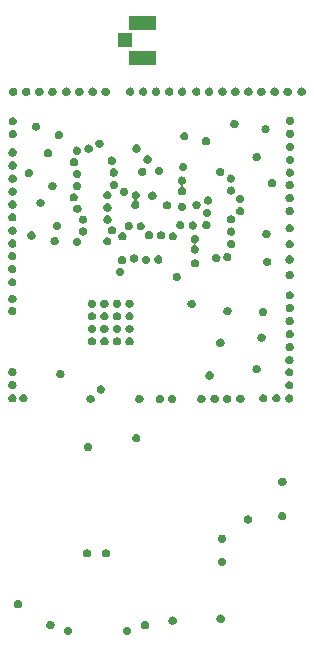
<source format=gbr>
G04 #@! TF.GenerationSoftware,KiCad,Pcbnew,(5.1.4)-1*
G04 #@! TF.CreationDate,2020-12-03T17:51:28+01:00*
G04 #@! TF.ProjectId,LoRa_Balloon,4c6f5261-5f42-4616-9c6c-6f6f6e2e6b69,2*
G04 #@! TF.SameCoordinates,Original*
G04 #@! TF.FileFunction,Soldermask,Bot*
G04 #@! TF.FilePolarity,Negative*
%FSLAX46Y46*%
G04 Gerber Fmt 4.6, Leading zero omitted, Abs format (unit mm)*
G04 Created by KiCad (PCBNEW (5.1.4)-1) date 2020-12-03 17:51:28*
%MOMM*%
%LPD*%
G04 APERTURE LIST*
%ADD10C,0.100000*%
G04 APERTURE END LIST*
D10*
G36*
X199084083Y-154945389D02*
G01*
X199084086Y-154945390D01*
X199084085Y-154945390D01*
X199147958Y-154971846D01*
X199205448Y-155010260D01*
X199254340Y-155059152D01*
X199292754Y-155116642D01*
X199314324Y-155168718D01*
X199319211Y-155180517D01*
X199332700Y-155248330D01*
X199332700Y-155317470D01*
X199319211Y-155385283D01*
X199319210Y-155385285D01*
X199292754Y-155449158D01*
X199254340Y-155506648D01*
X199205448Y-155555540D01*
X199147958Y-155593954D01*
X199095882Y-155615524D01*
X199084083Y-155620411D01*
X199016270Y-155633900D01*
X198947130Y-155633900D01*
X198879317Y-155620411D01*
X198867518Y-155615524D01*
X198815442Y-155593954D01*
X198757952Y-155555540D01*
X198709060Y-155506648D01*
X198670646Y-155449158D01*
X198644190Y-155385285D01*
X198644189Y-155385283D01*
X198630700Y-155317470D01*
X198630700Y-155248330D01*
X198644189Y-155180517D01*
X198649076Y-155168718D01*
X198670646Y-155116642D01*
X198709060Y-155059152D01*
X198757952Y-155010260D01*
X198815442Y-154971846D01*
X198879315Y-154945390D01*
X198879314Y-154945390D01*
X198879317Y-154945389D01*
X198947130Y-154931900D01*
X199016270Y-154931900D01*
X199084083Y-154945389D01*
X199084083Y-154945389D01*
G37*
G36*
X194084083Y-154945389D02*
G01*
X194084086Y-154945390D01*
X194084085Y-154945390D01*
X194147958Y-154971846D01*
X194205448Y-155010260D01*
X194254340Y-155059152D01*
X194292754Y-155116642D01*
X194314324Y-155168718D01*
X194319211Y-155180517D01*
X194332700Y-155248330D01*
X194332700Y-155317470D01*
X194319211Y-155385283D01*
X194319210Y-155385285D01*
X194292754Y-155449158D01*
X194254340Y-155506648D01*
X194205448Y-155555540D01*
X194147958Y-155593954D01*
X194095882Y-155615524D01*
X194084083Y-155620411D01*
X194016270Y-155633900D01*
X193947130Y-155633900D01*
X193879317Y-155620411D01*
X193867518Y-155615524D01*
X193815442Y-155593954D01*
X193757952Y-155555540D01*
X193709060Y-155506648D01*
X193670646Y-155449158D01*
X193644190Y-155385285D01*
X193644189Y-155385283D01*
X193630700Y-155317470D01*
X193630700Y-155248330D01*
X193644189Y-155180517D01*
X193649076Y-155168718D01*
X193670646Y-155116642D01*
X193709060Y-155059152D01*
X193757952Y-155010260D01*
X193815442Y-154971846D01*
X193879315Y-154945390D01*
X193879314Y-154945390D01*
X193879317Y-154945389D01*
X193947130Y-154931900D01*
X194016270Y-154931900D01*
X194084083Y-154945389D01*
X194084083Y-154945389D01*
G37*
G36*
X200584583Y-154450089D02*
G01*
X200584586Y-154450090D01*
X200584585Y-154450090D01*
X200648458Y-154476546D01*
X200705948Y-154514960D01*
X200754840Y-154563852D01*
X200793254Y-154621342D01*
X200804349Y-154648129D01*
X200819711Y-154685217D01*
X200833200Y-154753030D01*
X200833200Y-154822170D01*
X200819711Y-154889983D01*
X200819710Y-154889985D01*
X200793254Y-154953858D01*
X200754840Y-155011348D01*
X200705948Y-155060240D01*
X200648458Y-155098654D01*
X200605029Y-155116642D01*
X200584583Y-155125111D01*
X200516770Y-155138600D01*
X200447630Y-155138600D01*
X200379817Y-155125111D01*
X200359371Y-155116642D01*
X200315942Y-155098654D01*
X200258452Y-155060240D01*
X200209560Y-155011348D01*
X200171146Y-154953858D01*
X200144690Y-154889985D01*
X200144689Y-154889983D01*
X200131200Y-154822170D01*
X200131200Y-154753030D01*
X200144689Y-154685217D01*
X200160051Y-154648129D01*
X200171146Y-154621342D01*
X200209560Y-154563852D01*
X200258452Y-154514960D01*
X200315942Y-154476546D01*
X200379815Y-154450090D01*
X200379814Y-154450090D01*
X200379817Y-154450089D01*
X200447630Y-154436600D01*
X200516770Y-154436600D01*
X200584583Y-154450089D01*
X200584583Y-154450089D01*
G37*
G36*
X192583583Y-154450089D02*
G01*
X192583586Y-154450090D01*
X192583585Y-154450090D01*
X192647458Y-154476546D01*
X192704948Y-154514960D01*
X192753840Y-154563852D01*
X192792254Y-154621342D01*
X192803349Y-154648129D01*
X192818711Y-154685217D01*
X192832200Y-154753030D01*
X192832200Y-154822170D01*
X192818711Y-154889983D01*
X192818710Y-154889985D01*
X192792254Y-154953858D01*
X192753840Y-155011348D01*
X192704948Y-155060240D01*
X192647458Y-155098654D01*
X192604029Y-155116642D01*
X192583583Y-155125111D01*
X192515770Y-155138600D01*
X192446630Y-155138600D01*
X192378817Y-155125111D01*
X192358371Y-155116642D01*
X192314942Y-155098654D01*
X192257452Y-155060240D01*
X192208560Y-155011348D01*
X192170146Y-154953858D01*
X192143690Y-154889985D01*
X192143689Y-154889983D01*
X192130200Y-154822170D01*
X192130200Y-154753030D01*
X192143689Y-154685217D01*
X192159051Y-154648129D01*
X192170146Y-154621342D01*
X192208560Y-154563852D01*
X192257452Y-154514960D01*
X192314942Y-154476546D01*
X192378815Y-154450090D01*
X192378814Y-154450090D01*
X192378817Y-154450089D01*
X192446630Y-154436600D01*
X192515770Y-154436600D01*
X192583583Y-154450089D01*
X192583583Y-154450089D01*
G37*
G36*
X202926463Y-154086869D02*
G01*
X202926466Y-154086870D01*
X202926465Y-154086870D01*
X202990338Y-154113326D01*
X203047828Y-154151740D01*
X203096720Y-154200632D01*
X203135134Y-154258122D01*
X203146776Y-154286230D01*
X203161591Y-154321997D01*
X203175080Y-154389810D01*
X203175080Y-154458950D01*
X203161591Y-154526763D01*
X203161590Y-154526765D01*
X203135134Y-154590638D01*
X203096720Y-154648128D01*
X203047828Y-154697020D01*
X202990338Y-154735434D01*
X202938262Y-154757004D01*
X202926463Y-154761891D01*
X202858650Y-154775380D01*
X202789510Y-154775380D01*
X202721697Y-154761891D01*
X202709898Y-154757004D01*
X202657822Y-154735434D01*
X202600332Y-154697020D01*
X202551440Y-154648128D01*
X202513026Y-154590638D01*
X202486570Y-154526765D01*
X202486569Y-154526763D01*
X202473080Y-154458950D01*
X202473080Y-154389810D01*
X202486569Y-154321997D01*
X202501384Y-154286230D01*
X202513026Y-154258122D01*
X202551440Y-154200632D01*
X202600332Y-154151740D01*
X202657822Y-154113326D01*
X202721695Y-154086870D01*
X202721694Y-154086870D01*
X202721697Y-154086869D01*
X202789510Y-154073380D01*
X202858650Y-154073380D01*
X202926463Y-154086869D01*
X202926463Y-154086869D01*
G37*
G36*
X206993003Y-153914149D02*
G01*
X206993006Y-153914150D01*
X206993005Y-153914150D01*
X207056878Y-153940606D01*
X207114368Y-153979020D01*
X207163260Y-154027912D01*
X207201674Y-154085402D01*
X207213240Y-154113326D01*
X207228131Y-154149277D01*
X207241620Y-154217090D01*
X207241620Y-154286230D01*
X207228131Y-154354043D01*
X207228130Y-154354045D01*
X207201674Y-154417918D01*
X207163260Y-154475408D01*
X207114368Y-154524300D01*
X207056878Y-154562714D01*
X207004802Y-154584284D01*
X206993003Y-154589171D01*
X206925190Y-154602660D01*
X206856050Y-154602660D01*
X206788237Y-154589171D01*
X206776438Y-154584284D01*
X206724362Y-154562714D01*
X206666872Y-154524300D01*
X206617980Y-154475408D01*
X206579566Y-154417918D01*
X206553110Y-154354045D01*
X206553109Y-154354043D01*
X206539620Y-154286230D01*
X206539620Y-154217090D01*
X206553109Y-154149277D01*
X206568000Y-154113326D01*
X206579566Y-154085402D01*
X206617980Y-154027912D01*
X206666872Y-153979020D01*
X206724362Y-153940606D01*
X206788235Y-153914150D01*
X206788234Y-153914150D01*
X206788237Y-153914149D01*
X206856050Y-153900660D01*
X206925190Y-153900660D01*
X206993003Y-153914149D01*
X206993003Y-153914149D01*
G37*
G36*
X189840383Y-152690709D02*
G01*
X189840386Y-152690710D01*
X189840385Y-152690710D01*
X189904258Y-152717166D01*
X189961748Y-152755580D01*
X190010640Y-152804472D01*
X190049054Y-152861962D01*
X190070624Y-152914038D01*
X190075511Y-152925837D01*
X190089000Y-152993650D01*
X190089000Y-153062790D01*
X190075511Y-153130603D01*
X190075510Y-153130605D01*
X190049054Y-153194478D01*
X190010640Y-153251968D01*
X189961748Y-153300860D01*
X189904258Y-153339274D01*
X189852182Y-153360844D01*
X189840383Y-153365731D01*
X189772570Y-153379220D01*
X189703430Y-153379220D01*
X189635617Y-153365731D01*
X189623818Y-153360844D01*
X189571742Y-153339274D01*
X189514252Y-153300860D01*
X189465360Y-153251968D01*
X189426946Y-153194478D01*
X189400490Y-153130605D01*
X189400489Y-153130603D01*
X189387000Y-153062790D01*
X189387000Y-152993650D01*
X189400489Y-152925837D01*
X189405376Y-152914038D01*
X189426946Y-152861962D01*
X189465360Y-152804472D01*
X189514252Y-152755580D01*
X189571742Y-152717166D01*
X189635615Y-152690710D01*
X189635614Y-152690710D01*
X189635617Y-152690709D01*
X189703430Y-152677220D01*
X189772570Y-152677220D01*
X189840383Y-152690709D01*
X189840383Y-152690709D01*
G37*
G36*
X207122383Y-149102489D02*
G01*
X207122386Y-149102490D01*
X207122385Y-149102490D01*
X207186258Y-149128946D01*
X207243748Y-149167360D01*
X207292640Y-149216252D01*
X207331054Y-149273742D01*
X207352624Y-149325818D01*
X207357511Y-149337617D01*
X207371000Y-149405430D01*
X207371000Y-149474570D01*
X207357511Y-149542383D01*
X207357510Y-149542385D01*
X207331054Y-149606258D01*
X207292640Y-149663748D01*
X207243748Y-149712640D01*
X207186258Y-149751054D01*
X207134182Y-149772624D01*
X207122383Y-149777511D01*
X207054570Y-149791000D01*
X206985430Y-149791000D01*
X206917617Y-149777511D01*
X206905818Y-149772624D01*
X206853742Y-149751054D01*
X206796252Y-149712640D01*
X206747360Y-149663748D01*
X206708946Y-149606258D01*
X206682490Y-149542385D01*
X206682489Y-149542383D01*
X206669000Y-149474570D01*
X206669000Y-149405430D01*
X206682489Y-149337617D01*
X206687376Y-149325818D01*
X206708946Y-149273742D01*
X206747360Y-149216252D01*
X206796252Y-149167360D01*
X206853742Y-149128946D01*
X206917615Y-149102490D01*
X206917614Y-149102490D01*
X206917617Y-149102489D01*
X206985430Y-149089000D01*
X207054570Y-149089000D01*
X207122383Y-149102489D01*
X207122383Y-149102489D01*
G37*
G36*
X197282583Y-148379489D02*
G01*
X197282586Y-148379490D01*
X197282585Y-148379490D01*
X197346458Y-148405946D01*
X197403948Y-148444360D01*
X197452840Y-148493252D01*
X197491254Y-148550742D01*
X197512824Y-148602818D01*
X197517711Y-148614617D01*
X197531200Y-148682430D01*
X197531200Y-148751570D01*
X197517711Y-148819383D01*
X197517710Y-148819385D01*
X197491254Y-148883258D01*
X197452840Y-148940748D01*
X197403948Y-148989640D01*
X197346458Y-149028054D01*
X197294382Y-149049624D01*
X197282583Y-149054511D01*
X197214770Y-149068000D01*
X197145630Y-149068000D01*
X197077817Y-149054511D01*
X197066018Y-149049624D01*
X197013942Y-149028054D01*
X196956452Y-148989640D01*
X196907560Y-148940748D01*
X196869146Y-148883258D01*
X196842690Y-148819385D01*
X196842689Y-148819383D01*
X196829200Y-148751570D01*
X196829200Y-148682430D01*
X196842689Y-148614617D01*
X196847576Y-148602818D01*
X196869146Y-148550742D01*
X196907560Y-148493252D01*
X196956452Y-148444360D01*
X197013942Y-148405946D01*
X197077815Y-148379490D01*
X197077814Y-148379490D01*
X197077817Y-148379489D01*
X197145630Y-148366000D01*
X197214770Y-148366000D01*
X197282583Y-148379489D01*
X197282583Y-148379489D01*
G37*
G36*
X195682383Y-148379489D02*
G01*
X195682386Y-148379490D01*
X195682385Y-148379490D01*
X195746258Y-148405946D01*
X195803748Y-148444360D01*
X195852640Y-148493252D01*
X195891054Y-148550742D01*
X195912624Y-148602818D01*
X195917511Y-148614617D01*
X195931000Y-148682430D01*
X195931000Y-148751570D01*
X195917511Y-148819383D01*
X195917510Y-148819385D01*
X195891054Y-148883258D01*
X195852640Y-148940748D01*
X195803748Y-148989640D01*
X195746258Y-149028054D01*
X195694182Y-149049624D01*
X195682383Y-149054511D01*
X195614570Y-149068000D01*
X195545430Y-149068000D01*
X195477617Y-149054511D01*
X195465818Y-149049624D01*
X195413742Y-149028054D01*
X195356252Y-148989640D01*
X195307360Y-148940748D01*
X195268946Y-148883258D01*
X195242490Y-148819385D01*
X195242489Y-148819383D01*
X195229000Y-148751570D01*
X195229000Y-148682430D01*
X195242489Y-148614617D01*
X195247376Y-148602818D01*
X195268946Y-148550742D01*
X195307360Y-148493252D01*
X195356252Y-148444360D01*
X195413742Y-148405946D01*
X195477615Y-148379490D01*
X195477614Y-148379490D01*
X195477617Y-148379489D01*
X195545430Y-148366000D01*
X195614570Y-148366000D01*
X195682383Y-148379489D01*
X195682383Y-148379489D01*
G37*
G36*
X207122383Y-147152489D02*
G01*
X207122386Y-147152490D01*
X207122385Y-147152490D01*
X207186258Y-147178946D01*
X207243748Y-147217360D01*
X207292640Y-147266252D01*
X207331054Y-147323742D01*
X207352624Y-147375818D01*
X207357511Y-147387617D01*
X207371000Y-147455430D01*
X207371000Y-147524570D01*
X207357511Y-147592383D01*
X207357510Y-147592385D01*
X207331054Y-147656258D01*
X207292640Y-147713748D01*
X207243748Y-147762640D01*
X207186258Y-147801054D01*
X207134182Y-147822624D01*
X207122383Y-147827511D01*
X207054570Y-147841000D01*
X206985430Y-147841000D01*
X206917617Y-147827511D01*
X206905818Y-147822624D01*
X206853742Y-147801054D01*
X206796252Y-147762640D01*
X206747360Y-147713748D01*
X206708946Y-147656258D01*
X206682490Y-147592385D01*
X206682489Y-147592383D01*
X206669000Y-147524570D01*
X206669000Y-147455430D01*
X206682489Y-147387617D01*
X206687376Y-147375818D01*
X206708946Y-147323742D01*
X206747360Y-147266252D01*
X206796252Y-147217360D01*
X206853742Y-147178946D01*
X206917615Y-147152490D01*
X206917614Y-147152490D01*
X206917617Y-147152489D01*
X206985430Y-147139000D01*
X207054570Y-147139000D01*
X207122383Y-147152489D01*
X207122383Y-147152489D01*
G37*
G36*
X209302383Y-145522489D02*
G01*
X209302386Y-145522490D01*
X209302385Y-145522490D01*
X209366258Y-145548946D01*
X209423748Y-145587360D01*
X209472640Y-145636252D01*
X209511054Y-145693742D01*
X209528664Y-145736258D01*
X209537511Y-145757617D01*
X209551000Y-145825430D01*
X209551000Y-145894570D01*
X209537511Y-145962383D01*
X209537510Y-145962385D01*
X209511054Y-146026258D01*
X209472640Y-146083748D01*
X209423748Y-146132640D01*
X209366258Y-146171054D01*
X209314182Y-146192624D01*
X209302383Y-146197511D01*
X209234570Y-146211000D01*
X209165430Y-146211000D01*
X209097617Y-146197511D01*
X209085818Y-146192624D01*
X209033742Y-146171054D01*
X208976252Y-146132640D01*
X208927360Y-146083748D01*
X208888946Y-146026258D01*
X208862490Y-145962385D01*
X208862489Y-145962383D01*
X208849000Y-145894570D01*
X208849000Y-145825430D01*
X208862489Y-145757617D01*
X208871336Y-145736258D01*
X208888946Y-145693742D01*
X208927360Y-145636252D01*
X208976252Y-145587360D01*
X209033742Y-145548946D01*
X209097615Y-145522490D01*
X209097614Y-145522490D01*
X209097617Y-145522489D01*
X209165430Y-145509000D01*
X209234570Y-145509000D01*
X209302383Y-145522489D01*
X209302383Y-145522489D01*
G37*
G36*
X212212383Y-145232489D02*
G01*
X212212386Y-145232490D01*
X212212385Y-145232490D01*
X212276258Y-145258946D01*
X212333748Y-145297360D01*
X212382640Y-145346252D01*
X212421054Y-145403742D01*
X212442624Y-145455818D01*
X212447511Y-145467617D01*
X212461000Y-145535430D01*
X212461000Y-145604570D01*
X212447511Y-145672383D01*
X212447510Y-145672385D01*
X212421054Y-145736258D01*
X212382640Y-145793748D01*
X212333748Y-145842640D01*
X212276258Y-145881054D01*
X212224182Y-145902624D01*
X212212383Y-145907511D01*
X212144570Y-145921000D01*
X212075430Y-145921000D01*
X212007617Y-145907511D01*
X211995818Y-145902624D01*
X211943742Y-145881054D01*
X211886252Y-145842640D01*
X211837360Y-145793748D01*
X211798946Y-145736258D01*
X211772490Y-145672385D01*
X211772489Y-145672383D01*
X211759000Y-145604570D01*
X211759000Y-145535430D01*
X211772489Y-145467617D01*
X211777376Y-145455818D01*
X211798946Y-145403742D01*
X211837360Y-145346252D01*
X211886252Y-145297360D01*
X211943742Y-145258946D01*
X212007615Y-145232490D01*
X212007614Y-145232490D01*
X212007617Y-145232489D01*
X212075430Y-145219000D01*
X212144570Y-145219000D01*
X212212383Y-145232489D01*
X212212383Y-145232489D01*
G37*
G36*
X212232383Y-142322489D02*
G01*
X212232386Y-142322490D01*
X212232385Y-142322490D01*
X212296258Y-142348946D01*
X212353748Y-142387360D01*
X212402640Y-142436252D01*
X212441054Y-142493742D01*
X212462624Y-142545818D01*
X212467511Y-142557617D01*
X212481000Y-142625430D01*
X212481000Y-142694570D01*
X212467511Y-142762383D01*
X212467510Y-142762385D01*
X212441054Y-142826258D01*
X212402640Y-142883748D01*
X212353748Y-142932640D01*
X212296258Y-142971054D01*
X212244182Y-142992624D01*
X212232383Y-142997511D01*
X212164570Y-143011000D01*
X212095430Y-143011000D01*
X212027617Y-142997511D01*
X212015818Y-142992624D01*
X211963742Y-142971054D01*
X211906252Y-142932640D01*
X211857360Y-142883748D01*
X211818946Y-142826258D01*
X211792490Y-142762385D01*
X211792489Y-142762383D01*
X211779000Y-142694570D01*
X211779000Y-142625430D01*
X211792489Y-142557617D01*
X211797376Y-142545818D01*
X211818946Y-142493742D01*
X211857360Y-142436252D01*
X211906252Y-142387360D01*
X211963742Y-142348946D01*
X212027615Y-142322490D01*
X212027614Y-142322490D01*
X212027617Y-142322489D01*
X212095430Y-142309000D01*
X212164570Y-142309000D01*
X212232383Y-142322489D01*
X212232383Y-142322489D01*
G37*
G36*
X195758583Y-139375189D02*
G01*
X195758586Y-139375190D01*
X195758585Y-139375190D01*
X195822458Y-139401646D01*
X195879948Y-139440060D01*
X195928840Y-139488952D01*
X195967254Y-139546442D01*
X195988824Y-139598518D01*
X195993711Y-139610317D01*
X196007200Y-139678130D01*
X196007200Y-139747270D01*
X195993711Y-139815083D01*
X195993710Y-139815085D01*
X195967254Y-139878958D01*
X195928840Y-139936448D01*
X195879948Y-139985340D01*
X195822458Y-140023754D01*
X195770382Y-140045324D01*
X195758583Y-140050211D01*
X195690770Y-140063700D01*
X195621630Y-140063700D01*
X195553817Y-140050211D01*
X195542018Y-140045324D01*
X195489942Y-140023754D01*
X195432452Y-139985340D01*
X195383560Y-139936448D01*
X195345146Y-139878958D01*
X195318690Y-139815085D01*
X195318689Y-139815083D01*
X195305200Y-139747270D01*
X195305200Y-139678130D01*
X195318689Y-139610317D01*
X195323576Y-139598518D01*
X195345146Y-139546442D01*
X195383560Y-139488952D01*
X195432452Y-139440060D01*
X195489942Y-139401646D01*
X195553815Y-139375190D01*
X195553814Y-139375190D01*
X195553817Y-139375189D01*
X195621630Y-139361700D01*
X195690770Y-139361700D01*
X195758583Y-139375189D01*
X195758583Y-139375189D01*
G37*
G36*
X199860683Y-138638589D02*
G01*
X199860686Y-138638590D01*
X199860685Y-138638590D01*
X199924558Y-138665046D01*
X199982048Y-138703460D01*
X200030940Y-138752352D01*
X200069354Y-138809842D01*
X200090924Y-138861918D01*
X200095811Y-138873717D01*
X200109300Y-138941530D01*
X200109300Y-139010670D01*
X200095811Y-139078483D01*
X200095810Y-139078485D01*
X200069354Y-139142358D01*
X200030940Y-139199848D01*
X199982048Y-139248740D01*
X199924558Y-139287154D01*
X199872482Y-139308724D01*
X199860683Y-139313611D01*
X199792870Y-139327100D01*
X199723730Y-139327100D01*
X199655917Y-139313611D01*
X199644118Y-139308724D01*
X199592042Y-139287154D01*
X199534552Y-139248740D01*
X199485660Y-139199848D01*
X199447246Y-139142358D01*
X199420790Y-139078485D01*
X199420789Y-139078483D01*
X199407300Y-139010670D01*
X199407300Y-138941530D01*
X199420789Y-138873717D01*
X199425676Y-138861918D01*
X199447246Y-138809842D01*
X199485660Y-138752352D01*
X199534552Y-138703460D01*
X199592042Y-138665046D01*
X199655915Y-138638590D01*
X199655914Y-138638590D01*
X199655917Y-138638589D01*
X199723730Y-138625100D01*
X199792870Y-138625100D01*
X199860683Y-138638589D01*
X199860683Y-138638589D01*
G37*
G36*
X201849503Y-135313729D02*
G01*
X201849506Y-135313730D01*
X201849505Y-135313730D01*
X201913378Y-135340186D01*
X201970868Y-135378600D01*
X202019760Y-135427492D01*
X202058174Y-135484982D01*
X202071283Y-135516631D01*
X202084631Y-135548857D01*
X202098120Y-135616670D01*
X202098120Y-135685810D01*
X202084631Y-135753623D01*
X202084630Y-135753625D01*
X202058174Y-135817498D01*
X202019760Y-135874988D01*
X201970868Y-135923880D01*
X201913378Y-135962294D01*
X201880164Y-135976051D01*
X201849503Y-135988751D01*
X201781690Y-136002240D01*
X201712550Y-136002240D01*
X201644737Y-135988751D01*
X201614076Y-135976051D01*
X201580862Y-135962294D01*
X201523372Y-135923880D01*
X201474480Y-135874988D01*
X201436066Y-135817498D01*
X201409610Y-135753625D01*
X201409609Y-135753623D01*
X201396120Y-135685810D01*
X201396120Y-135616670D01*
X201409609Y-135548857D01*
X201422957Y-135516631D01*
X201436066Y-135484982D01*
X201474480Y-135427492D01*
X201523372Y-135378600D01*
X201580862Y-135340186D01*
X201644735Y-135313730D01*
X201644734Y-135313730D01*
X201644737Y-135313729D01*
X201712550Y-135300240D01*
X201781690Y-135300240D01*
X201849503Y-135313729D01*
X201849503Y-135313729D01*
G37*
G36*
X202895983Y-135311189D02*
G01*
X202907782Y-135316076D01*
X202959858Y-135337646D01*
X203017348Y-135376060D01*
X203066240Y-135424952D01*
X203104654Y-135482442D01*
X203118815Y-135516631D01*
X203131111Y-135546317D01*
X203144600Y-135614130D01*
X203144600Y-135683270D01*
X203131111Y-135751083D01*
X203131110Y-135751085D01*
X203104654Y-135814958D01*
X203066240Y-135872448D01*
X203017348Y-135921340D01*
X202959858Y-135959754D01*
X202907782Y-135981324D01*
X202895983Y-135986211D01*
X202828170Y-135999700D01*
X202759030Y-135999700D01*
X202691217Y-135986211D01*
X202679418Y-135981324D01*
X202627342Y-135959754D01*
X202569852Y-135921340D01*
X202520960Y-135872448D01*
X202482546Y-135814958D01*
X202456090Y-135751085D01*
X202456089Y-135751083D01*
X202442600Y-135683270D01*
X202442600Y-135614130D01*
X202456089Y-135546317D01*
X202468385Y-135516631D01*
X202482546Y-135482442D01*
X202520960Y-135424952D01*
X202569852Y-135376060D01*
X202627342Y-135337646D01*
X202679418Y-135316076D01*
X202691217Y-135311189D01*
X202759030Y-135297700D01*
X202828170Y-135297700D01*
X202895983Y-135311189D01*
X202895983Y-135311189D01*
G37*
G36*
X205375023Y-135303569D02*
G01*
X205375026Y-135303570D01*
X205375025Y-135303570D01*
X205438898Y-135330026D01*
X205496388Y-135368440D01*
X205545280Y-135417332D01*
X205583694Y-135474822D01*
X205605264Y-135526898D01*
X205610151Y-135538697D01*
X205623640Y-135606510D01*
X205623640Y-135675650D01*
X205610151Y-135743463D01*
X205610150Y-135743465D01*
X205583694Y-135807338D01*
X205545280Y-135864828D01*
X205496388Y-135913720D01*
X205438898Y-135952134D01*
X205387290Y-135973510D01*
X205375023Y-135978591D01*
X205307210Y-135992080D01*
X205238070Y-135992080D01*
X205170257Y-135978591D01*
X205157990Y-135973510D01*
X205106382Y-135952134D01*
X205048892Y-135913720D01*
X205000000Y-135864828D01*
X204961586Y-135807338D01*
X204935130Y-135743465D01*
X204935129Y-135743463D01*
X204921640Y-135675650D01*
X204921640Y-135606510D01*
X204935129Y-135538697D01*
X204940016Y-135526898D01*
X204961586Y-135474822D01*
X205000000Y-135417332D01*
X205048892Y-135368440D01*
X205106382Y-135330026D01*
X205170255Y-135303570D01*
X205170254Y-135303570D01*
X205170257Y-135303569D01*
X205238070Y-135290080D01*
X205307210Y-135290080D01*
X205375023Y-135303569D01*
X205375023Y-135303569D01*
G37*
G36*
X207564503Y-135303569D02*
G01*
X207564506Y-135303570D01*
X207564505Y-135303570D01*
X207628378Y-135330026D01*
X207685868Y-135368440D01*
X207734760Y-135417332D01*
X207773174Y-135474822D01*
X207794744Y-135526898D01*
X207799631Y-135538697D01*
X207813120Y-135606510D01*
X207813120Y-135675650D01*
X207799631Y-135743463D01*
X207799630Y-135743465D01*
X207773174Y-135807338D01*
X207734760Y-135864828D01*
X207685868Y-135913720D01*
X207628378Y-135952134D01*
X207576770Y-135973510D01*
X207564503Y-135978591D01*
X207496690Y-135992080D01*
X207427550Y-135992080D01*
X207359737Y-135978591D01*
X207347470Y-135973510D01*
X207295862Y-135952134D01*
X207238372Y-135913720D01*
X207189480Y-135864828D01*
X207151066Y-135807338D01*
X207124610Y-135743465D01*
X207124609Y-135743463D01*
X207111120Y-135675650D01*
X207111120Y-135606510D01*
X207124609Y-135538697D01*
X207129496Y-135526898D01*
X207151066Y-135474822D01*
X207189480Y-135417332D01*
X207238372Y-135368440D01*
X207295862Y-135330026D01*
X207359735Y-135303570D01*
X207359734Y-135303570D01*
X207359737Y-135303569D01*
X207427550Y-135290080D01*
X207496690Y-135290080D01*
X207564503Y-135303569D01*
X207564503Y-135303569D01*
G37*
G36*
X195982103Y-135301029D02*
G01*
X195993902Y-135305916D01*
X196045978Y-135327486D01*
X196103468Y-135365900D01*
X196152360Y-135414792D01*
X196190774Y-135472282D01*
X196203553Y-135503135D01*
X196217231Y-135536157D01*
X196230720Y-135603970D01*
X196230720Y-135673110D01*
X196217231Y-135740923D01*
X196217230Y-135740925D01*
X196190774Y-135804798D01*
X196152360Y-135862288D01*
X196103468Y-135911180D01*
X196045978Y-135949594D01*
X196015316Y-135962294D01*
X195982103Y-135976051D01*
X195914290Y-135989540D01*
X195845150Y-135989540D01*
X195777337Y-135976051D01*
X195744124Y-135962294D01*
X195713462Y-135949594D01*
X195655972Y-135911180D01*
X195607080Y-135862288D01*
X195568666Y-135804798D01*
X195542210Y-135740925D01*
X195542209Y-135740923D01*
X195528720Y-135673110D01*
X195528720Y-135603970D01*
X195542209Y-135536157D01*
X195555887Y-135503135D01*
X195568666Y-135472282D01*
X195607080Y-135414792D01*
X195655972Y-135365900D01*
X195713462Y-135327486D01*
X195765538Y-135305916D01*
X195777337Y-135301029D01*
X195845150Y-135287540D01*
X195914290Y-135287540D01*
X195982103Y-135301029D01*
X195982103Y-135301029D01*
G37*
G36*
X200119763Y-135301029D02*
G01*
X200131562Y-135305916D01*
X200183638Y-135327486D01*
X200241128Y-135365900D01*
X200290020Y-135414792D01*
X200328434Y-135472282D01*
X200341213Y-135503135D01*
X200354891Y-135536157D01*
X200368380Y-135603970D01*
X200368380Y-135673110D01*
X200354891Y-135740923D01*
X200354890Y-135740925D01*
X200328434Y-135804798D01*
X200290020Y-135862288D01*
X200241128Y-135911180D01*
X200183638Y-135949594D01*
X200152976Y-135962294D01*
X200119763Y-135976051D01*
X200051950Y-135989540D01*
X199982810Y-135989540D01*
X199914997Y-135976051D01*
X199881784Y-135962294D01*
X199851122Y-135949594D01*
X199793632Y-135911180D01*
X199744740Y-135862288D01*
X199706326Y-135804798D01*
X199679870Y-135740925D01*
X199679869Y-135740923D01*
X199666380Y-135673110D01*
X199666380Y-135603970D01*
X199679869Y-135536157D01*
X199693547Y-135503135D01*
X199706326Y-135472282D01*
X199744740Y-135414792D01*
X199793632Y-135365900D01*
X199851122Y-135327486D01*
X199903198Y-135305916D01*
X199914997Y-135301029D01*
X199982810Y-135287540D01*
X200051950Y-135287540D01*
X200119763Y-135301029D01*
X200119763Y-135301029D01*
G37*
G36*
X206490083Y-135298489D02*
G01*
X206501882Y-135303376D01*
X206553958Y-135324946D01*
X206611448Y-135363360D01*
X206660340Y-135412252D01*
X206698754Y-135469742D01*
X206709429Y-135495515D01*
X206725211Y-135533617D01*
X206738700Y-135601430D01*
X206738700Y-135670570D01*
X206725211Y-135738383D01*
X206725210Y-135738385D01*
X206698754Y-135802258D01*
X206660340Y-135859748D01*
X206611448Y-135908640D01*
X206553958Y-135947054D01*
X206501882Y-135968624D01*
X206490083Y-135973511D01*
X206422270Y-135987000D01*
X206353130Y-135987000D01*
X206285317Y-135973511D01*
X206273518Y-135968624D01*
X206221442Y-135947054D01*
X206163952Y-135908640D01*
X206115060Y-135859748D01*
X206076646Y-135802258D01*
X206050190Y-135738385D01*
X206050189Y-135738383D01*
X206036700Y-135670570D01*
X206036700Y-135601430D01*
X206050189Y-135533617D01*
X206065971Y-135495515D01*
X206076646Y-135469742D01*
X206115060Y-135412252D01*
X206163952Y-135363360D01*
X206221442Y-135324946D01*
X206273518Y-135303376D01*
X206285317Y-135298489D01*
X206353130Y-135285000D01*
X206422270Y-135285000D01*
X206490083Y-135298489D01*
X206490083Y-135298489D01*
G37*
G36*
X208679563Y-135298489D02*
G01*
X208691362Y-135303376D01*
X208743438Y-135324946D01*
X208800928Y-135363360D01*
X208849820Y-135412252D01*
X208888234Y-135469742D01*
X208898909Y-135495515D01*
X208914691Y-135533617D01*
X208928180Y-135601430D01*
X208928180Y-135670570D01*
X208914691Y-135738383D01*
X208914690Y-135738385D01*
X208888234Y-135802258D01*
X208849820Y-135859748D01*
X208800928Y-135908640D01*
X208743438Y-135947054D01*
X208691362Y-135968624D01*
X208679563Y-135973511D01*
X208611750Y-135987000D01*
X208542610Y-135987000D01*
X208474797Y-135973511D01*
X208462998Y-135968624D01*
X208410922Y-135947054D01*
X208353432Y-135908640D01*
X208304540Y-135859748D01*
X208266126Y-135802258D01*
X208239670Y-135738385D01*
X208239669Y-135738383D01*
X208226180Y-135670570D01*
X208226180Y-135601430D01*
X208239669Y-135533617D01*
X208255451Y-135495515D01*
X208266126Y-135469742D01*
X208304540Y-135412252D01*
X208353432Y-135363360D01*
X208410922Y-135324946D01*
X208462998Y-135303376D01*
X208474797Y-135298489D01*
X208542610Y-135285000D01*
X208611750Y-135285000D01*
X208679563Y-135298489D01*
X208679563Y-135298489D01*
G37*
G36*
X212809603Y-135270549D02*
G01*
X212809606Y-135270550D01*
X212809605Y-135270550D01*
X212873478Y-135297006D01*
X212930968Y-135335420D01*
X212979860Y-135384312D01*
X213018274Y-135441802D01*
X213031951Y-135474822D01*
X213044731Y-135505677D01*
X213058220Y-135573490D01*
X213058220Y-135642630D01*
X213044731Y-135710443D01*
X213044730Y-135710445D01*
X213018274Y-135774318D01*
X212979860Y-135831808D01*
X212930968Y-135880700D01*
X212873478Y-135919114D01*
X212834134Y-135935410D01*
X212809603Y-135945571D01*
X212741790Y-135959060D01*
X212672650Y-135959060D01*
X212604837Y-135945571D01*
X212580306Y-135935410D01*
X212540962Y-135919114D01*
X212483472Y-135880700D01*
X212434580Y-135831808D01*
X212396166Y-135774318D01*
X212369710Y-135710445D01*
X212369709Y-135710443D01*
X212356220Y-135642630D01*
X212356220Y-135573490D01*
X212369709Y-135505677D01*
X212382489Y-135474822D01*
X212396166Y-135441802D01*
X212434580Y-135384312D01*
X212483472Y-135335420D01*
X212540962Y-135297006D01*
X212604835Y-135270550D01*
X212604834Y-135270550D01*
X212604837Y-135270549D01*
X212672650Y-135257060D01*
X212741790Y-135257060D01*
X212809603Y-135270549D01*
X212809603Y-135270549D01*
G37*
G36*
X189370483Y-135268009D02*
G01*
X189382282Y-135272896D01*
X189434358Y-135294466D01*
X189491848Y-135332880D01*
X189540740Y-135381772D01*
X189579154Y-135439262D01*
X189605611Y-135503135D01*
X189608295Y-135516631D01*
X189615408Y-135540080D01*
X189626959Y-135561691D01*
X189642504Y-135580633D01*
X189661446Y-135596178D01*
X189672554Y-135602115D01*
X189662962Y-135607242D01*
X189644020Y-135622787D01*
X189628475Y-135641729D01*
X189616924Y-135663340D01*
X189609811Y-135686787D01*
X189605611Y-135707903D01*
X189605610Y-135707905D01*
X189579154Y-135771778D01*
X189540740Y-135829268D01*
X189491848Y-135878160D01*
X189434358Y-135916574D01*
X189382282Y-135938144D01*
X189370483Y-135943031D01*
X189302670Y-135956520D01*
X189233530Y-135956520D01*
X189165717Y-135943031D01*
X189153918Y-135938144D01*
X189101842Y-135916574D01*
X189044352Y-135878160D01*
X188995460Y-135829268D01*
X188957046Y-135771778D01*
X188930590Y-135707905D01*
X188930589Y-135707903D01*
X188917100Y-135640090D01*
X188917100Y-135570950D01*
X188930589Y-135503137D01*
X188942317Y-135474822D01*
X188957046Y-135439262D01*
X188995460Y-135381772D01*
X189044352Y-135332880D01*
X189101842Y-135294466D01*
X189153918Y-135272896D01*
X189165717Y-135268009D01*
X189233530Y-135254520D01*
X189302670Y-135254520D01*
X189370483Y-135268009D01*
X189370483Y-135268009D01*
G37*
G36*
X190297583Y-135260389D02*
G01*
X190297586Y-135260390D01*
X190297585Y-135260390D01*
X190361458Y-135286846D01*
X190418948Y-135325260D01*
X190467840Y-135374152D01*
X190506254Y-135431642D01*
X190522035Y-135469742D01*
X190532711Y-135495517D01*
X190546200Y-135563330D01*
X190546200Y-135632470D01*
X190532711Y-135700283D01*
X190532710Y-135700285D01*
X190506254Y-135764158D01*
X190467840Y-135821648D01*
X190418948Y-135870540D01*
X190361458Y-135908954D01*
X190309850Y-135930330D01*
X190297583Y-135935411D01*
X190229770Y-135948900D01*
X190160630Y-135948900D01*
X190092817Y-135935411D01*
X190080550Y-135930330D01*
X190028942Y-135908954D01*
X189971452Y-135870540D01*
X189922560Y-135821648D01*
X189884146Y-135764158D01*
X189857689Y-135700285D01*
X189855005Y-135686789D01*
X189847892Y-135663340D01*
X189836341Y-135641729D01*
X189820796Y-135622787D01*
X189801854Y-135607242D01*
X189790746Y-135601305D01*
X189800338Y-135596178D01*
X189819280Y-135580633D01*
X189834825Y-135561691D01*
X189846376Y-135540080D01*
X189853489Y-135516632D01*
X189855668Y-135505677D01*
X189857689Y-135495517D01*
X189868365Y-135469742D01*
X189884146Y-135431642D01*
X189922560Y-135374152D01*
X189971452Y-135325260D01*
X190028942Y-135286846D01*
X190092815Y-135260390D01*
X190092814Y-135260390D01*
X190092817Y-135260389D01*
X190160630Y-135246900D01*
X190229770Y-135246900D01*
X190297583Y-135260389D01*
X190297583Y-135260389D01*
G37*
G36*
X210604883Y-135260389D02*
G01*
X210604886Y-135260390D01*
X210604885Y-135260390D01*
X210668758Y-135286846D01*
X210726248Y-135325260D01*
X210775140Y-135374152D01*
X210813554Y-135431642D01*
X210829335Y-135469742D01*
X210840011Y-135495517D01*
X210853500Y-135563330D01*
X210853500Y-135632470D01*
X210840011Y-135700283D01*
X210840010Y-135700285D01*
X210813554Y-135764158D01*
X210775140Y-135821648D01*
X210726248Y-135870540D01*
X210668758Y-135908954D01*
X210617150Y-135930330D01*
X210604883Y-135935411D01*
X210537070Y-135948900D01*
X210467930Y-135948900D01*
X210400117Y-135935411D01*
X210387850Y-135930330D01*
X210336242Y-135908954D01*
X210278752Y-135870540D01*
X210229860Y-135821648D01*
X210191446Y-135764158D01*
X210164990Y-135700285D01*
X210164989Y-135700283D01*
X210151500Y-135632470D01*
X210151500Y-135563330D01*
X210164989Y-135495517D01*
X210175665Y-135469742D01*
X210191446Y-135431642D01*
X210229860Y-135374152D01*
X210278752Y-135325260D01*
X210336242Y-135286846D01*
X210400115Y-135260390D01*
X210400114Y-135260390D01*
X210400117Y-135260389D01*
X210467930Y-135246900D01*
X210537070Y-135246900D01*
X210604883Y-135260389D01*
X210604883Y-135260389D01*
G37*
G36*
X211719943Y-135255309D02*
G01*
X211719946Y-135255310D01*
X211719945Y-135255310D01*
X211783818Y-135281766D01*
X211841308Y-135320180D01*
X211890200Y-135369072D01*
X211928614Y-135426562D01*
X211933874Y-135439262D01*
X211955071Y-135490437D01*
X211968560Y-135558250D01*
X211968560Y-135627390D01*
X211955071Y-135695203D01*
X211955070Y-135695205D01*
X211928614Y-135759078D01*
X211890200Y-135816568D01*
X211841308Y-135865460D01*
X211783818Y-135903874D01*
X211735520Y-135923879D01*
X211719943Y-135930331D01*
X211652130Y-135943820D01*
X211582990Y-135943820D01*
X211515177Y-135930331D01*
X211499600Y-135923879D01*
X211451302Y-135903874D01*
X211393812Y-135865460D01*
X211344920Y-135816568D01*
X211306506Y-135759078D01*
X211280050Y-135695205D01*
X211280049Y-135695203D01*
X211266560Y-135627390D01*
X211266560Y-135558250D01*
X211280049Y-135490437D01*
X211301246Y-135439262D01*
X211306506Y-135426562D01*
X211344920Y-135369072D01*
X211393812Y-135320180D01*
X211451302Y-135281766D01*
X211515175Y-135255310D01*
X211515174Y-135255310D01*
X211515177Y-135255309D01*
X211582990Y-135241820D01*
X211652130Y-135241820D01*
X211719943Y-135255309D01*
X211719943Y-135255309D01*
G37*
G36*
X196850783Y-134511089D02*
G01*
X196850786Y-134511090D01*
X196850785Y-134511090D01*
X196914658Y-134537546D01*
X196972148Y-134575960D01*
X197021040Y-134624852D01*
X197059454Y-134682342D01*
X197069497Y-134706589D01*
X197085911Y-134746217D01*
X197099400Y-134814030D01*
X197099400Y-134883170D01*
X197085911Y-134950983D01*
X197085910Y-134950985D01*
X197059454Y-135014858D01*
X197021040Y-135072348D01*
X196972148Y-135121240D01*
X196914658Y-135159654D01*
X196862582Y-135181224D01*
X196850783Y-135186111D01*
X196782970Y-135199600D01*
X196713830Y-135199600D01*
X196646017Y-135186111D01*
X196634218Y-135181224D01*
X196582142Y-135159654D01*
X196524652Y-135121240D01*
X196475760Y-135072348D01*
X196437346Y-135014858D01*
X196410890Y-134950985D01*
X196410889Y-134950983D01*
X196397400Y-134883170D01*
X196397400Y-134814030D01*
X196410889Y-134746217D01*
X196427303Y-134706589D01*
X196437346Y-134682342D01*
X196475760Y-134624852D01*
X196524652Y-134575960D01*
X196582142Y-134537546D01*
X196646015Y-134511090D01*
X196646014Y-134511090D01*
X196646017Y-134511089D01*
X196713830Y-134497600D01*
X196782970Y-134497600D01*
X196850783Y-134511089D01*
X196850783Y-134511089D01*
G37*
G36*
X212804523Y-134155489D02*
G01*
X212804526Y-134155490D01*
X212804525Y-134155490D01*
X212868398Y-134181946D01*
X212925888Y-134220360D01*
X212974780Y-134269252D01*
X213013194Y-134326742D01*
X213034764Y-134378818D01*
X213039651Y-134390617D01*
X213053140Y-134458430D01*
X213053140Y-134527570D01*
X213039651Y-134595383D01*
X213039650Y-134595385D01*
X213013194Y-134659258D01*
X212974780Y-134716748D01*
X212925888Y-134765640D01*
X212868398Y-134804054D01*
X212829054Y-134820350D01*
X212804523Y-134830511D01*
X212736710Y-134844000D01*
X212667570Y-134844000D01*
X212599757Y-134830511D01*
X212575226Y-134820350D01*
X212535882Y-134804054D01*
X212478392Y-134765640D01*
X212429500Y-134716748D01*
X212391086Y-134659258D01*
X212364630Y-134595385D01*
X212364629Y-134595383D01*
X212351140Y-134527570D01*
X212351140Y-134458430D01*
X212364629Y-134390617D01*
X212369516Y-134378818D01*
X212391086Y-134326742D01*
X212429500Y-134269252D01*
X212478392Y-134220360D01*
X212535882Y-134181946D01*
X212599755Y-134155490D01*
X212599754Y-134155490D01*
X212599757Y-134155489D01*
X212667570Y-134142000D01*
X212736710Y-134142000D01*
X212804523Y-134155489D01*
X212804523Y-134155489D01*
G37*
G36*
X189365403Y-134145329D02*
G01*
X189365406Y-134145330D01*
X189365405Y-134145330D01*
X189429278Y-134171786D01*
X189486768Y-134210200D01*
X189535660Y-134259092D01*
X189574074Y-134316582D01*
X189578282Y-134326742D01*
X189600531Y-134380457D01*
X189614020Y-134448270D01*
X189614020Y-134517410D01*
X189600531Y-134585223D01*
X189600530Y-134585225D01*
X189574074Y-134649098D01*
X189535660Y-134706588D01*
X189486768Y-134755480D01*
X189429278Y-134793894D01*
X189380663Y-134814030D01*
X189365403Y-134820351D01*
X189297590Y-134833840D01*
X189228450Y-134833840D01*
X189160637Y-134820351D01*
X189145377Y-134814030D01*
X189096762Y-134793894D01*
X189039272Y-134755480D01*
X188990380Y-134706588D01*
X188951966Y-134649098D01*
X188925510Y-134585225D01*
X188925509Y-134585223D01*
X188912020Y-134517410D01*
X188912020Y-134448270D01*
X188925509Y-134380457D01*
X188947758Y-134326742D01*
X188951966Y-134316582D01*
X188990380Y-134259092D01*
X189039272Y-134210200D01*
X189096762Y-134171786D01*
X189160635Y-134145330D01*
X189160634Y-134145330D01*
X189160637Y-134145329D01*
X189228450Y-134131840D01*
X189297590Y-134131840D01*
X189365403Y-134145329D01*
X189365403Y-134145329D01*
G37*
G36*
X206060823Y-133324909D02*
G01*
X206060826Y-133324910D01*
X206060825Y-133324910D01*
X206124698Y-133351366D01*
X206182188Y-133389780D01*
X206231080Y-133438672D01*
X206269494Y-133496162D01*
X206291064Y-133548238D01*
X206295951Y-133560037D01*
X206309440Y-133627850D01*
X206309440Y-133696990D01*
X206295951Y-133764803D01*
X206295950Y-133764805D01*
X206269494Y-133828678D01*
X206231080Y-133886168D01*
X206182188Y-133935060D01*
X206124698Y-133973474D01*
X206072622Y-133995044D01*
X206060823Y-133999931D01*
X205993010Y-134013420D01*
X205923870Y-134013420D01*
X205856057Y-133999931D01*
X205844258Y-133995044D01*
X205792182Y-133973474D01*
X205734692Y-133935060D01*
X205685800Y-133886168D01*
X205647386Y-133828678D01*
X205620930Y-133764805D01*
X205620929Y-133764803D01*
X205607440Y-133696990D01*
X205607440Y-133627850D01*
X205620929Y-133560037D01*
X205625816Y-133548238D01*
X205647386Y-133496162D01*
X205685800Y-133438672D01*
X205734692Y-133389780D01*
X205792182Y-133351366D01*
X205856055Y-133324910D01*
X205856054Y-133324910D01*
X205856057Y-133324909D01*
X205923870Y-133311420D01*
X205993010Y-133311420D01*
X206060823Y-133324909D01*
X206060823Y-133324909D01*
G37*
G36*
X193434483Y-133202989D02*
G01*
X193434486Y-133202990D01*
X193434485Y-133202990D01*
X193498358Y-133229446D01*
X193555848Y-133267860D01*
X193604740Y-133316752D01*
X193643154Y-133374242D01*
X193650302Y-133391500D01*
X193669611Y-133438117D01*
X193683100Y-133505930D01*
X193683100Y-133575070D01*
X193669611Y-133642883D01*
X193669610Y-133642885D01*
X193643154Y-133706758D01*
X193604740Y-133764248D01*
X193555848Y-133813140D01*
X193498358Y-133851554D01*
X193446282Y-133873124D01*
X193434483Y-133878011D01*
X193366670Y-133891500D01*
X193297530Y-133891500D01*
X193229717Y-133878011D01*
X193217918Y-133873124D01*
X193165842Y-133851554D01*
X193108352Y-133813140D01*
X193059460Y-133764248D01*
X193021046Y-133706758D01*
X192994590Y-133642885D01*
X192994589Y-133642883D01*
X192981100Y-133575070D01*
X192981100Y-133505930D01*
X192994589Y-133438117D01*
X193013898Y-133391500D01*
X193021046Y-133374242D01*
X193059460Y-133316752D01*
X193108352Y-133267860D01*
X193165842Y-133229446D01*
X193229715Y-133202990D01*
X193229714Y-133202990D01*
X193229717Y-133202989D01*
X193297530Y-133189500D01*
X193366670Y-133189500D01*
X193434483Y-133202989D01*
X193434483Y-133202989D01*
G37*
G36*
X212809603Y-133058209D02*
G01*
X212809606Y-133058210D01*
X212809605Y-133058210D01*
X212873478Y-133084666D01*
X212930968Y-133123080D01*
X212979860Y-133171972D01*
X213018274Y-133229462D01*
X213034178Y-133267860D01*
X213044731Y-133293337D01*
X213058220Y-133361150D01*
X213058220Y-133430290D01*
X213044731Y-133498103D01*
X213044730Y-133498105D01*
X213018274Y-133561978D01*
X212979860Y-133619468D01*
X212930968Y-133668360D01*
X212873478Y-133706774D01*
X212834134Y-133723070D01*
X212809603Y-133733231D01*
X212741790Y-133746720D01*
X212672650Y-133746720D01*
X212604837Y-133733231D01*
X212580306Y-133723070D01*
X212540962Y-133706774D01*
X212483472Y-133668360D01*
X212434580Y-133619468D01*
X212396166Y-133561978D01*
X212369710Y-133498105D01*
X212369709Y-133498103D01*
X212356220Y-133430290D01*
X212356220Y-133361150D01*
X212369709Y-133293337D01*
X212380262Y-133267860D01*
X212396166Y-133229462D01*
X212434580Y-133171972D01*
X212483472Y-133123080D01*
X212540962Y-133084666D01*
X212604835Y-133058210D01*
X212604834Y-133058210D01*
X212604837Y-133058209D01*
X212672650Y-133044720D01*
X212741790Y-133044720D01*
X212809603Y-133058209D01*
X212809603Y-133058209D01*
G37*
G36*
X189370483Y-133048049D02*
G01*
X189370486Y-133048050D01*
X189370485Y-133048050D01*
X189434358Y-133074506D01*
X189491848Y-133112920D01*
X189540740Y-133161812D01*
X189579154Y-133219302D01*
X189583362Y-133229462D01*
X189605611Y-133283177D01*
X189619100Y-133350990D01*
X189619100Y-133420130D01*
X189605611Y-133487943D01*
X189605610Y-133487945D01*
X189579154Y-133551818D01*
X189540740Y-133609308D01*
X189491848Y-133658200D01*
X189434358Y-133696614D01*
X189382282Y-133718184D01*
X189370483Y-133723071D01*
X189302670Y-133736560D01*
X189233530Y-133736560D01*
X189165717Y-133723071D01*
X189153918Y-133718184D01*
X189101842Y-133696614D01*
X189044352Y-133658200D01*
X188995460Y-133609308D01*
X188957046Y-133551818D01*
X188930590Y-133487945D01*
X188930589Y-133487943D01*
X188917100Y-133420130D01*
X188917100Y-133350990D01*
X188930589Y-133283177D01*
X188952838Y-133229462D01*
X188957046Y-133219302D01*
X188995460Y-133161812D01*
X189044352Y-133112920D01*
X189101842Y-133074506D01*
X189165715Y-133048050D01*
X189165714Y-133048050D01*
X189165717Y-133048049D01*
X189233530Y-133034560D01*
X189302670Y-133034560D01*
X189370483Y-133048049D01*
X189370483Y-133048049D01*
G37*
G36*
X210038463Y-132781349D02*
G01*
X210038466Y-132781350D01*
X210038465Y-132781350D01*
X210102338Y-132807806D01*
X210159828Y-132846220D01*
X210208720Y-132895112D01*
X210247134Y-132952602D01*
X210268704Y-133004678D01*
X210273591Y-133016477D01*
X210287080Y-133084290D01*
X210287080Y-133153430D01*
X210273591Y-133221243D01*
X210273590Y-133221245D01*
X210247134Y-133285118D01*
X210208720Y-133342608D01*
X210159828Y-133391500D01*
X210102338Y-133429914D01*
X210050262Y-133451484D01*
X210038463Y-133456371D01*
X209970650Y-133469860D01*
X209901510Y-133469860D01*
X209833697Y-133456371D01*
X209821898Y-133451484D01*
X209769822Y-133429914D01*
X209712332Y-133391500D01*
X209663440Y-133342608D01*
X209625026Y-133285118D01*
X209598570Y-133221245D01*
X209598569Y-133221243D01*
X209585080Y-133153430D01*
X209585080Y-133084290D01*
X209598569Y-133016477D01*
X209603456Y-133004678D01*
X209625026Y-132952602D01*
X209663440Y-132895112D01*
X209712332Y-132846220D01*
X209769822Y-132807806D01*
X209833695Y-132781350D01*
X209833694Y-132781350D01*
X209833697Y-132781349D01*
X209901510Y-132767860D01*
X209970650Y-132767860D01*
X210038463Y-132781349D01*
X210038463Y-132781349D01*
G37*
G36*
X212827383Y-132016809D02*
G01*
X212827386Y-132016810D01*
X212827385Y-132016810D01*
X212891258Y-132043266D01*
X212948748Y-132081680D01*
X212997640Y-132130572D01*
X213036054Y-132188062D01*
X213057624Y-132240138D01*
X213062511Y-132251937D01*
X213076000Y-132319750D01*
X213076000Y-132388890D01*
X213062511Y-132456703D01*
X213062510Y-132456705D01*
X213036054Y-132520578D01*
X212997640Y-132578068D01*
X212948748Y-132626960D01*
X212891258Y-132665374D01*
X212839182Y-132686944D01*
X212827383Y-132691831D01*
X212759570Y-132705320D01*
X212690430Y-132705320D01*
X212622617Y-132691831D01*
X212610818Y-132686944D01*
X212558742Y-132665374D01*
X212501252Y-132626960D01*
X212452360Y-132578068D01*
X212413946Y-132520578D01*
X212387490Y-132456705D01*
X212387489Y-132456703D01*
X212374000Y-132388890D01*
X212374000Y-132319750D01*
X212387489Y-132251937D01*
X212392376Y-132240138D01*
X212413946Y-132188062D01*
X212452360Y-132130572D01*
X212501252Y-132081680D01*
X212558742Y-132043266D01*
X212622615Y-132016810D01*
X212622614Y-132016810D01*
X212622617Y-132016809D01*
X212690430Y-132003320D01*
X212759570Y-132003320D01*
X212827383Y-132016809D01*
X212827383Y-132016809D01*
G37*
G36*
X212840083Y-130929689D02*
G01*
X212840086Y-130929690D01*
X212840085Y-130929690D01*
X212903958Y-130956146D01*
X212961448Y-130994560D01*
X213010340Y-131043452D01*
X213048754Y-131100942D01*
X213054900Y-131115781D01*
X213075211Y-131164817D01*
X213088700Y-131232630D01*
X213088700Y-131301770D01*
X213075211Y-131369583D01*
X213075210Y-131369585D01*
X213048754Y-131433458D01*
X213010340Y-131490948D01*
X212961448Y-131539840D01*
X212903958Y-131578254D01*
X212851882Y-131599824D01*
X212840083Y-131604711D01*
X212772270Y-131618200D01*
X212703130Y-131618200D01*
X212635317Y-131604711D01*
X212623518Y-131599824D01*
X212571442Y-131578254D01*
X212513952Y-131539840D01*
X212465060Y-131490948D01*
X212426646Y-131433458D01*
X212400190Y-131369585D01*
X212400189Y-131369583D01*
X212386700Y-131301770D01*
X212386700Y-131232630D01*
X212400189Y-131164817D01*
X212420500Y-131115781D01*
X212426646Y-131100942D01*
X212465060Y-131043452D01*
X212513952Y-130994560D01*
X212571442Y-130956146D01*
X212635315Y-130929690D01*
X212635314Y-130929690D01*
X212635317Y-130929689D01*
X212703130Y-130916200D01*
X212772270Y-130916200D01*
X212840083Y-130929689D01*
X212840083Y-130929689D01*
G37*
G36*
X206977763Y-130548689D02*
G01*
X206977766Y-130548690D01*
X206977765Y-130548690D01*
X207041638Y-130575146D01*
X207099128Y-130613560D01*
X207148020Y-130662452D01*
X207186434Y-130719942D01*
X207196274Y-130743700D01*
X207212891Y-130783817D01*
X207226380Y-130851630D01*
X207226380Y-130920770D01*
X207212891Y-130988583D01*
X207212890Y-130988585D01*
X207186434Y-131052458D01*
X207148020Y-131109948D01*
X207099128Y-131158840D01*
X207041638Y-131197254D01*
X206989562Y-131218824D01*
X206977763Y-131223711D01*
X206909950Y-131237200D01*
X206840810Y-131237200D01*
X206772997Y-131223711D01*
X206761198Y-131218824D01*
X206709122Y-131197254D01*
X206651632Y-131158840D01*
X206602740Y-131109948D01*
X206564326Y-131052458D01*
X206537870Y-130988585D01*
X206537869Y-130988583D01*
X206524380Y-130920770D01*
X206524380Y-130851630D01*
X206537869Y-130783817D01*
X206554486Y-130743700D01*
X206564326Y-130719942D01*
X206602740Y-130662452D01*
X206651632Y-130613560D01*
X206709122Y-130575146D01*
X206772995Y-130548690D01*
X206772994Y-130548690D01*
X206772997Y-130548689D01*
X206840810Y-130535200D01*
X206909950Y-130535200D01*
X206977763Y-130548689D01*
X206977763Y-130548689D01*
G37*
G36*
X197157253Y-130440759D02*
G01*
X197161601Y-130442560D01*
X197221128Y-130467216D01*
X197278618Y-130505630D01*
X197327510Y-130554522D01*
X197365924Y-130612012D01*
X197370557Y-130623198D01*
X197392381Y-130675887D01*
X197405870Y-130743700D01*
X197405870Y-130812840D01*
X197392381Y-130880653D01*
X197392380Y-130880655D01*
X197365924Y-130944528D01*
X197327510Y-131002018D01*
X197278618Y-131050910D01*
X197221128Y-131089324D01*
X197171335Y-131109948D01*
X197157253Y-131115781D01*
X197089440Y-131129270D01*
X197020300Y-131129270D01*
X196952487Y-131115781D01*
X196938405Y-131109948D01*
X196888612Y-131089324D01*
X196831122Y-131050910D01*
X196782230Y-131002018D01*
X196743816Y-130944528D01*
X196717360Y-130880655D01*
X196717359Y-130880653D01*
X196703870Y-130812840D01*
X196703870Y-130743700D01*
X196717359Y-130675887D01*
X196739183Y-130623198D01*
X196743816Y-130612012D01*
X196782230Y-130554522D01*
X196831122Y-130505630D01*
X196888612Y-130467216D01*
X196948139Y-130442560D01*
X196952487Y-130440759D01*
X197020300Y-130427270D01*
X197089440Y-130427270D01*
X197157253Y-130440759D01*
X197157253Y-130440759D01*
G37*
G36*
X199282253Y-130440759D02*
G01*
X199286601Y-130442560D01*
X199346128Y-130467216D01*
X199403618Y-130505630D01*
X199452510Y-130554522D01*
X199490924Y-130612012D01*
X199495557Y-130623198D01*
X199517381Y-130675887D01*
X199530870Y-130743700D01*
X199530870Y-130812840D01*
X199517381Y-130880653D01*
X199517380Y-130880655D01*
X199490924Y-130944528D01*
X199452510Y-131002018D01*
X199403618Y-131050910D01*
X199346128Y-131089324D01*
X199296335Y-131109948D01*
X199282253Y-131115781D01*
X199214440Y-131129270D01*
X199145300Y-131129270D01*
X199077487Y-131115781D01*
X199063405Y-131109948D01*
X199013612Y-131089324D01*
X198956122Y-131050910D01*
X198907230Y-131002018D01*
X198868816Y-130944528D01*
X198842360Y-130880655D01*
X198842359Y-130880653D01*
X198828870Y-130812840D01*
X198828870Y-130743700D01*
X198842359Y-130675887D01*
X198864183Y-130623198D01*
X198868816Y-130612012D01*
X198907230Y-130554522D01*
X198956122Y-130505630D01*
X199013612Y-130467216D01*
X199073139Y-130442560D01*
X199077487Y-130440759D01*
X199145300Y-130427270D01*
X199214440Y-130427270D01*
X199282253Y-130440759D01*
X199282253Y-130440759D01*
G37*
G36*
X198219753Y-130440759D02*
G01*
X198224101Y-130442560D01*
X198283628Y-130467216D01*
X198341118Y-130505630D01*
X198390010Y-130554522D01*
X198428424Y-130612012D01*
X198433057Y-130623198D01*
X198454881Y-130675887D01*
X198468370Y-130743700D01*
X198468370Y-130812840D01*
X198454881Y-130880653D01*
X198454880Y-130880655D01*
X198428424Y-130944528D01*
X198390010Y-131002018D01*
X198341118Y-131050910D01*
X198283628Y-131089324D01*
X198233835Y-131109948D01*
X198219753Y-131115781D01*
X198151940Y-131129270D01*
X198082800Y-131129270D01*
X198014987Y-131115781D01*
X198000905Y-131109948D01*
X197951112Y-131089324D01*
X197893622Y-131050910D01*
X197844730Y-131002018D01*
X197806316Y-130944528D01*
X197779860Y-130880655D01*
X197779859Y-130880653D01*
X197766370Y-130812840D01*
X197766370Y-130743700D01*
X197779859Y-130675887D01*
X197801683Y-130623198D01*
X197806316Y-130612012D01*
X197844730Y-130554522D01*
X197893622Y-130505630D01*
X197951112Y-130467216D01*
X198010639Y-130442560D01*
X198014987Y-130440759D01*
X198082800Y-130427270D01*
X198151940Y-130427270D01*
X198219753Y-130440759D01*
X198219753Y-130440759D01*
G37*
G36*
X196094753Y-130440759D02*
G01*
X196099101Y-130442560D01*
X196158628Y-130467216D01*
X196216118Y-130505630D01*
X196265010Y-130554522D01*
X196303424Y-130612012D01*
X196308057Y-130623198D01*
X196329881Y-130675887D01*
X196343370Y-130743700D01*
X196343370Y-130812840D01*
X196329881Y-130880653D01*
X196329880Y-130880655D01*
X196303424Y-130944528D01*
X196265010Y-131002018D01*
X196216118Y-131050910D01*
X196158628Y-131089324D01*
X196108835Y-131109948D01*
X196094753Y-131115781D01*
X196026940Y-131129270D01*
X195957800Y-131129270D01*
X195889987Y-131115781D01*
X195875905Y-131109948D01*
X195826112Y-131089324D01*
X195768622Y-131050910D01*
X195719730Y-131002018D01*
X195681316Y-130944528D01*
X195654860Y-130880655D01*
X195654859Y-130880653D01*
X195641370Y-130812840D01*
X195641370Y-130743700D01*
X195654859Y-130675887D01*
X195676683Y-130623198D01*
X195681316Y-130612012D01*
X195719730Y-130554522D01*
X195768622Y-130505630D01*
X195826112Y-130467216D01*
X195885639Y-130442560D01*
X195889987Y-130440759D01*
X195957800Y-130427270D01*
X196026940Y-130427270D01*
X196094753Y-130440759D01*
X196094753Y-130440759D01*
G37*
G36*
X210467723Y-130119429D02*
G01*
X210467726Y-130119430D01*
X210467725Y-130119430D01*
X210531598Y-130145886D01*
X210589088Y-130184300D01*
X210637980Y-130233192D01*
X210676394Y-130290682D01*
X210697964Y-130342758D01*
X210702851Y-130354557D01*
X210716340Y-130422370D01*
X210716340Y-130491510D01*
X210702851Y-130559323D01*
X210702850Y-130559325D01*
X210676394Y-130623198D01*
X210637980Y-130680688D01*
X210589088Y-130729580D01*
X210531598Y-130767994D01*
X210493401Y-130783815D01*
X210467723Y-130794451D01*
X210399910Y-130807940D01*
X210330770Y-130807940D01*
X210262957Y-130794451D01*
X210237279Y-130783815D01*
X210199082Y-130767994D01*
X210141592Y-130729580D01*
X210092700Y-130680688D01*
X210054286Y-130623198D01*
X210027830Y-130559325D01*
X210027829Y-130559323D01*
X210014340Y-130491510D01*
X210014340Y-130422370D01*
X210027829Y-130354557D01*
X210032716Y-130342758D01*
X210054286Y-130290682D01*
X210092700Y-130233192D01*
X210141592Y-130184300D01*
X210199082Y-130145886D01*
X210262955Y-130119430D01*
X210262954Y-130119430D01*
X210262957Y-130119429D01*
X210330770Y-130105940D01*
X210399910Y-130105940D01*
X210467723Y-130119429D01*
X210467723Y-130119429D01*
G37*
G36*
X212845163Y-129832409D02*
G01*
X212845166Y-129832410D01*
X212845165Y-129832410D01*
X212909038Y-129858866D01*
X212966528Y-129897280D01*
X213015420Y-129946172D01*
X213053834Y-130003662D01*
X213074386Y-130053280D01*
X213080291Y-130067537D01*
X213093780Y-130135350D01*
X213093780Y-130204490D01*
X213080291Y-130272303D01*
X213080290Y-130272305D01*
X213053834Y-130336178D01*
X213015420Y-130393668D01*
X212966528Y-130442560D01*
X212909038Y-130480974D01*
X212856962Y-130502544D01*
X212845163Y-130507431D01*
X212777350Y-130520920D01*
X212708210Y-130520920D01*
X212640397Y-130507431D01*
X212628598Y-130502544D01*
X212576522Y-130480974D01*
X212519032Y-130442560D01*
X212470140Y-130393668D01*
X212431726Y-130336178D01*
X212405270Y-130272305D01*
X212405269Y-130272303D01*
X212391780Y-130204490D01*
X212391780Y-130135350D01*
X212405269Y-130067537D01*
X212411174Y-130053280D01*
X212431726Y-130003662D01*
X212470140Y-129946172D01*
X212519032Y-129897280D01*
X212576522Y-129858866D01*
X212640395Y-129832410D01*
X212640394Y-129832410D01*
X212640397Y-129832409D01*
X212708210Y-129818920D01*
X212777350Y-129818920D01*
X212845163Y-129832409D01*
X212845163Y-129832409D01*
G37*
G36*
X196094753Y-129378259D02*
G01*
X196094756Y-129378260D01*
X196094755Y-129378260D01*
X196158628Y-129404716D01*
X196216118Y-129443130D01*
X196265010Y-129492022D01*
X196303424Y-129549512D01*
X196324994Y-129601588D01*
X196329881Y-129613387D01*
X196343370Y-129681200D01*
X196343370Y-129750340D01*
X196329881Y-129818153D01*
X196329880Y-129818155D01*
X196303424Y-129882028D01*
X196265010Y-129939518D01*
X196216118Y-129988410D01*
X196158628Y-130026824D01*
X196106552Y-130048394D01*
X196094753Y-130053281D01*
X196026940Y-130066770D01*
X195957800Y-130066770D01*
X195889987Y-130053281D01*
X195878188Y-130048394D01*
X195826112Y-130026824D01*
X195768622Y-129988410D01*
X195719730Y-129939518D01*
X195681316Y-129882028D01*
X195654860Y-129818155D01*
X195654859Y-129818153D01*
X195641370Y-129750340D01*
X195641370Y-129681200D01*
X195654859Y-129613387D01*
X195659746Y-129601588D01*
X195681316Y-129549512D01*
X195719730Y-129492022D01*
X195768622Y-129443130D01*
X195826112Y-129404716D01*
X195889985Y-129378260D01*
X195889984Y-129378260D01*
X195889987Y-129378259D01*
X195957800Y-129364770D01*
X196026940Y-129364770D01*
X196094753Y-129378259D01*
X196094753Y-129378259D01*
G37*
G36*
X197157253Y-129378259D02*
G01*
X197157256Y-129378260D01*
X197157255Y-129378260D01*
X197221128Y-129404716D01*
X197278618Y-129443130D01*
X197327510Y-129492022D01*
X197365924Y-129549512D01*
X197387494Y-129601588D01*
X197392381Y-129613387D01*
X197405870Y-129681200D01*
X197405870Y-129750340D01*
X197392381Y-129818153D01*
X197392380Y-129818155D01*
X197365924Y-129882028D01*
X197327510Y-129939518D01*
X197278618Y-129988410D01*
X197221128Y-130026824D01*
X197169052Y-130048394D01*
X197157253Y-130053281D01*
X197089440Y-130066770D01*
X197020300Y-130066770D01*
X196952487Y-130053281D01*
X196940688Y-130048394D01*
X196888612Y-130026824D01*
X196831122Y-129988410D01*
X196782230Y-129939518D01*
X196743816Y-129882028D01*
X196717360Y-129818155D01*
X196717359Y-129818153D01*
X196703870Y-129750340D01*
X196703870Y-129681200D01*
X196717359Y-129613387D01*
X196722246Y-129601588D01*
X196743816Y-129549512D01*
X196782230Y-129492022D01*
X196831122Y-129443130D01*
X196888612Y-129404716D01*
X196952485Y-129378260D01*
X196952484Y-129378260D01*
X196952487Y-129378259D01*
X197020300Y-129364770D01*
X197089440Y-129364770D01*
X197157253Y-129378259D01*
X197157253Y-129378259D01*
G37*
G36*
X198219753Y-129378259D02*
G01*
X198219756Y-129378260D01*
X198219755Y-129378260D01*
X198283628Y-129404716D01*
X198341118Y-129443130D01*
X198390010Y-129492022D01*
X198428424Y-129549512D01*
X198449994Y-129601588D01*
X198454881Y-129613387D01*
X198468370Y-129681200D01*
X198468370Y-129750340D01*
X198454881Y-129818153D01*
X198454880Y-129818155D01*
X198428424Y-129882028D01*
X198390010Y-129939518D01*
X198341118Y-129988410D01*
X198283628Y-130026824D01*
X198231552Y-130048394D01*
X198219753Y-130053281D01*
X198151940Y-130066770D01*
X198082800Y-130066770D01*
X198014987Y-130053281D01*
X198003188Y-130048394D01*
X197951112Y-130026824D01*
X197893622Y-129988410D01*
X197844730Y-129939518D01*
X197806316Y-129882028D01*
X197779860Y-129818155D01*
X197779859Y-129818153D01*
X197766370Y-129750340D01*
X197766370Y-129681200D01*
X197779859Y-129613387D01*
X197784746Y-129601588D01*
X197806316Y-129549512D01*
X197844730Y-129492022D01*
X197893622Y-129443130D01*
X197951112Y-129404716D01*
X198014985Y-129378260D01*
X198014984Y-129378260D01*
X198014987Y-129378259D01*
X198082800Y-129364770D01*
X198151940Y-129364770D01*
X198219753Y-129378259D01*
X198219753Y-129378259D01*
G37*
G36*
X199282253Y-129378259D02*
G01*
X199282256Y-129378260D01*
X199282255Y-129378260D01*
X199346128Y-129404716D01*
X199403618Y-129443130D01*
X199452510Y-129492022D01*
X199490924Y-129549512D01*
X199512494Y-129601588D01*
X199517381Y-129613387D01*
X199530870Y-129681200D01*
X199530870Y-129750340D01*
X199517381Y-129818153D01*
X199517380Y-129818155D01*
X199490924Y-129882028D01*
X199452510Y-129939518D01*
X199403618Y-129988410D01*
X199346128Y-130026824D01*
X199294052Y-130048394D01*
X199282253Y-130053281D01*
X199214440Y-130066770D01*
X199145300Y-130066770D01*
X199077487Y-130053281D01*
X199065688Y-130048394D01*
X199013612Y-130026824D01*
X198956122Y-129988410D01*
X198907230Y-129939518D01*
X198868816Y-129882028D01*
X198842360Y-129818155D01*
X198842359Y-129818153D01*
X198828870Y-129750340D01*
X198828870Y-129681200D01*
X198842359Y-129613387D01*
X198847246Y-129601588D01*
X198868816Y-129549512D01*
X198907230Y-129492022D01*
X198956122Y-129443130D01*
X199013612Y-129404716D01*
X199077485Y-129378260D01*
X199077484Y-129378260D01*
X199077487Y-129378259D01*
X199145300Y-129364770D01*
X199214440Y-129364770D01*
X199282253Y-129378259D01*
X199282253Y-129378259D01*
G37*
G36*
X212840083Y-128717349D02*
G01*
X212840086Y-128717350D01*
X212840085Y-128717350D01*
X212903958Y-128743806D01*
X212961448Y-128782220D01*
X213010340Y-128831112D01*
X213048754Y-128888602D01*
X213064206Y-128925909D01*
X213075211Y-128952477D01*
X213088700Y-129020290D01*
X213088700Y-129089430D01*
X213075211Y-129157243D01*
X213075210Y-129157245D01*
X213048754Y-129221118D01*
X213010340Y-129278608D01*
X212961448Y-129327500D01*
X212903958Y-129365914D01*
X212851882Y-129387484D01*
X212840083Y-129392371D01*
X212772270Y-129405860D01*
X212703130Y-129405860D01*
X212635317Y-129392371D01*
X212623518Y-129387484D01*
X212571442Y-129365914D01*
X212513952Y-129327500D01*
X212465060Y-129278608D01*
X212426646Y-129221118D01*
X212400190Y-129157245D01*
X212400189Y-129157243D01*
X212386700Y-129089430D01*
X212386700Y-129020290D01*
X212400189Y-128952477D01*
X212411194Y-128925909D01*
X212426646Y-128888602D01*
X212465060Y-128831112D01*
X212513952Y-128782220D01*
X212571442Y-128743806D01*
X212635315Y-128717350D01*
X212635314Y-128717350D01*
X212635317Y-128717349D01*
X212703130Y-128703860D01*
X212772270Y-128703860D01*
X212840083Y-128717349D01*
X212840083Y-128717349D01*
G37*
G36*
X199282253Y-128315759D02*
G01*
X199282256Y-128315760D01*
X199282255Y-128315760D01*
X199346128Y-128342216D01*
X199403618Y-128380630D01*
X199452510Y-128429522D01*
X199490924Y-128487012D01*
X199502522Y-128515014D01*
X199517381Y-128550887D01*
X199530870Y-128618700D01*
X199530870Y-128687840D01*
X199517381Y-128755653D01*
X199517380Y-128755655D01*
X199490924Y-128819528D01*
X199452510Y-128877018D01*
X199403618Y-128925910D01*
X199346128Y-128964324D01*
X199294052Y-128985894D01*
X199282253Y-128990781D01*
X199214440Y-129004270D01*
X199145300Y-129004270D01*
X199077487Y-128990781D01*
X199065688Y-128985894D01*
X199013612Y-128964324D01*
X198956122Y-128925910D01*
X198907230Y-128877018D01*
X198868816Y-128819528D01*
X198842360Y-128755655D01*
X198842359Y-128755653D01*
X198828870Y-128687840D01*
X198828870Y-128618700D01*
X198842359Y-128550887D01*
X198857218Y-128515014D01*
X198868816Y-128487012D01*
X198907230Y-128429522D01*
X198956122Y-128380630D01*
X199013612Y-128342216D01*
X199077485Y-128315760D01*
X199077484Y-128315760D01*
X199077487Y-128315759D01*
X199145300Y-128302270D01*
X199214440Y-128302270D01*
X199282253Y-128315759D01*
X199282253Y-128315759D01*
G37*
G36*
X198219753Y-128315759D02*
G01*
X198219756Y-128315760D01*
X198219755Y-128315760D01*
X198283628Y-128342216D01*
X198341118Y-128380630D01*
X198390010Y-128429522D01*
X198428424Y-128487012D01*
X198440022Y-128515014D01*
X198454881Y-128550887D01*
X198468370Y-128618700D01*
X198468370Y-128687840D01*
X198454881Y-128755653D01*
X198454880Y-128755655D01*
X198428424Y-128819528D01*
X198390010Y-128877018D01*
X198341118Y-128925910D01*
X198283628Y-128964324D01*
X198231552Y-128985894D01*
X198219753Y-128990781D01*
X198151940Y-129004270D01*
X198082800Y-129004270D01*
X198014987Y-128990781D01*
X198003188Y-128985894D01*
X197951112Y-128964324D01*
X197893622Y-128925910D01*
X197844730Y-128877018D01*
X197806316Y-128819528D01*
X197779860Y-128755655D01*
X197779859Y-128755653D01*
X197766370Y-128687840D01*
X197766370Y-128618700D01*
X197779859Y-128550887D01*
X197794718Y-128515014D01*
X197806316Y-128487012D01*
X197844730Y-128429522D01*
X197893622Y-128380630D01*
X197951112Y-128342216D01*
X198014985Y-128315760D01*
X198014984Y-128315760D01*
X198014987Y-128315759D01*
X198082800Y-128302270D01*
X198151940Y-128302270D01*
X198219753Y-128315759D01*
X198219753Y-128315759D01*
G37*
G36*
X197157253Y-128315759D02*
G01*
X197157256Y-128315760D01*
X197157255Y-128315760D01*
X197221128Y-128342216D01*
X197278618Y-128380630D01*
X197327510Y-128429522D01*
X197365924Y-128487012D01*
X197377522Y-128515014D01*
X197392381Y-128550887D01*
X197405870Y-128618700D01*
X197405870Y-128687840D01*
X197392381Y-128755653D01*
X197392380Y-128755655D01*
X197365924Y-128819528D01*
X197327510Y-128877018D01*
X197278618Y-128925910D01*
X197221128Y-128964324D01*
X197169052Y-128985894D01*
X197157253Y-128990781D01*
X197089440Y-129004270D01*
X197020300Y-129004270D01*
X196952487Y-128990781D01*
X196940688Y-128985894D01*
X196888612Y-128964324D01*
X196831122Y-128925910D01*
X196782230Y-128877018D01*
X196743816Y-128819528D01*
X196717360Y-128755655D01*
X196717359Y-128755653D01*
X196703870Y-128687840D01*
X196703870Y-128618700D01*
X196717359Y-128550887D01*
X196732218Y-128515014D01*
X196743816Y-128487012D01*
X196782230Y-128429522D01*
X196831122Y-128380630D01*
X196888612Y-128342216D01*
X196952485Y-128315760D01*
X196952484Y-128315760D01*
X196952487Y-128315759D01*
X197020300Y-128302270D01*
X197089440Y-128302270D01*
X197157253Y-128315759D01*
X197157253Y-128315759D01*
G37*
G36*
X196094753Y-128315759D02*
G01*
X196094756Y-128315760D01*
X196094755Y-128315760D01*
X196158628Y-128342216D01*
X196216118Y-128380630D01*
X196265010Y-128429522D01*
X196303424Y-128487012D01*
X196315022Y-128515014D01*
X196329881Y-128550887D01*
X196343370Y-128618700D01*
X196343370Y-128687840D01*
X196329881Y-128755653D01*
X196329880Y-128755655D01*
X196303424Y-128819528D01*
X196265010Y-128877018D01*
X196216118Y-128925910D01*
X196158628Y-128964324D01*
X196106552Y-128985894D01*
X196094753Y-128990781D01*
X196026940Y-129004270D01*
X195957800Y-129004270D01*
X195889987Y-128990781D01*
X195878188Y-128985894D01*
X195826112Y-128964324D01*
X195768622Y-128925910D01*
X195719730Y-128877018D01*
X195681316Y-128819528D01*
X195654860Y-128755655D01*
X195654859Y-128755653D01*
X195641370Y-128687840D01*
X195641370Y-128618700D01*
X195654859Y-128550887D01*
X195669718Y-128515014D01*
X195681316Y-128487012D01*
X195719730Y-128429522D01*
X195768622Y-128380630D01*
X195826112Y-128342216D01*
X195889985Y-128315760D01*
X195889984Y-128315760D01*
X195889987Y-128315759D01*
X195957800Y-128302270D01*
X196026940Y-128302270D01*
X196094753Y-128315759D01*
X196094753Y-128315759D01*
G37*
G36*
X210582023Y-127945189D02*
G01*
X210582026Y-127945190D01*
X210582025Y-127945190D01*
X210645898Y-127971646D01*
X210703388Y-128010060D01*
X210752280Y-128058952D01*
X210790694Y-128116442D01*
X210810521Y-128164310D01*
X210817151Y-128180317D01*
X210830640Y-128248130D01*
X210830640Y-128317270D01*
X210817151Y-128385083D01*
X210817150Y-128385085D01*
X210790694Y-128448958D01*
X210752280Y-128506448D01*
X210703388Y-128555340D01*
X210645898Y-128593754D01*
X210593822Y-128615324D01*
X210582023Y-128620211D01*
X210514210Y-128633700D01*
X210445070Y-128633700D01*
X210377257Y-128620211D01*
X210365458Y-128615324D01*
X210313382Y-128593754D01*
X210255892Y-128555340D01*
X210207000Y-128506448D01*
X210168586Y-128448958D01*
X210142130Y-128385085D01*
X210142129Y-128385083D01*
X210128640Y-128317270D01*
X210128640Y-128248130D01*
X210142129Y-128180317D01*
X210148759Y-128164310D01*
X210168586Y-128116442D01*
X210207000Y-128058952D01*
X210255892Y-128010060D01*
X210313382Y-127971646D01*
X210377255Y-127945190D01*
X210377254Y-127945190D01*
X210377257Y-127945189D01*
X210445070Y-127931700D01*
X210514210Y-127931700D01*
X210582023Y-127945189D01*
X210582023Y-127945189D01*
G37*
G36*
X189360323Y-127866449D02*
G01*
X189360326Y-127866450D01*
X189360325Y-127866450D01*
X189424198Y-127892906D01*
X189481688Y-127931320D01*
X189530580Y-127980212D01*
X189568994Y-128037702D01*
X189578214Y-128059963D01*
X189595451Y-128101577D01*
X189608940Y-128169390D01*
X189608940Y-128238530D01*
X189595451Y-128306343D01*
X189595450Y-128306345D01*
X189568994Y-128370218D01*
X189530580Y-128427708D01*
X189481688Y-128476600D01*
X189424198Y-128515014D01*
X189372590Y-128536390D01*
X189360323Y-128541471D01*
X189292510Y-128554960D01*
X189223370Y-128554960D01*
X189155557Y-128541471D01*
X189143290Y-128536390D01*
X189091682Y-128515014D01*
X189034192Y-128476600D01*
X188985300Y-128427708D01*
X188946886Y-128370218D01*
X188920430Y-128306345D01*
X188920429Y-128306343D01*
X188906940Y-128238530D01*
X188906940Y-128169390D01*
X188920429Y-128101577D01*
X188937666Y-128059963D01*
X188946886Y-128037702D01*
X188985300Y-127980212D01*
X189034192Y-127931320D01*
X189091682Y-127892906D01*
X189155555Y-127866450D01*
X189155554Y-127866450D01*
X189155557Y-127866449D01*
X189223370Y-127852960D01*
X189292510Y-127852960D01*
X189360323Y-127866449D01*
X189360323Y-127866449D01*
G37*
G36*
X207577203Y-127861369D02*
G01*
X207577206Y-127861370D01*
X207577205Y-127861370D01*
X207641078Y-127887826D01*
X207698568Y-127926240D01*
X207747460Y-127975132D01*
X207785874Y-128032622D01*
X207797199Y-128059965D01*
X207812331Y-128096497D01*
X207825820Y-128164310D01*
X207825820Y-128233450D01*
X207812331Y-128301263D01*
X207812330Y-128301265D01*
X207785874Y-128365138D01*
X207747460Y-128422628D01*
X207698568Y-128471520D01*
X207641078Y-128509934D01*
X207589002Y-128531504D01*
X207577203Y-128536391D01*
X207509390Y-128549880D01*
X207440250Y-128549880D01*
X207372437Y-128536391D01*
X207360638Y-128531504D01*
X207308562Y-128509934D01*
X207251072Y-128471520D01*
X207202180Y-128422628D01*
X207163766Y-128365138D01*
X207137310Y-128301265D01*
X207137309Y-128301263D01*
X207123820Y-128233450D01*
X207123820Y-128164310D01*
X207137309Y-128096497D01*
X207152441Y-128059965D01*
X207163766Y-128032622D01*
X207202180Y-127975132D01*
X207251072Y-127926240D01*
X207308562Y-127887826D01*
X207372435Y-127861370D01*
X207372434Y-127861370D01*
X207372437Y-127861369D01*
X207440250Y-127847880D01*
X207509390Y-127847880D01*
X207577203Y-127861369D01*
X207577203Y-127861369D01*
G37*
G36*
X212845163Y-127620069D02*
G01*
X212845166Y-127620070D01*
X212845165Y-127620070D01*
X212909038Y-127646526D01*
X212966528Y-127684940D01*
X213015420Y-127733832D01*
X213053834Y-127791322D01*
X213065981Y-127820649D01*
X213080291Y-127855197D01*
X213093780Y-127923010D01*
X213093780Y-127992150D01*
X213080291Y-128059963D01*
X213080290Y-128059965D01*
X213053834Y-128123838D01*
X213015420Y-128181328D01*
X212966528Y-128230220D01*
X212909038Y-128268634D01*
X212856962Y-128290204D01*
X212845163Y-128295091D01*
X212777350Y-128308580D01*
X212708210Y-128308580D01*
X212640397Y-128295091D01*
X212628598Y-128290204D01*
X212576522Y-128268634D01*
X212519032Y-128230220D01*
X212470140Y-128181328D01*
X212431726Y-128123838D01*
X212405270Y-128059965D01*
X212405269Y-128059963D01*
X212391780Y-127992150D01*
X212391780Y-127923010D01*
X212405269Y-127855197D01*
X212419579Y-127820649D01*
X212431726Y-127791322D01*
X212470140Y-127733832D01*
X212519032Y-127684940D01*
X212576522Y-127646526D01*
X212640395Y-127620070D01*
X212640394Y-127620070D01*
X212640397Y-127620069D01*
X212708210Y-127606580D01*
X212777350Y-127606580D01*
X212845163Y-127620069D01*
X212845163Y-127620069D01*
G37*
G36*
X204544443Y-127259389D02*
G01*
X204544446Y-127259390D01*
X204544445Y-127259390D01*
X204608318Y-127285846D01*
X204665808Y-127324260D01*
X204714700Y-127373152D01*
X204753114Y-127430642D01*
X204761314Y-127450440D01*
X204779571Y-127494517D01*
X204793060Y-127562330D01*
X204793060Y-127631470D01*
X204779571Y-127699283D01*
X204779570Y-127699285D01*
X204753114Y-127763158D01*
X204714700Y-127820648D01*
X204665808Y-127869540D01*
X204608318Y-127907954D01*
X204559245Y-127928280D01*
X204544443Y-127934411D01*
X204476630Y-127947900D01*
X204407490Y-127947900D01*
X204339677Y-127934411D01*
X204324875Y-127928280D01*
X204275802Y-127907954D01*
X204218312Y-127869540D01*
X204169420Y-127820648D01*
X204131006Y-127763158D01*
X204104550Y-127699285D01*
X204104549Y-127699283D01*
X204091060Y-127631470D01*
X204091060Y-127562330D01*
X204104549Y-127494517D01*
X204122806Y-127450440D01*
X204131006Y-127430642D01*
X204169420Y-127373152D01*
X204218312Y-127324260D01*
X204275802Y-127285846D01*
X204339675Y-127259390D01*
X204339674Y-127259390D01*
X204339677Y-127259389D01*
X204407490Y-127245900D01*
X204476630Y-127245900D01*
X204544443Y-127259389D01*
X204544443Y-127259389D01*
G37*
G36*
X197157253Y-127253259D02*
G01*
X197157256Y-127253260D01*
X197157255Y-127253260D01*
X197221128Y-127279716D01*
X197278618Y-127318130D01*
X197327510Y-127367022D01*
X197365924Y-127424512D01*
X197376663Y-127450439D01*
X197392381Y-127488387D01*
X197405870Y-127556200D01*
X197405870Y-127625340D01*
X197392381Y-127693153D01*
X197392380Y-127693155D01*
X197365924Y-127757028D01*
X197327510Y-127814518D01*
X197278618Y-127863410D01*
X197221128Y-127901824D01*
X197169978Y-127923010D01*
X197157253Y-127928281D01*
X197089440Y-127941770D01*
X197020300Y-127941770D01*
X196952487Y-127928281D01*
X196939762Y-127923010D01*
X196888612Y-127901824D01*
X196831122Y-127863410D01*
X196782230Y-127814518D01*
X196743816Y-127757028D01*
X196717360Y-127693155D01*
X196717359Y-127693153D01*
X196703870Y-127625340D01*
X196703870Y-127556200D01*
X196717359Y-127488387D01*
X196733077Y-127450439D01*
X196743816Y-127424512D01*
X196782230Y-127367022D01*
X196831122Y-127318130D01*
X196888612Y-127279716D01*
X196952485Y-127253260D01*
X196952484Y-127253260D01*
X196952487Y-127253259D01*
X197020300Y-127239770D01*
X197089440Y-127239770D01*
X197157253Y-127253259D01*
X197157253Y-127253259D01*
G37*
G36*
X198219753Y-127253259D02*
G01*
X198219756Y-127253260D01*
X198219755Y-127253260D01*
X198283628Y-127279716D01*
X198341118Y-127318130D01*
X198390010Y-127367022D01*
X198428424Y-127424512D01*
X198439163Y-127450439D01*
X198454881Y-127488387D01*
X198468370Y-127556200D01*
X198468370Y-127625340D01*
X198454881Y-127693153D01*
X198454880Y-127693155D01*
X198428424Y-127757028D01*
X198390010Y-127814518D01*
X198341118Y-127863410D01*
X198283628Y-127901824D01*
X198232478Y-127923010D01*
X198219753Y-127928281D01*
X198151940Y-127941770D01*
X198082800Y-127941770D01*
X198014987Y-127928281D01*
X198002262Y-127923010D01*
X197951112Y-127901824D01*
X197893622Y-127863410D01*
X197844730Y-127814518D01*
X197806316Y-127757028D01*
X197779860Y-127693155D01*
X197779859Y-127693153D01*
X197766370Y-127625340D01*
X197766370Y-127556200D01*
X197779859Y-127488387D01*
X197795577Y-127450439D01*
X197806316Y-127424512D01*
X197844730Y-127367022D01*
X197893622Y-127318130D01*
X197951112Y-127279716D01*
X198014985Y-127253260D01*
X198014984Y-127253260D01*
X198014987Y-127253259D01*
X198082800Y-127239770D01*
X198151940Y-127239770D01*
X198219753Y-127253259D01*
X198219753Y-127253259D01*
G37*
G36*
X196094753Y-127253259D02*
G01*
X196094756Y-127253260D01*
X196094755Y-127253260D01*
X196158628Y-127279716D01*
X196216118Y-127318130D01*
X196265010Y-127367022D01*
X196303424Y-127424512D01*
X196314163Y-127450439D01*
X196329881Y-127488387D01*
X196343370Y-127556200D01*
X196343370Y-127625340D01*
X196329881Y-127693153D01*
X196329880Y-127693155D01*
X196303424Y-127757028D01*
X196265010Y-127814518D01*
X196216118Y-127863410D01*
X196158628Y-127901824D01*
X196107478Y-127923010D01*
X196094753Y-127928281D01*
X196026940Y-127941770D01*
X195957800Y-127941770D01*
X195889987Y-127928281D01*
X195877262Y-127923010D01*
X195826112Y-127901824D01*
X195768622Y-127863410D01*
X195719730Y-127814518D01*
X195681316Y-127757028D01*
X195654860Y-127693155D01*
X195654859Y-127693153D01*
X195641370Y-127625340D01*
X195641370Y-127556200D01*
X195654859Y-127488387D01*
X195670577Y-127450439D01*
X195681316Y-127424512D01*
X195719730Y-127367022D01*
X195768622Y-127318130D01*
X195826112Y-127279716D01*
X195889985Y-127253260D01*
X195889984Y-127253260D01*
X195889987Y-127253259D01*
X195957800Y-127239770D01*
X196026940Y-127239770D01*
X196094753Y-127253259D01*
X196094753Y-127253259D01*
G37*
G36*
X199282253Y-127253259D02*
G01*
X199282256Y-127253260D01*
X199282255Y-127253260D01*
X199346128Y-127279716D01*
X199403618Y-127318130D01*
X199452510Y-127367022D01*
X199490924Y-127424512D01*
X199501663Y-127450439D01*
X199517381Y-127488387D01*
X199530870Y-127556200D01*
X199530870Y-127625340D01*
X199517381Y-127693153D01*
X199517380Y-127693155D01*
X199490924Y-127757028D01*
X199452510Y-127814518D01*
X199403618Y-127863410D01*
X199346128Y-127901824D01*
X199294978Y-127923010D01*
X199282253Y-127928281D01*
X199214440Y-127941770D01*
X199145300Y-127941770D01*
X199077487Y-127928281D01*
X199064762Y-127923010D01*
X199013612Y-127901824D01*
X198956122Y-127863410D01*
X198907230Y-127814518D01*
X198868816Y-127757028D01*
X198842360Y-127693155D01*
X198842359Y-127693153D01*
X198828870Y-127625340D01*
X198828870Y-127556200D01*
X198842359Y-127488387D01*
X198858077Y-127450439D01*
X198868816Y-127424512D01*
X198907230Y-127367022D01*
X198956122Y-127318130D01*
X199013612Y-127279716D01*
X199077485Y-127253260D01*
X199077484Y-127253260D01*
X199077487Y-127253259D01*
X199145300Y-127239770D01*
X199214440Y-127239770D01*
X199282253Y-127253259D01*
X199282253Y-127253259D01*
G37*
G36*
X189367943Y-126840289D02*
G01*
X189367946Y-126840290D01*
X189367945Y-126840290D01*
X189431818Y-126866746D01*
X189489308Y-126905160D01*
X189538200Y-126954052D01*
X189576614Y-127011542D01*
X189589146Y-127041798D01*
X189603071Y-127075417D01*
X189616560Y-127143230D01*
X189616560Y-127212370D01*
X189603071Y-127280183D01*
X189603070Y-127280185D01*
X189576614Y-127344058D01*
X189538200Y-127401548D01*
X189489308Y-127450440D01*
X189431818Y-127488854D01*
X189379742Y-127510424D01*
X189367943Y-127515311D01*
X189300130Y-127528800D01*
X189230990Y-127528800D01*
X189163177Y-127515311D01*
X189151378Y-127510424D01*
X189099302Y-127488854D01*
X189041812Y-127450440D01*
X188992920Y-127401548D01*
X188954506Y-127344058D01*
X188928050Y-127280185D01*
X188928049Y-127280183D01*
X188914560Y-127212370D01*
X188914560Y-127143230D01*
X188928049Y-127075417D01*
X188941974Y-127041798D01*
X188954506Y-127011542D01*
X188992920Y-126954052D01*
X189041812Y-126905160D01*
X189099302Y-126866746D01*
X189163175Y-126840290D01*
X189163174Y-126840290D01*
X189163177Y-126840289D01*
X189230990Y-126826800D01*
X189300130Y-126826800D01*
X189367943Y-126840289D01*
X189367943Y-126840289D01*
G37*
G36*
X212847703Y-126538029D02*
G01*
X212847706Y-126538030D01*
X212847705Y-126538030D01*
X212911578Y-126564486D01*
X212969068Y-126602900D01*
X213017960Y-126651792D01*
X213056374Y-126709282D01*
X213077944Y-126761358D01*
X213082831Y-126773157D01*
X213096320Y-126840970D01*
X213096320Y-126910110D01*
X213082831Y-126977923D01*
X213082830Y-126977925D01*
X213056374Y-127041798D01*
X213017960Y-127099288D01*
X212969068Y-127148180D01*
X212911578Y-127186594D01*
X212859502Y-127208164D01*
X212847703Y-127213051D01*
X212779890Y-127226540D01*
X212710750Y-127226540D01*
X212642937Y-127213051D01*
X212631138Y-127208164D01*
X212579062Y-127186594D01*
X212521572Y-127148180D01*
X212472680Y-127099288D01*
X212434266Y-127041798D01*
X212407810Y-126977925D01*
X212407809Y-126977923D01*
X212394320Y-126910110D01*
X212394320Y-126840970D01*
X212407809Y-126773157D01*
X212412696Y-126761358D01*
X212434266Y-126709282D01*
X212472680Y-126651792D01*
X212521572Y-126602900D01*
X212579062Y-126564486D01*
X212642935Y-126538030D01*
X212642934Y-126538030D01*
X212642937Y-126538029D01*
X212710750Y-126524540D01*
X212779890Y-126524540D01*
X212847703Y-126538029D01*
X212847703Y-126538029D01*
G37*
G36*
X189357783Y-125435669D02*
G01*
X189357786Y-125435670D01*
X189357785Y-125435670D01*
X189421658Y-125462126D01*
X189479148Y-125500540D01*
X189528040Y-125549432D01*
X189566454Y-125606922D01*
X189588024Y-125658998D01*
X189592911Y-125670797D01*
X189606400Y-125738610D01*
X189606400Y-125807750D01*
X189592911Y-125875563D01*
X189592910Y-125875565D01*
X189566454Y-125939438D01*
X189528040Y-125996928D01*
X189479148Y-126045820D01*
X189421658Y-126084234D01*
X189369582Y-126105804D01*
X189357783Y-126110691D01*
X189289970Y-126124180D01*
X189220830Y-126124180D01*
X189153017Y-126110691D01*
X189141218Y-126105804D01*
X189089142Y-126084234D01*
X189031652Y-126045820D01*
X188982760Y-125996928D01*
X188944346Y-125939438D01*
X188917890Y-125875565D01*
X188917889Y-125875563D01*
X188904400Y-125807750D01*
X188904400Y-125738610D01*
X188917889Y-125670797D01*
X188922776Y-125658998D01*
X188944346Y-125606922D01*
X188982760Y-125549432D01*
X189031652Y-125500540D01*
X189089142Y-125462126D01*
X189153015Y-125435670D01*
X189153014Y-125435670D01*
X189153017Y-125435669D01*
X189220830Y-125422180D01*
X189289970Y-125422180D01*
X189357783Y-125435669D01*
X189357783Y-125435669D01*
G37*
G36*
X203276983Y-124973809D02*
G01*
X203276986Y-124973810D01*
X203276985Y-124973810D01*
X203340858Y-125000266D01*
X203398348Y-125038680D01*
X203447240Y-125087572D01*
X203485654Y-125145062D01*
X203493680Y-125164440D01*
X203512111Y-125208937D01*
X203525600Y-125276750D01*
X203525600Y-125345890D01*
X203512111Y-125413703D01*
X203512110Y-125413705D01*
X203485654Y-125477578D01*
X203447240Y-125535068D01*
X203398348Y-125583960D01*
X203340858Y-125622374D01*
X203288782Y-125643944D01*
X203276983Y-125648831D01*
X203209170Y-125662320D01*
X203140030Y-125662320D01*
X203072217Y-125648831D01*
X203060418Y-125643944D01*
X203008342Y-125622374D01*
X202950852Y-125583960D01*
X202901960Y-125535068D01*
X202863546Y-125477578D01*
X202837090Y-125413705D01*
X202837089Y-125413703D01*
X202823600Y-125345890D01*
X202823600Y-125276750D01*
X202837089Y-125208937D01*
X202855520Y-125164440D01*
X202863546Y-125145062D01*
X202901960Y-125087572D01*
X202950852Y-125038680D01*
X203008342Y-125000266D01*
X203072215Y-124973810D01*
X203072214Y-124973810D01*
X203072217Y-124973809D01*
X203140030Y-124960320D01*
X203209170Y-124960320D01*
X203276983Y-124973809D01*
X203276983Y-124973809D01*
G37*
G36*
X212840083Y-124823529D02*
G01*
X212842140Y-124824381D01*
X212903958Y-124849986D01*
X212961448Y-124888400D01*
X213010340Y-124937292D01*
X213048754Y-124994782D01*
X213066936Y-125038680D01*
X213075211Y-125058657D01*
X213088700Y-125126470D01*
X213088700Y-125195610D01*
X213075211Y-125263423D01*
X213075210Y-125263425D01*
X213048754Y-125327298D01*
X213010340Y-125384788D01*
X212961448Y-125433680D01*
X212903958Y-125472094D01*
X212851882Y-125493664D01*
X212840083Y-125498551D01*
X212772270Y-125512040D01*
X212703130Y-125512040D01*
X212635317Y-125498551D01*
X212623518Y-125493664D01*
X212571442Y-125472094D01*
X212513952Y-125433680D01*
X212465060Y-125384788D01*
X212426646Y-125327298D01*
X212400190Y-125263425D01*
X212400189Y-125263423D01*
X212386700Y-125195610D01*
X212386700Y-125126470D01*
X212400189Y-125058657D01*
X212408464Y-125038680D01*
X212426646Y-124994782D01*
X212465060Y-124937292D01*
X212513952Y-124888400D01*
X212571442Y-124849986D01*
X212633260Y-124824381D01*
X212635317Y-124823529D01*
X212703130Y-124810040D01*
X212772270Y-124810040D01*
X212840083Y-124823529D01*
X212840083Y-124823529D01*
G37*
G36*
X198471303Y-124554289D02*
G01*
X198471306Y-124554290D01*
X198471305Y-124554290D01*
X198535178Y-124580746D01*
X198592668Y-124619160D01*
X198641560Y-124668052D01*
X198679974Y-124725542D01*
X198701544Y-124777618D01*
X198706431Y-124789417D01*
X198719920Y-124857230D01*
X198719920Y-124926370D01*
X198706431Y-124994183D01*
X198701544Y-125005982D01*
X198679974Y-125058058D01*
X198641560Y-125115548D01*
X198592668Y-125164440D01*
X198535178Y-125202854D01*
X198483102Y-125224424D01*
X198471303Y-125229311D01*
X198403490Y-125242800D01*
X198334350Y-125242800D01*
X198266537Y-125229311D01*
X198254738Y-125224424D01*
X198202662Y-125202854D01*
X198145172Y-125164440D01*
X198096280Y-125115548D01*
X198057866Y-125058058D01*
X198036296Y-125005982D01*
X198031409Y-124994183D01*
X198017920Y-124926370D01*
X198017920Y-124857230D01*
X198031409Y-124789417D01*
X198036296Y-124777618D01*
X198057866Y-124725542D01*
X198096280Y-124668052D01*
X198145172Y-124619160D01*
X198202662Y-124580746D01*
X198266535Y-124554290D01*
X198266534Y-124554290D01*
X198266537Y-124554289D01*
X198334350Y-124540800D01*
X198403490Y-124540800D01*
X198471303Y-124554289D01*
X198471303Y-124554289D01*
G37*
G36*
X189352703Y-124320609D02*
G01*
X189352706Y-124320610D01*
X189352705Y-124320610D01*
X189416578Y-124347066D01*
X189474068Y-124385480D01*
X189522960Y-124434372D01*
X189561374Y-124491862D01*
X189572573Y-124518900D01*
X189587831Y-124555737D01*
X189601320Y-124623550D01*
X189601320Y-124692690D01*
X189587831Y-124760503D01*
X189587830Y-124760505D01*
X189561374Y-124824378D01*
X189522960Y-124881868D01*
X189474068Y-124930760D01*
X189416578Y-124969174D01*
X189364502Y-124990744D01*
X189352703Y-124995631D01*
X189284890Y-125009120D01*
X189215750Y-125009120D01*
X189147937Y-124995631D01*
X189136138Y-124990744D01*
X189084062Y-124969174D01*
X189026572Y-124930760D01*
X188977680Y-124881868D01*
X188939266Y-124824378D01*
X188912810Y-124760505D01*
X188912809Y-124760503D01*
X188899320Y-124692690D01*
X188899320Y-124623550D01*
X188912809Y-124555737D01*
X188928067Y-124518900D01*
X188939266Y-124491862D01*
X188977680Y-124434372D01*
X189026572Y-124385480D01*
X189084062Y-124347066D01*
X189147935Y-124320610D01*
X189147934Y-124320610D01*
X189147937Y-124320609D01*
X189215750Y-124307120D01*
X189284890Y-124307120D01*
X189352703Y-124320609D01*
X189352703Y-124320609D01*
G37*
G36*
X204818763Y-123830389D02*
G01*
X204818766Y-123830390D01*
X204818765Y-123830390D01*
X204882638Y-123856846D01*
X204940128Y-123895260D01*
X204989020Y-123944152D01*
X205027434Y-124001642D01*
X205043122Y-124039518D01*
X205053891Y-124065517D01*
X205067380Y-124133330D01*
X205067380Y-124202470D01*
X205053891Y-124270283D01*
X205053890Y-124270285D01*
X205027434Y-124334158D01*
X204989020Y-124391648D01*
X204940128Y-124440540D01*
X204882638Y-124478954D01*
X204830562Y-124500524D01*
X204818763Y-124505411D01*
X204750950Y-124518900D01*
X204681810Y-124518900D01*
X204613997Y-124505411D01*
X204602198Y-124500524D01*
X204550122Y-124478954D01*
X204492632Y-124440540D01*
X204443740Y-124391648D01*
X204405326Y-124334158D01*
X204378870Y-124270285D01*
X204378869Y-124270283D01*
X204365380Y-124202470D01*
X204365380Y-124133330D01*
X204378869Y-124065517D01*
X204389638Y-124039518D01*
X204405326Y-124001642D01*
X204443740Y-123944152D01*
X204492632Y-123895260D01*
X204550122Y-123856846D01*
X204613995Y-123830390D01*
X204613994Y-123830390D01*
X204613997Y-123830389D01*
X204681810Y-123816900D01*
X204750950Y-123816900D01*
X204818763Y-123830389D01*
X204818763Y-123830389D01*
G37*
G36*
X210952863Y-123708469D02*
G01*
X210952866Y-123708470D01*
X210952865Y-123708470D01*
X211016738Y-123734926D01*
X211074228Y-123773340D01*
X211123120Y-123822232D01*
X211161534Y-123879722D01*
X211183104Y-123931798D01*
X211187991Y-123943597D01*
X211201480Y-124011410D01*
X211201480Y-124080550D01*
X211187991Y-124148363D01*
X211187990Y-124148365D01*
X211161534Y-124212238D01*
X211123120Y-124269728D01*
X211074228Y-124318620D01*
X211016738Y-124357034D01*
X210964662Y-124378604D01*
X210952863Y-124383491D01*
X210885050Y-124396980D01*
X210815910Y-124396980D01*
X210748097Y-124383491D01*
X210736298Y-124378604D01*
X210684222Y-124357034D01*
X210626732Y-124318620D01*
X210577840Y-124269728D01*
X210539426Y-124212238D01*
X210512970Y-124148365D01*
X210512969Y-124148363D01*
X210499480Y-124080550D01*
X210499480Y-124011410D01*
X210512969Y-123943597D01*
X210517856Y-123931798D01*
X210539426Y-123879722D01*
X210577840Y-123822232D01*
X210626732Y-123773340D01*
X210684222Y-123734926D01*
X210748095Y-123708470D01*
X210748094Y-123708470D01*
X210748097Y-123708469D01*
X210815910Y-123694980D01*
X210885050Y-123694980D01*
X210952863Y-123708469D01*
X210952863Y-123708469D01*
G37*
G36*
X198649103Y-123568769D02*
G01*
X198649106Y-123568770D01*
X198649105Y-123568770D01*
X198712978Y-123595226D01*
X198770468Y-123633640D01*
X198819360Y-123682532D01*
X198857774Y-123740022D01*
X198879344Y-123792098D01*
X198884231Y-123803897D01*
X198897720Y-123871710D01*
X198897720Y-123940850D01*
X198884231Y-124008663D01*
X198884230Y-124008665D01*
X198857774Y-124072538D01*
X198819360Y-124130028D01*
X198770468Y-124178920D01*
X198712978Y-124217334D01*
X198660902Y-124238904D01*
X198649103Y-124243791D01*
X198581290Y-124257280D01*
X198512150Y-124257280D01*
X198444337Y-124243791D01*
X198432538Y-124238904D01*
X198380462Y-124217334D01*
X198322972Y-124178920D01*
X198274080Y-124130028D01*
X198235666Y-124072538D01*
X198209210Y-124008665D01*
X198209209Y-124008663D01*
X198195720Y-123940850D01*
X198195720Y-123871710D01*
X198209209Y-123803897D01*
X198214096Y-123792098D01*
X198235666Y-123740022D01*
X198274080Y-123682532D01*
X198322972Y-123633640D01*
X198380462Y-123595226D01*
X198444335Y-123568770D01*
X198444334Y-123568770D01*
X198444337Y-123568769D01*
X198512150Y-123555280D01*
X198581290Y-123555280D01*
X198649103Y-123568769D01*
X198649103Y-123568769D01*
G37*
G36*
X200676023Y-123535749D02*
G01*
X200676026Y-123535750D01*
X200676025Y-123535750D01*
X200739898Y-123562206D01*
X200797388Y-123600620D01*
X200846280Y-123649512D01*
X200884694Y-123707002D01*
X200906264Y-123759078D01*
X200911151Y-123770877D01*
X200924640Y-123838690D01*
X200924640Y-123907830D01*
X200911151Y-123975643D01*
X200909499Y-123979631D01*
X200884694Y-124039518D01*
X200846280Y-124097008D01*
X200797388Y-124145900D01*
X200739898Y-124184314D01*
X200687822Y-124205884D01*
X200676023Y-124210771D01*
X200608210Y-124224260D01*
X200539070Y-124224260D01*
X200471257Y-124210771D01*
X200459458Y-124205884D01*
X200407382Y-124184314D01*
X200349892Y-124145900D01*
X200301000Y-124097008D01*
X200262586Y-124039518D01*
X200237781Y-123979631D01*
X200236129Y-123975643D01*
X200222640Y-123907830D01*
X200222640Y-123838690D01*
X200236129Y-123770877D01*
X200241016Y-123759078D01*
X200262586Y-123707002D01*
X200301000Y-123649512D01*
X200349892Y-123600620D01*
X200407382Y-123562206D01*
X200471255Y-123535750D01*
X200471254Y-123535750D01*
X200471257Y-123535749D01*
X200539070Y-123522260D01*
X200608210Y-123522260D01*
X200676023Y-123535749D01*
X200676023Y-123535749D01*
G37*
G36*
X201725043Y-123505269D02*
G01*
X201725046Y-123505270D01*
X201725045Y-123505270D01*
X201788918Y-123531726D01*
X201846408Y-123570140D01*
X201895300Y-123619032D01*
X201933714Y-123676522D01*
X201952312Y-123721424D01*
X201960171Y-123740397D01*
X201973660Y-123808210D01*
X201973660Y-123877350D01*
X201960171Y-123945163D01*
X201960170Y-123945165D01*
X201933714Y-124009038D01*
X201895300Y-124066528D01*
X201846408Y-124115420D01*
X201788918Y-124153834D01*
X201737310Y-124175210D01*
X201725043Y-124180291D01*
X201657230Y-124193780D01*
X201588090Y-124193780D01*
X201520277Y-124180291D01*
X201508010Y-124175210D01*
X201456402Y-124153834D01*
X201398912Y-124115420D01*
X201350020Y-124066528D01*
X201311606Y-124009038D01*
X201285150Y-123945165D01*
X201285149Y-123945163D01*
X201271660Y-123877350D01*
X201271660Y-123808210D01*
X201285149Y-123740397D01*
X201293008Y-123721424D01*
X201311606Y-123676522D01*
X201350020Y-123619032D01*
X201398912Y-123570140D01*
X201456402Y-123531726D01*
X201520275Y-123505270D01*
X201520274Y-123505270D01*
X201520277Y-123505269D01*
X201588090Y-123491780D01*
X201657230Y-123491780D01*
X201725043Y-123505269D01*
X201725043Y-123505269D01*
G37*
G36*
X212832463Y-123500189D02*
G01*
X212832466Y-123500190D01*
X212832465Y-123500190D01*
X212896338Y-123526646D01*
X212953828Y-123565060D01*
X213002720Y-123613952D01*
X213041134Y-123671442D01*
X213055863Y-123707002D01*
X213067591Y-123735317D01*
X213081080Y-123803130D01*
X213081080Y-123872270D01*
X213067591Y-123940083D01*
X213065487Y-123945163D01*
X213041134Y-124003958D01*
X213002720Y-124061448D01*
X212953828Y-124110340D01*
X212896338Y-124148754D01*
X212844262Y-124170324D01*
X212832463Y-124175211D01*
X212764650Y-124188700D01*
X212695510Y-124188700D01*
X212627697Y-124175211D01*
X212615898Y-124170324D01*
X212563822Y-124148754D01*
X212506332Y-124110340D01*
X212457440Y-124061448D01*
X212419026Y-124003958D01*
X212394673Y-123945163D01*
X212392569Y-123940083D01*
X212379080Y-123872270D01*
X212379080Y-123803130D01*
X212392569Y-123735317D01*
X212404297Y-123707002D01*
X212419026Y-123671442D01*
X212457440Y-123613952D01*
X212506332Y-123565060D01*
X212563822Y-123526646D01*
X212627695Y-123500190D01*
X212627694Y-123500190D01*
X212627697Y-123500189D01*
X212695510Y-123486700D01*
X212764650Y-123486700D01*
X212832463Y-123500189D01*
X212832463Y-123500189D01*
G37*
G36*
X199657483Y-123421449D02*
G01*
X199657486Y-123421450D01*
X199657485Y-123421450D01*
X199721358Y-123447906D01*
X199778848Y-123486320D01*
X199827740Y-123535212D01*
X199866154Y-123592702D01*
X199884285Y-123636476D01*
X199892611Y-123656577D01*
X199906100Y-123724390D01*
X199906100Y-123793530D01*
X199892611Y-123861343D01*
X199892610Y-123861345D01*
X199866154Y-123925218D01*
X199827740Y-123982708D01*
X199778848Y-124031600D01*
X199721358Y-124070014D01*
X199669282Y-124091584D01*
X199657483Y-124096471D01*
X199589670Y-124109960D01*
X199520530Y-124109960D01*
X199452717Y-124096471D01*
X199440918Y-124091584D01*
X199388842Y-124070014D01*
X199331352Y-124031600D01*
X199282460Y-123982708D01*
X199244046Y-123925218D01*
X199217590Y-123861345D01*
X199217589Y-123861343D01*
X199204100Y-123793530D01*
X199204100Y-123724390D01*
X199217589Y-123656577D01*
X199225915Y-123636476D01*
X199244046Y-123592702D01*
X199282460Y-123535212D01*
X199331352Y-123486320D01*
X199388842Y-123447906D01*
X199452715Y-123421450D01*
X199452714Y-123421450D01*
X199452717Y-123421449D01*
X199520530Y-123407960D01*
X199589670Y-123407960D01*
X199657483Y-123421449D01*
X199657483Y-123421449D01*
G37*
G36*
X206627243Y-123378269D02*
G01*
X206627246Y-123378270D01*
X206627245Y-123378270D01*
X206691118Y-123404726D01*
X206748608Y-123443140D01*
X206797500Y-123492032D01*
X206835914Y-123549522D01*
X206862513Y-123613740D01*
X206869411Y-123636476D01*
X206880963Y-123658087D01*
X206896509Y-123677028D01*
X206907149Y-123685760D01*
X206895611Y-123699819D01*
X206884061Y-123721430D01*
X206876949Y-123744875D01*
X206875860Y-123750350D01*
X206862371Y-123818163D01*
X206857484Y-123829962D01*
X206835914Y-123882038D01*
X206797500Y-123939528D01*
X206748608Y-123988420D01*
X206691118Y-124026834D01*
X206639042Y-124048404D01*
X206627243Y-124053291D01*
X206559430Y-124066780D01*
X206490290Y-124066780D01*
X206422477Y-124053291D01*
X206410678Y-124048404D01*
X206358602Y-124026834D01*
X206301112Y-123988420D01*
X206252220Y-123939528D01*
X206213806Y-123882038D01*
X206192236Y-123829962D01*
X206187349Y-123818163D01*
X206173860Y-123750350D01*
X206173860Y-123681210D01*
X206187349Y-123613397D01*
X206205266Y-123570141D01*
X206213806Y-123549522D01*
X206252220Y-123492032D01*
X206301112Y-123443140D01*
X206358602Y-123404726D01*
X206422475Y-123378270D01*
X206422474Y-123378270D01*
X206422477Y-123378269D01*
X206490290Y-123364780D01*
X206559430Y-123364780D01*
X206627243Y-123378269D01*
X206627243Y-123378269D01*
G37*
G36*
X207561963Y-123304609D02*
G01*
X207561966Y-123304610D01*
X207561965Y-123304610D01*
X207625838Y-123331066D01*
X207683328Y-123369480D01*
X207732220Y-123418372D01*
X207770634Y-123475862D01*
X207789852Y-123522260D01*
X207797091Y-123539737D01*
X207810580Y-123607550D01*
X207810580Y-123676690D01*
X207797091Y-123744503D01*
X207797090Y-123744505D01*
X207770634Y-123808378D01*
X207732220Y-123865868D01*
X207683328Y-123914760D01*
X207625838Y-123953174D01*
X207573762Y-123974744D01*
X207561963Y-123979631D01*
X207494150Y-123993120D01*
X207425010Y-123993120D01*
X207357197Y-123979631D01*
X207345398Y-123974744D01*
X207293322Y-123953174D01*
X207235832Y-123914760D01*
X207186940Y-123865868D01*
X207148526Y-123808378D01*
X207121927Y-123744160D01*
X207115029Y-123721424D01*
X207103477Y-123699813D01*
X207087931Y-123680872D01*
X207077291Y-123672140D01*
X207088829Y-123658081D01*
X207100379Y-123636470D01*
X207107491Y-123613025D01*
X207109958Y-123600621D01*
X207122069Y-123539737D01*
X207129308Y-123522260D01*
X207148526Y-123475862D01*
X207186940Y-123418372D01*
X207235832Y-123369480D01*
X207293322Y-123331066D01*
X207357195Y-123304610D01*
X207357194Y-123304610D01*
X207357197Y-123304609D01*
X207425010Y-123291120D01*
X207494150Y-123291120D01*
X207561963Y-123304609D01*
X207561963Y-123304609D01*
G37*
G36*
X189357783Y-123223329D02*
G01*
X189357786Y-123223330D01*
X189357785Y-123223330D01*
X189421658Y-123249786D01*
X189479148Y-123288200D01*
X189528040Y-123337092D01*
X189566454Y-123394582D01*
X189586567Y-123443140D01*
X189592911Y-123458457D01*
X189606400Y-123526270D01*
X189606400Y-123595410D01*
X189592911Y-123663223D01*
X189592910Y-123663225D01*
X189566454Y-123727098D01*
X189528040Y-123784588D01*
X189479148Y-123833480D01*
X189421658Y-123871894D01*
X189369582Y-123893464D01*
X189357783Y-123898351D01*
X189289970Y-123911840D01*
X189220830Y-123911840D01*
X189153017Y-123898351D01*
X189141218Y-123893464D01*
X189089142Y-123871894D01*
X189031652Y-123833480D01*
X188982760Y-123784588D01*
X188944346Y-123727098D01*
X188917890Y-123663225D01*
X188917889Y-123663223D01*
X188904400Y-123595410D01*
X188904400Y-123526270D01*
X188917889Y-123458457D01*
X188924233Y-123443140D01*
X188944346Y-123394582D01*
X188982760Y-123337092D01*
X189031652Y-123288200D01*
X189089142Y-123249786D01*
X189153015Y-123223330D01*
X189153014Y-123223330D01*
X189153017Y-123223329D01*
X189220830Y-123209840D01*
X189289970Y-123209840D01*
X189357783Y-123223329D01*
X189357783Y-123223329D01*
G37*
G36*
X204805223Y-121781489D02*
G01*
X204805226Y-121781490D01*
X204805225Y-121781490D01*
X204869098Y-121807946D01*
X204926588Y-121846360D01*
X204975480Y-121895252D01*
X205013894Y-121952742D01*
X205026148Y-121982328D01*
X205040351Y-122016617D01*
X205053840Y-122084430D01*
X205053840Y-122153570D01*
X205040351Y-122221383D01*
X205040350Y-122221385D01*
X205013894Y-122285258D01*
X204975480Y-122342748D01*
X204926588Y-122391640D01*
X204869098Y-122430054D01*
X204836597Y-122443516D01*
X204814986Y-122455067D01*
X204796044Y-122470612D01*
X204780499Y-122489554D01*
X204768947Y-122511164D01*
X204761834Y-122534613D01*
X204759432Y-122558999D01*
X204761834Y-122583385D01*
X204768947Y-122606834D01*
X204780498Y-122628445D01*
X204796043Y-122647387D01*
X204814985Y-122662932D01*
X204836597Y-122674484D01*
X204869098Y-122687946D01*
X204926588Y-122726360D01*
X204975480Y-122775252D01*
X205013894Y-122832742D01*
X205035464Y-122884818D01*
X205040351Y-122896617D01*
X205053840Y-122964430D01*
X205053840Y-123033570D01*
X205040351Y-123101383D01*
X205040350Y-123101385D01*
X205013894Y-123165258D01*
X204975480Y-123222748D01*
X204926588Y-123271640D01*
X204869098Y-123310054D01*
X204818364Y-123331068D01*
X204805223Y-123336511D01*
X204737410Y-123350000D01*
X204668270Y-123350000D01*
X204600457Y-123336511D01*
X204587316Y-123331068D01*
X204536582Y-123310054D01*
X204479092Y-123271640D01*
X204430200Y-123222748D01*
X204391786Y-123165258D01*
X204365330Y-123101385D01*
X204365329Y-123101383D01*
X204351840Y-123033570D01*
X204351840Y-122964430D01*
X204365329Y-122896617D01*
X204370216Y-122884818D01*
X204391786Y-122832742D01*
X204430200Y-122775252D01*
X204479092Y-122726360D01*
X204536582Y-122687946D01*
X204569083Y-122674484D01*
X204590694Y-122662933D01*
X204609636Y-122647388D01*
X204625181Y-122628446D01*
X204636733Y-122606836D01*
X204643846Y-122583387D01*
X204646248Y-122559001D01*
X204643846Y-122534615D01*
X204636733Y-122511166D01*
X204625182Y-122489555D01*
X204609637Y-122470613D01*
X204590695Y-122455068D01*
X204569083Y-122443516D01*
X204536582Y-122430054D01*
X204479092Y-122391640D01*
X204430200Y-122342748D01*
X204391786Y-122285258D01*
X204365330Y-122221385D01*
X204365329Y-122221383D01*
X204351840Y-122153570D01*
X204351840Y-122084430D01*
X204365329Y-122016617D01*
X204379532Y-121982328D01*
X204391786Y-121952742D01*
X204430200Y-121895252D01*
X204479092Y-121846360D01*
X204536582Y-121807946D01*
X204600455Y-121781490D01*
X204600454Y-121781490D01*
X204600457Y-121781489D01*
X204668270Y-121768000D01*
X204737410Y-121768000D01*
X204805223Y-121781489D01*
X204805223Y-121781489D01*
G37*
G36*
X212840083Y-122217489D02*
G01*
X212840086Y-122217490D01*
X212840085Y-122217490D01*
X212903958Y-122243946D01*
X212961448Y-122282360D01*
X213010340Y-122331252D01*
X213048754Y-122388742D01*
X213066794Y-122432297D01*
X213075211Y-122452617D01*
X213088700Y-122520430D01*
X213088700Y-122589570D01*
X213075211Y-122657383D01*
X213072912Y-122662933D01*
X213048754Y-122721258D01*
X213010340Y-122778748D01*
X212961448Y-122827640D01*
X212903958Y-122866054D01*
X212856575Y-122885680D01*
X212840083Y-122892511D01*
X212772270Y-122906000D01*
X212703130Y-122906000D01*
X212635317Y-122892511D01*
X212618825Y-122885680D01*
X212571442Y-122866054D01*
X212513952Y-122827640D01*
X212465060Y-122778748D01*
X212426646Y-122721258D01*
X212402488Y-122662933D01*
X212400189Y-122657383D01*
X212386700Y-122589570D01*
X212386700Y-122520430D01*
X212400189Y-122452617D01*
X212408606Y-122432297D01*
X212426646Y-122388742D01*
X212465060Y-122331252D01*
X212513952Y-122282360D01*
X212571442Y-122243946D01*
X212635315Y-122217490D01*
X212635314Y-122217490D01*
X212635317Y-122217489D01*
X212703130Y-122204000D01*
X212772270Y-122204000D01*
X212840083Y-122217489D01*
X212840083Y-122217489D01*
G37*
G36*
X207892163Y-122197169D02*
G01*
X207892166Y-122197170D01*
X207892165Y-122197170D01*
X207956038Y-122223626D01*
X208013528Y-122262040D01*
X208062420Y-122310932D01*
X208100834Y-122368422D01*
X208112159Y-122395765D01*
X208127291Y-122432297D01*
X208140780Y-122500110D01*
X208140780Y-122569250D01*
X208127291Y-122637063D01*
X208127290Y-122637065D01*
X208100834Y-122700938D01*
X208062420Y-122758428D01*
X208013528Y-122807320D01*
X207956038Y-122845734D01*
X207906984Y-122866052D01*
X207892163Y-122872191D01*
X207824350Y-122885680D01*
X207755210Y-122885680D01*
X207687397Y-122872191D01*
X207672576Y-122866052D01*
X207623522Y-122845734D01*
X207566032Y-122807320D01*
X207517140Y-122758428D01*
X207478726Y-122700938D01*
X207452270Y-122637065D01*
X207452269Y-122637063D01*
X207438780Y-122569250D01*
X207438780Y-122500110D01*
X207452269Y-122432297D01*
X207467401Y-122395765D01*
X207478726Y-122368422D01*
X207517140Y-122310932D01*
X207566032Y-122262040D01*
X207623522Y-122223626D01*
X207687395Y-122197170D01*
X207687394Y-122197170D01*
X207687397Y-122197169D01*
X207755210Y-122183680D01*
X207824350Y-122183680D01*
X207892163Y-122197169D01*
X207892163Y-122197169D01*
G37*
G36*
X189362863Y-122153989D02*
G01*
X189362866Y-122153990D01*
X189362865Y-122153990D01*
X189426738Y-122180446D01*
X189484228Y-122218860D01*
X189533120Y-122267752D01*
X189571534Y-122325242D01*
X189578785Y-122342749D01*
X189597991Y-122389117D01*
X189611480Y-122456930D01*
X189611480Y-122526070D01*
X189597991Y-122593883D01*
X189597990Y-122593885D01*
X189571534Y-122657758D01*
X189533120Y-122715248D01*
X189484228Y-122764140D01*
X189426738Y-122802554D01*
X189374662Y-122824124D01*
X189362863Y-122829011D01*
X189295050Y-122842500D01*
X189225910Y-122842500D01*
X189158097Y-122829011D01*
X189146298Y-122824124D01*
X189094222Y-122802554D01*
X189036732Y-122764140D01*
X188987840Y-122715248D01*
X188949426Y-122657758D01*
X188922970Y-122593885D01*
X188922969Y-122593883D01*
X188909480Y-122526070D01*
X188909480Y-122456930D01*
X188922969Y-122389117D01*
X188942175Y-122342749D01*
X188949426Y-122325242D01*
X188987840Y-122267752D01*
X189036732Y-122218860D01*
X189094222Y-122180446D01*
X189158095Y-122153990D01*
X189158094Y-122153990D01*
X189158097Y-122153989D01*
X189225910Y-122140500D01*
X189295050Y-122140500D01*
X189362863Y-122153989D01*
X189362863Y-122153989D01*
G37*
G36*
X194854343Y-122011749D02*
G01*
X194854346Y-122011750D01*
X194854345Y-122011750D01*
X194918218Y-122038206D01*
X194975708Y-122076620D01*
X195024600Y-122125512D01*
X195063014Y-122183002D01*
X195079840Y-122223626D01*
X195089471Y-122246877D01*
X195102960Y-122314690D01*
X195102960Y-122383830D01*
X195089471Y-122451643D01*
X195088053Y-122455067D01*
X195063014Y-122515518D01*
X195024600Y-122573008D01*
X194975708Y-122621900D01*
X194918218Y-122660314D01*
X194884007Y-122674484D01*
X194854343Y-122686771D01*
X194786530Y-122700260D01*
X194717390Y-122700260D01*
X194649577Y-122686771D01*
X194619913Y-122674484D01*
X194585702Y-122660314D01*
X194528212Y-122621900D01*
X194479320Y-122573008D01*
X194440906Y-122515518D01*
X194415867Y-122455067D01*
X194414449Y-122451643D01*
X194400960Y-122383830D01*
X194400960Y-122314690D01*
X194414449Y-122246877D01*
X194424080Y-122223626D01*
X194440906Y-122183002D01*
X194479320Y-122125512D01*
X194528212Y-122076620D01*
X194585702Y-122038206D01*
X194649575Y-122011750D01*
X194649574Y-122011750D01*
X194649577Y-122011749D01*
X194717390Y-121998260D01*
X194786530Y-121998260D01*
X194854343Y-122011749D01*
X194854343Y-122011749D01*
G37*
G36*
X197401963Y-121968569D02*
G01*
X197401966Y-121968570D01*
X197401965Y-121968570D01*
X197465838Y-121995026D01*
X197523328Y-122033440D01*
X197572220Y-122082332D01*
X197610634Y-122139822D01*
X197617782Y-122157080D01*
X197637091Y-122203697D01*
X197650580Y-122271510D01*
X197650580Y-122340650D01*
X197637091Y-122408463D01*
X197637090Y-122408465D01*
X197610634Y-122472338D01*
X197572220Y-122529828D01*
X197523328Y-122578720D01*
X197465838Y-122617134D01*
X197432624Y-122630891D01*
X197401963Y-122643591D01*
X197334150Y-122657080D01*
X197265010Y-122657080D01*
X197197197Y-122643591D01*
X197166536Y-122630891D01*
X197133322Y-122617134D01*
X197075832Y-122578720D01*
X197026940Y-122529828D01*
X196988526Y-122472338D01*
X196962070Y-122408465D01*
X196962069Y-122408463D01*
X196948580Y-122340650D01*
X196948580Y-122271510D01*
X196962069Y-122203697D01*
X196981378Y-122157080D01*
X196988526Y-122139822D01*
X197026940Y-122082332D01*
X197075832Y-122033440D01*
X197133322Y-121995026D01*
X197197195Y-121968570D01*
X197197194Y-121968570D01*
X197197197Y-121968569D01*
X197265010Y-121955080D01*
X197334150Y-121955080D01*
X197401963Y-121968569D01*
X197401963Y-121968569D01*
G37*
G36*
X192939183Y-121955869D02*
G01*
X192939186Y-121955870D01*
X192939185Y-121955870D01*
X193003058Y-121982326D01*
X193060548Y-122020740D01*
X193109440Y-122069632D01*
X193147854Y-122127122D01*
X193164313Y-122166860D01*
X193174311Y-122190997D01*
X193187800Y-122258810D01*
X193187800Y-122327950D01*
X193174311Y-122395763D01*
X193174310Y-122395765D01*
X193147854Y-122459638D01*
X193109440Y-122517128D01*
X193060548Y-122566020D01*
X193003058Y-122604434D01*
X192950982Y-122626004D01*
X192939183Y-122630891D01*
X192871370Y-122644380D01*
X192802230Y-122644380D01*
X192734417Y-122630891D01*
X192722618Y-122626004D01*
X192670542Y-122604434D01*
X192613052Y-122566020D01*
X192564160Y-122517128D01*
X192525746Y-122459638D01*
X192499290Y-122395765D01*
X192499289Y-122395763D01*
X192485800Y-122327950D01*
X192485800Y-122258810D01*
X192499289Y-122190997D01*
X192509287Y-122166860D01*
X192525746Y-122127122D01*
X192564160Y-122069632D01*
X192613052Y-122020740D01*
X192670542Y-121982326D01*
X192734415Y-121955870D01*
X192734414Y-121955870D01*
X192734417Y-121955869D01*
X192802230Y-121942380D01*
X192871370Y-121942380D01*
X192939183Y-121955869D01*
X192939183Y-121955869D01*
G37*
G36*
X202944243Y-121546929D02*
G01*
X202944246Y-121546930D01*
X202944245Y-121546930D01*
X203008118Y-121573386D01*
X203065608Y-121611800D01*
X203114500Y-121660692D01*
X203152914Y-121718182D01*
X203163218Y-121743059D01*
X203179371Y-121782057D01*
X203192860Y-121849870D01*
X203192860Y-121919010D01*
X203179371Y-121986823D01*
X203179370Y-121986825D01*
X203152914Y-122050698D01*
X203114500Y-122108188D01*
X203065608Y-122157080D01*
X203008118Y-122195494D01*
X202956042Y-122217064D01*
X202944243Y-122221951D01*
X202876430Y-122235440D01*
X202807290Y-122235440D01*
X202739477Y-122221951D01*
X202727678Y-122217064D01*
X202675602Y-122195494D01*
X202618112Y-122157080D01*
X202569220Y-122108188D01*
X202530806Y-122050698D01*
X202504350Y-121986825D01*
X202504349Y-121986823D01*
X202490860Y-121919010D01*
X202490860Y-121849870D01*
X202504349Y-121782057D01*
X202520502Y-121743059D01*
X202530806Y-121718182D01*
X202569220Y-121660692D01*
X202618112Y-121611800D01*
X202675602Y-121573386D01*
X202739475Y-121546930D01*
X202739474Y-121546930D01*
X202739477Y-121546929D01*
X202807290Y-121533440D01*
X202876430Y-121533440D01*
X202944243Y-121546929D01*
X202944243Y-121546929D01*
G37*
G36*
X198679583Y-121546929D02*
G01*
X198679586Y-121546930D01*
X198679585Y-121546930D01*
X198743458Y-121573386D01*
X198800948Y-121611800D01*
X198849840Y-121660692D01*
X198888254Y-121718182D01*
X198898558Y-121743059D01*
X198914711Y-121782057D01*
X198928200Y-121849870D01*
X198928200Y-121919010D01*
X198914711Y-121986823D01*
X198914710Y-121986825D01*
X198888254Y-122050698D01*
X198849840Y-122108188D01*
X198800948Y-122157080D01*
X198743458Y-122195494D01*
X198691382Y-122217064D01*
X198679583Y-122221951D01*
X198611770Y-122235440D01*
X198542630Y-122235440D01*
X198474817Y-122221951D01*
X198463018Y-122217064D01*
X198410942Y-122195494D01*
X198353452Y-122157080D01*
X198304560Y-122108188D01*
X198266146Y-122050698D01*
X198239690Y-121986825D01*
X198239689Y-121986823D01*
X198226200Y-121919010D01*
X198226200Y-121849870D01*
X198239689Y-121782057D01*
X198255842Y-121743059D01*
X198266146Y-121718182D01*
X198304560Y-121660692D01*
X198353452Y-121611800D01*
X198410942Y-121573386D01*
X198474815Y-121546930D01*
X198474814Y-121546930D01*
X198474817Y-121546929D01*
X198542630Y-121533440D01*
X198611770Y-121533440D01*
X198679583Y-121546929D01*
X198679583Y-121546929D01*
G37*
G36*
X190973223Y-121478349D02*
G01*
X190973226Y-121478350D01*
X190973225Y-121478350D01*
X191037098Y-121504806D01*
X191094588Y-121543220D01*
X191143480Y-121592112D01*
X191181894Y-121649602D01*
X191203464Y-121701678D01*
X191208351Y-121713477D01*
X191221840Y-121781290D01*
X191221840Y-121850430D01*
X191208351Y-121918243D01*
X191208350Y-121918245D01*
X191181894Y-121982118D01*
X191143480Y-122039608D01*
X191094588Y-122088500D01*
X191037098Y-122126914D01*
X191004297Y-122140500D01*
X190973223Y-122153371D01*
X190905410Y-122166860D01*
X190836270Y-122166860D01*
X190768457Y-122153371D01*
X190737383Y-122140500D01*
X190704582Y-122126914D01*
X190647092Y-122088500D01*
X190598200Y-122039608D01*
X190559786Y-121982118D01*
X190533330Y-121918245D01*
X190533329Y-121918243D01*
X190519840Y-121850430D01*
X190519840Y-121781290D01*
X190533329Y-121713477D01*
X190538216Y-121701678D01*
X190559786Y-121649602D01*
X190598200Y-121592112D01*
X190647092Y-121543220D01*
X190704582Y-121504806D01*
X190768455Y-121478350D01*
X190768454Y-121478350D01*
X190768457Y-121478349D01*
X190836270Y-121464860D01*
X190905410Y-121464860D01*
X190973223Y-121478349D01*
X190973223Y-121478349D01*
G37*
G36*
X201946023Y-121458029D02*
G01*
X201946026Y-121458030D01*
X201946025Y-121458030D01*
X202009898Y-121484486D01*
X202067388Y-121522900D01*
X202116280Y-121571792D01*
X202154694Y-121629282D01*
X202174838Y-121677915D01*
X202181151Y-121693157D01*
X202194640Y-121760970D01*
X202194640Y-121830110D01*
X202181151Y-121897923D01*
X202181150Y-121897925D01*
X202154694Y-121961798D01*
X202116280Y-122019288D01*
X202067388Y-122068180D01*
X202009898Y-122106594D01*
X201964226Y-122125511D01*
X201946023Y-122133051D01*
X201878210Y-122146540D01*
X201809070Y-122146540D01*
X201741257Y-122133051D01*
X201723054Y-122125511D01*
X201677382Y-122106594D01*
X201619892Y-122068180D01*
X201571000Y-122019288D01*
X201532586Y-121961798D01*
X201506130Y-121897925D01*
X201506129Y-121897923D01*
X201492640Y-121830110D01*
X201492640Y-121760970D01*
X201506129Y-121693157D01*
X201512442Y-121677915D01*
X201532586Y-121629282D01*
X201571000Y-121571792D01*
X201619892Y-121522900D01*
X201677382Y-121484486D01*
X201741255Y-121458030D01*
X201741254Y-121458030D01*
X201741257Y-121458029D01*
X201809070Y-121444540D01*
X201878210Y-121444540D01*
X201946023Y-121458029D01*
X201946023Y-121458029D01*
G37*
G36*
X200935103Y-121442789D02*
G01*
X200935106Y-121442790D01*
X200935105Y-121442790D01*
X200998978Y-121469246D01*
X201056468Y-121507660D01*
X201105360Y-121556552D01*
X201143774Y-121614042D01*
X201160514Y-121654458D01*
X201170231Y-121677917D01*
X201183720Y-121745730D01*
X201183720Y-121814870D01*
X201170231Y-121882683D01*
X201170230Y-121882685D01*
X201143774Y-121946558D01*
X201105360Y-122004048D01*
X201056468Y-122052940D01*
X200998978Y-122091354D01*
X200958335Y-122108188D01*
X200935103Y-122117811D01*
X200867290Y-122131300D01*
X200798150Y-122131300D01*
X200730337Y-122117811D01*
X200707105Y-122108188D01*
X200666462Y-122091354D01*
X200608972Y-122052940D01*
X200560080Y-122004048D01*
X200521666Y-121946558D01*
X200495210Y-121882685D01*
X200495209Y-121882683D01*
X200481720Y-121814870D01*
X200481720Y-121745730D01*
X200495209Y-121677917D01*
X200504926Y-121654458D01*
X200521666Y-121614042D01*
X200560080Y-121556552D01*
X200608972Y-121507660D01*
X200666462Y-121469246D01*
X200730335Y-121442790D01*
X200730334Y-121442790D01*
X200730337Y-121442789D01*
X200798150Y-121429300D01*
X200867290Y-121429300D01*
X200935103Y-121442789D01*
X200935103Y-121442789D01*
G37*
G36*
X210874123Y-121343729D02*
G01*
X210882343Y-121347134D01*
X210937998Y-121370186D01*
X210995488Y-121408600D01*
X211044380Y-121457492D01*
X211082794Y-121514982D01*
X211104364Y-121567058D01*
X211109251Y-121578857D01*
X211122740Y-121646670D01*
X211122740Y-121715810D01*
X211109251Y-121783623D01*
X211109250Y-121783625D01*
X211082794Y-121847498D01*
X211044380Y-121904988D01*
X210995488Y-121953880D01*
X210937998Y-121992294D01*
X210891025Y-122011750D01*
X210874123Y-122018751D01*
X210806310Y-122032240D01*
X210737170Y-122032240D01*
X210669357Y-122018751D01*
X210652455Y-122011750D01*
X210605482Y-121992294D01*
X210547992Y-121953880D01*
X210499100Y-121904988D01*
X210460686Y-121847498D01*
X210434230Y-121783625D01*
X210434229Y-121783623D01*
X210420740Y-121715810D01*
X210420740Y-121646670D01*
X210434229Y-121578857D01*
X210439116Y-121567058D01*
X210460686Y-121514982D01*
X210499100Y-121457492D01*
X210547992Y-121408600D01*
X210605482Y-121370186D01*
X210661137Y-121347134D01*
X210669357Y-121343729D01*
X210737170Y-121330240D01*
X210806310Y-121330240D01*
X210874123Y-121343729D01*
X210874123Y-121343729D01*
G37*
G36*
X207884543Y-121150689D02*
G01*
X207890482Y-121153149D01*
X207948418Y-121177146D01*
X208005908Y-121215560D01*
X208054800Y-121264452D01*
X208093214Y-121321942D01*
X208113197Y-121370188D01*
X208119671Y-121385817D01*
X208133160Y-121453630D01*
X208133160Y-121522770D01*
X208119671Y-121590583D01*
X208119670Y-121590585D01*
X208093214Y-121654458D01*
X208054800Y-121711948D01*
X208005908Y-121760840D01*
X207948418Y-121799254D01*
X207910716Y-121814870D01*
X207884543Y-121825711D01*
X207816730Y-121839200D01*
X207747590Y-121839200D01*
X207679777Y-121825711D01*
X207653604Y-121814870D01*
X207615902Y-121799254D01*
X207558412Y-121760840D01*
X207509520Y-121711948D01*
X207471106Y-121654458D01*
X207444650Y-121590585D01*
X207444649Y-121590583D01*
X207431160Y-121522770D01*
X207431160Y-121453630D01*
X207444649Y-121385817D01*
X207451123Y-121370188D01*
X207471106Y-121321942D01*
X207509520Y-121264452D01*
X207558412Y-121215560D01*
X207615902Y-121177146D01*
X207673838Y-121153149D01*
X207679777Y-121150689D01*
X207747590Y-121137200D01*
X207816730Y-121137200D01*
X207884543Y-121150689D01*
X207884543Y-121150689D01*
G37*
G36*
X195357263Y-121132909D02*
G01*
X195357266Y-121132910D01*
X195357265Y-121132910D01*
X195421138Y-121159366D01*
X195478628Y-121197780D01*
X195527520Y-121246672D01*
X195565934Y-121304162D01*
X195583732Y-121347132D01*
X195592391Y-121368037D01*
X195605880Y-121435850D01*
X195605880Y-121504990D01*
X195592391Y-121572803D01*
X195592149Y-121573388D01*
X195565934Y-121636678D01*
X195527520Y-121694168D01*
X195478628Y-121743060D01*
X195421138Y-121781474D01*
X195369062Y-121803044D01*
X195357263Y-121807931D01*
X195289450Y-121821420D01*
X195220310Y-121821420D01*
X195152497Y-121807931D01*
X195140698Y-121803044D01*
X195088622Y-121781474D01*
X195031132Y-121743060D01*
X194982240Y-121694168D01*
X194943826Y-121636678D01*
X194917611Y-121573388D01*
X194917369Y-121572803D01*
X194903880Y-121504990D01*
X194903880Y-121435850D01*
X194917369Y-121368037D01*
X194926028Y-121347132D01*
X194943826Y-121304162D01*
X194982240Y-121246672D01*
X195031132Y-121197780D01*
X195088622Y-121159366D01*
X195152495Y-121132910D01*
X195152494Y-121132910D01*
X195152497Y-121132909D01*
X195220310Y-121119420D01*
X195289450Y-121119420D01*
X195357263Y-121132909D01*
X195357263Y-121132909D01*
G37*
G36*
X189367943Y-121056709D02*
G01*
X189367946Y-121056710D01*
X189367945Y-121056710D01*
X189431818Y-121083166D01*
X189489308Y-121121580D01*
X189538200Y-121170472D01*
X189576614Y-121227962D01*
X189594412Y-121270932D01*
X189603071Y-121291837D01*
X189616560Y-121359650D01*
X189616560Y-121428790D01*
X189603071Y-121496603D01*
X189603070Y-121496605D01*
X189576614Y-121560478D01*
X189538200Y-121617968D01*
X189489308Y-121666860D01*
X189431818Y-121705274D01*
X189379742Y-121726844D01*
X189367943Y-121731731D01*
X189300130Y-121745220D01*
X189230990Y-121745220D01*
X189163177Y-121731731D01*
X189151378Y-121726844D01*
X189099302Y-121705274D01*
X189041812Y-121666860D01*
X188992920Y-121617968D01*
X188954506Y-121560478D01*
X188928050Y-121496605D01*
X188928049Y-121496603D01*
X188914560Y-121428790D01*
X188914560Y-121359650D01*
X188928049Y-121291837D01*
X188936708Y-121270932D01*
X188954506Y-121227962D01*
X188992920Y-121170472D01*
X189041812Y-121121580D01*
X189099302Y-121083166D01*
X189163175Y-121056710D01*
X189163174Y-121056710D01*
X189163177Y-121056709D01*
X189230990Y-121043220D01*
X189300130Y-121043220D01*
X189367943Y-121056709D01*
X189367943Y-121056709D01*
G37*
G36*
X197810903Y-121041469D02*
G01*
X197810906Y-121041470D01*
X197810905Y-121041470D01*
X197874778Y-121067926D01*
X197932268Y-121106340D01*
X197981160Y-121155232D01*
X198019574Y-121212722D01*
X198039085Y-121259828D01*
X198046031Y-121276597D01*
X198059520Y-121344410D01*
X198059520Y-121413550D01*
X198046031Y-121481363D01*
X198041144Y-121493162D01*
X198019574Y-121545238D01*
X197981160Y-121602728D01*
X197932268Y-121651620D01*
X197874778Y-121690034D01*
X197822702Y-121711604D01*
X197810903Y-121716491D01*
X197743090Y-121729980D01*
X197673950Y-121729980D01*
X197606137Y-121716491D01*
X197594338Y-121711604D01*
X197542262Y-121690034D01*
X197484772Y-121651620D01*
X197435880Y-121602728D01*
X197397466Y-121545238D01*
X197375896Y-121493162D01*
X197371009Y-121481363D01*
X197357520Y-121413550D01*
X197357520Y-121344410D01*
X197371009Y-121276597D01*
X197377955Y-121259828D01*
X197397466Y-121212722D01*
X197435880Y-121155232D01*
X197484772Y-121106340D01*
X197542262Y-121067926D01*
X197606135Y-121041470D01*
X197606134Y-121041470D01*
X197606137Y-121041469D01*
X197673950Y-121027980D01*
X197743090Y-121027980D01*
X197810903Y-121041469D01*
X197810903Y-121041469D01*
G37*
G36*
X212840083Y-120866209D02*
G01*
X212851882Y-120871096D01*
X212903958Y-120892666D01*
X212961448Y-120931080D01*
X213010340Y-120979972D01*
X213048754Y-121037462D01*
X213056188Y-121055410D01*
X213075211Y-121101337D01*
X213088700Y-121169150D01*
X213088700Y-121238290D01*
X213075211Y-121306103D01*
X213075210Y-121306105D01*
X213048754Y-121369978D01*
X213010340Y-121427468D01*
X212961448Y-121476360D01*
X212903958Y-121514774D01*
X212858892Y-121533440D01*
X212840083Y-121541231D01*
X212772270Y-121554720D01*
X212703130Y-121554720D01*
X212635317Y-121541231D01*
X212616508Y-121533440D01*
X212571442Y-121514774D01*
X212513952Y-121476360D01*
X212465060Y-121427468D01*
X212426646Y-121369978D01*
X212400190Y-121306105D01*
X212400189Y-121306103D01*
X212386700Y-121238290D01*
X212386700Y-121169150D01*
X212400189Y-121101337D01*
X212419212Y-121055410D01*
X212426646Y-121037462D01*
X212465060Y-120979972D01*
X212513952Y-120931080D01*
X212571442Y-120892666D01*
X212623518Y-120871096D01*
X212635317Y-120866209D01*
X212703130Y-120852720D01*
X212772270Y-120852720D01*
X212840083Y-120866209D01*
X212840083Y-120866209D01*
G37*
G36*
X200236603Y-120698569D02*
G01*
X200236606Y-120698570D01*
X200236605Y-120698570D01*
X200300478Y-120725026D01*
X200357968Y-120763440D01*
X200406860Y-120812332D01*
X200445274Y-120869822D01*
X200455632Y-120894830D01*
X200471731Y-120933697D01*
X200485220Y-121001510D01*
X200485220Y-121070650D01*
X200471731Y-121138463D01*
X200471730Y-121138465D01*
X200445274Y-121202338D01*
X200406860Y-121259828D01*
X200357968Y-121308720D01*
X200300478Y-121347134D01*
X200270260Y-121359650D01*
X200236603Y-121373591D01*
X200168790Y-121387080D01*
X200099650Y-121387080D01*
X200031837Y-121373591D01*
X199998180Y-121359650D01*
X199967962Y-121347134D01*
X199910472Y-121308720D01*
X199861580Y-121259828D01*
X199823166Y-121202338D01*
X199796710Y-121138465D01*
X199796709Y-121138463D01*
X199783220Y-121070650D01*
X199783220Y-121001510D01*
X199796709Y-120933697D01*
X199812808Y-120894830D01*
X199823166Y-120869822D01*
X199861580Y-120812332D01*
X199910472Y-120763440D01*
X199967962Y-120725026D01*
X200031835Y-120698570D01*
X200031834Y-120698570D01*
X200031837Y-120698569D01*
X200099650Y-120685080D01*
X200168790Y-120685080D01*
X200236603Y-120698569D01*
X200236603Y-120698569D01*
G37*
G36*
X199212983Y-120683329D02*
G01*
X199212986Y-120683330D01*
X199212985Y-120683330D01*
X199276858Y-120709786D01*
X199334348Y-120748200D01*
X199383240Y-120797092D01*
X199421654Y-120854582D01*
X199441481Y-120902450D01*
X199448111Y-120918457D01*
X199461600Y-120986270D01*
X199461600Y-121055410D01*
X199448111Y-121123223D01*
X199446902Y-121126141D01*
X199421654Y-121187098D01*
X199383240Y-121244588D01*
X199334348Y-121293480D01*
X199276858Y-121331894D01*
X199224782Y-121353464D01*
X199212983Y-121358351D01*
X199145170Y-121371840D01*
X199076030Y-121371840D01*
X199008217Y-121358351D01*
X198996418Y-121353464D01*
X198944342Y-121331894D01*
X198886852Y-121293480D01*
X198837960Y-121244588D01*
X198799546Y-121187098D01*
X198774298Y-121126141D01*
X198773089Y-121123223D01*
X198759600Y-121055410D01*
X198759600Y-120986270D01*
X198773089Y-120918457D01*
X198779719Y-120902450D01*
X198799546Y-120854582D01*
X198837960Y-120797092D01*
X198886852Y-120748200D01*
X198944342Y-120709786D01*
X199008215Y-120683330D01*
X199008214Y-120683330D01*
X199008217Y-120683329D01*
X199076030Y-120669840D01*
X199145170Y-120669840D01*
X199212983Y-120683329D01*
X199212983Y-120683329D01*
G37*
G36*
X193167783Y-120655389D02*
G01*
X193167786Y-120655390D01*
X193167785Y-120655390D01*
X193231658Y-120681846D01*
X193289148Y-120720260D01*
X193338040Y-120769152D01*
X193376454Y-120826642D01*
X193392843Y-120866210D01*
X193402911Y-120890517D01*
X193416400Y-120958330D01*
X193416400Y-121027470D01*
X193402911Y-121095283D01*
X193402910Y-121095285D01*
X193376454Y-121159158D01*
X193338040Y-121216648D01*
X193289148Y-121265540D01*
X193231658Y-121303954D01*
X193188229Y-121321942D01*
X193167783Y-121330411D01*
X193099970Y-121343900D01*
X193030830Y-121343900D01*
X192963017Y-121330411D01*
X192942571Y-121321942D01*
X192899142Y-121303954D01*
X192841652Y-121265540D01*
X192792760Y-121216648D01*
X192754346Y-121159158D01*
X192727890Y-121095285D01*
X192727889Y-121095283D01*
X192714400Y-121027470D01*
X192714400Y-120958330D01*
X192727889Y-120890517D01*
X192737957Y-120866210D01*
X192754346Y-120826642D01*
X192792760Y-120769152D01*
X192841652Y-120720260D01*
X192899142Y-120681846D01*
X192963015Y-120655390D01*
X192963014Y-120655390D01*
X192963017Y-120655389D01*
X193030830Y-120641900D01*
X193099970Y-120641900D01*
X193167783Y-120655389D01*
X193167783Y-120655389D01*
G37*
G36*
X204643503Y-120622369D02*
G01*
X204643506Y-120622370D01*
X204643505Y-120622370D01*
X204707378Y-120648826D01*
X204764868Y-120687240D01*
X204813760Y-120736132D01*
X204852174Y-120793622D01*
X204865851Y-120826642D01*
X204878631Y-120857497D01*
X204892120Y-120925310D01*
X204892120Y-120994450D01*
X204878631Y-121062263D01*
X204878630Y-121062265D01*
X204852174Y-121126138D01*
X204813760Y-121183628D01*
X204764868Y-121232520D01*
X204707378Y-121270934D01*
X204666127Y-121288020D01*
X204643503Y-121297391D01*
X204575690Y-121310880D01*
X204506550Y-121310880D01*
X204438737Y-121297391D01*
X204416113Y-121288020D01*
X204374862Y-121270934D01*
X204317372Y-121232520D01*
X204268480Y-121183628D01*
X204230066Y-121126138D01*
X204203610Y-121062265D01*
X204203609Y-121062263D01*
X204190120Y-120994450D01*
X204190120Y-120925310D01*
X204203609Y-120857497D01*
X204216389Y-120826642D01*
X204230066Y-120793622D01*
X204268480Y-120736132D01*
X204317372Y-120687240D01*
X204374862Y-120648826D01*
X204438735Y-120622370D01*
X204438734Y-120622370D01*
X204438737Y-120622369D01*
X204506550Y-120608880D01*
X204575690Y-120608880D01*
X204643503Y-120622369D01*
X204643503Y-120622369D01*
G37*
G36*
X205796663Y-120599509D02*
G01*
X205796666Y-120599510D01*
X205796665Y-120599510D01*
X205860538Y-120625966D01*
X205918028Y-120664380D01*
X205966920Y-120713272D01*
X206005334Y-120770762D01*
X206026904Y-120822838D01*
X206031791Y-120834637D01*
X206045280Y-120902450D01*
X206045280Y-120971590D01*
X206031791Y-121039403D01*
X206031790Y-121039405D01*
X206005334Y-121103278D01*
X205966920Y-121160768D01*
X205918028Y-121209660D01*
X205860538Y-121248074D01*
X205808462Y-121269644D01*
X205796663Y-121274531D01*
X205728850Y-121288020D01*
X205659710Y-121288020D01*
X205591897Y-121274531D01*
X205580098Y-121269644D01*
X205528022Y-121248074D01*
X205470532Y-121209660D01*
X205421640Y-121160768D01*
X205383226Y-121103278D01*
X205356770Y-121039405D01*
X205356769Y-121039403D01*
X205343280Y-120971590D01*
X205343280Y-120902450D01*
X205356769Y-120834637D01*
X205361656Y-120822838D01*
X205383226Y-120770762D01*
X205421640Y-120713272D01*
X205470532Y-120664380D01*
X205528022Y-120625966D01*
X205591895Y-120599510D01*
X205591894Y-120599510D01*
X205591897Y-120599509D01*
X205659710Y-120586020D01*
X205728850Y-120586020D01*
X205796663Y-120599509D01*
X205796663Y-120599509D01*
G37*
G36*
X203576703Y-120591889D02*
G01*
X203576706Y-120591890D01*
X203576705Y-120591890D01*
X203640578Y-120618346D01*
X203698068Y-120656760D01*
X203746960Y-120705652D01*
X203785374Y-120763142D01*
X203802885Y-120805420D01*
X203811831Y-120827017D01*
X203825320Y-120894830D01*
X203825320Y-120963970D01*
X203811831Y-121031783D01*
X203811830Y-121031785D01*
X203785374Y-121095658D01*
X203746960Y-121153148D01*
X203698068Y-121202040D01*
X203640578Y-121240454D01*
X203593803Y-121259828D01*
X203576703Y-121266911D01*
X203508890Y-121280400D01*
X203439750Y-121280400D01*
X203371937Y-121266911D01*
X203354837Y-121259828D01*
X203308062Y-121240454D01*
X203250572Y-121202040D01*
X203201680Y-121153148D01*
X203163266Y-121095658D01*
X203136810Y-121031785D01*
X203136809Y-121031783D01*
X203123320Y-120963970D01*
X203123320Y-120894830D01*
X203136809Y-120827017D01*
X203145755Y-120805420D01*
X203163266Y-120763142D01*
X203201680Y-120705652D01*
X203250572Y-120656760D01*
X203308062Y-120618346D01*
X203371935Y-120591890D01*
X203371934Y-120591890D01*
X203371937Y-120591889D01*
X203439750Y-120578400D01*
X203508890Y-120578400D01*
X203576703Y-120591889D01*
X203576703Y-120591889D01*
G37*
G36*
X195342023Y-120129609D02*
G01*
X195342026Y-120129610D01*
X195342025Y-120129610D01*
X195405898Y-120156066D01*
X195463388Y-120194480D01*
X195512280Y-120243372D01*
X195550694Y-120300862D01*
X195569786Y-120346957D01*
X195577151Y-120364737D01*
X195590640Y-120432550D01*
X195590640Y-120501690D01*
X195577151Y-120569503D01*
X195577150Y-120569505D01*
X195550694Y-120633378D01*
X195512280Y-120690868D01*
X195463388Y-120739760D01*
X195405898Y-120778174D01*
X195360226Y-120797091D01*
X195342023Y-120804631D01*
X195274210Y-120818120D01*
X195205070Y-120818120D01*
X195137257Y-120804631D01*
X195119054Y-120797091D01*
X195073382Y-120778174D01*
X195015892Y-120739760D01*
X194967000Y-120690868D01*
X194928586Y-120633378D01*
X194902130Y-120569505D01*
X194902129Y-120569503D01*
X194888640Y-120501690D01*
X194888640Y-120432550D01*
X194902129Y-120364737D01*
X194909494Y-120346957D01*
X194928586Y-120300862D01*
X194967000Y-120243372D01*
X195015892Y-120194480D01*
X195073382Y-120156066D01*
X195137255Y-120129610D01*
X195137254Y-120129610D01*
X195137257Y-120129609D01*
X195205070Y-120116120D01*
X195274210Y-120116120D01*
X195342023Y-120129609D01*
X195342023Y-120129609D01*
G37*
G36*
X197419743Y-120116909D02*
G01*
X197419746Y-120116910D01*
X197419745Y-120116910D01*
X197483618Y-120143366D01*
X197541108Y-120181780D01*
X197590000Y-120230672D01*
X197628414Y-120288162D01*
X197633674Y-120300862D01*
X197654871Y-120352037D01*
X197668360Y-120419850D01*
X197668360Y-120488990D01*
X197654871Y-120556803D01*
X197654870Y-120556805D01*
X197628414Y-120620678D01*
X197590000Y-120678168D01*
X197541108Y-120727060D01*
X197483618Y-120765474D01*
X197452956Y-120778174D01*
X197419743Y-120791931D01*
X197351930Y-120805420D01*
X197282790Y-120805420D01*
X197214977Y-120791931D01*
X197181764Y-120778174D01*
X197151102Y-120765474D01*
X197093612Y-120727060D01*
X197044720Y-120678168D01*
X197006306Y-120620678D01*
X196979850Y-120556805D01*
X196979849Y-120556803D01*
X196966360Y-120488990D01*
X196966360Y-120419850D01*
X196979849Y-120352037D01*
X197001046Y-120300862D01*
X197006306Y-120288162D01*
X197044720Y-120230672D01*
X197093612Y-120181780D01*
X197151102Y-120143366D01*
X197214975Y-120116910D01*
X197214974Y-120116910D01*
X197214977Y-120116909D01*
X197282790Y-120103420D01*
X197351930Y-120103420D01*
X197419743Y-120116909D01*
X197419743Y-120116909D01*
G37*
G36*
X207876923Y-120111829D02*
G01*
X207876926Y-120111830D01*
X207876925Y-120111830D01*
X207940798Y-120138286D01*
X207998288Y-120176700D01*
X208047180Y-120225592D01*
X208085594Y-120283082D01*
X208092957Y-120300859D01*
X208112051Y-120346957D01*
X208125540Y-120414770D01*
X208125540Y-120483910D01*
X208112051Y-120551723D01*
X208112019Y-120551800D01*
X208085594Y-120615598D01*
X208047180Y-120673088D01*
X207998288Y-120721980D01*
X207940798Y-120760394D01*
X207888722Y-120781964D01*
X207876923Y-120786851D01*
X207809110Y-120800340D01*
X207739970Y-120800340D01*
X207672157Y-120786851D01*
X207660358Y-120781964D01*
X207608282Y-120760394D01*
X207550792Y-120721980D01*
X207501900Y-120673088D01*
X207463486Y-120615598D01*
X207437061Y-120551800D01*
X207437029Y-120551723D01*
X207423540Y-120483910D01*
X207423540Y-120414770D01*
X207437029Y-120346957D01*
X207456123Y-120300859D01*
X207463486Y-120283082D01*
X207501900Y-120225592D01*
X207550792Y-120176700D01*
X207608282Y-120138286D01*
X207672155Y-120111830D01*
X207672154Y-120111830D01*
X207672157Y-120111829D01*
X207739970Y-120098340D01*
X207809110Y-120098340D01*
X207876923Y-120111829D01*
X207876923Y-120111829D01*
G37*
G36*
X189362863Y-119941649D02*
G01*
X189362866Y-119941650D01*
X189362865Y-119941650D01*
X189426738Y-119968106D01*
X189484228Y-120006520D01*
X189533120Y-120055412D01*
X189571534Y-120112902D01*
X189584152Y-120143366D01*
X189597991Y-120176777D01*
X189611480Y-120244590D01*
X189611480Y-120313730D01*
X189597991Y-120381543D01*
X189597990Y-120381545D01*
X189571534Y-120445418D01*
X189533120Y-120502908D01*
X189484228Y-120551800D01*
X189426738Y-120590214D01*
X189381672Y-120608880D01*
X189362863Y-120616671D01*
X189295050Y-120630160D01*
X189225910Y-120630160D01*
X189158097Y-120616671D01*
X189139288Y-120608880D01*
X189094222Y-120590214D01*
X189036732Y-120551800D01*
X188987840Y-120502908D01*
X188949426Y-120445418D01*
X188922970Y-120381545D01*
X188922969Y-120381543D01*
X188909480Y-120313730D01*
X188909480Y-120244590D01*
X188922969Y-120176777D01*
X188936808Y-120143366D01*
X188949426Y-120112902D01*
X188987840Y-120055412D01*
X189036732Y-120006520D01*
X189094222Y-119968106D01*
X189158095Y-119941650D01*
X189158094Y-119941650D01*
X189158097Y-119941649D01*
X189225910Y-119928160D01*
X189295050Y-119928160D01*
X189362863Y-119941649D01*
X189362863Y-119941649D01*
G37*
G36*
X205832223Y-119555569D02*
G01*
X205832226Y-119555570D01*
X205832225Y-119555570D01*
X205896098Y-119582026D01*
X205953588Y-119620440D01*
X206002480Y-119669332D01*
X206040894Y-119726822D01*
X206050276Y-119749474D01*
X206067351Y-119790697D01*
X206080840Y-119858510D01*
X206080840Y-119927650D01*
X206067351Y-119995463D01*
X206067350Y-119995465D01*
X206040894Y-120059338D01*
X206002480Y-120116828D01*
X205953588Y-120165720D01*
X205896098Y-120204134D01*
X205844294Y-120225591D01*
X205832223Y-120230591D01*
X205764410Y-120244080D01*
X205695270Y-120244080D01*
X205627457Y-120230591D01*
X205615386Y-120225591D01*
X205563582Y-120204134D01*
X205506092Y-120165720D01*
X205457200Y-120116828D01*
X205418786Y-120059338D01*
X205392330Y-119995465D01*
X205392329Y-119995463D01*
X205378840Y-119927650D01*
X205378840Y-119858510D01*
X205392329Y-119790697D01*
X205409404Y-119749474D01*
X205418786Y-119726822D01*
X205457200Y-119669332D01*
X205506092Y-119620440D01*
X205563582Y-119582026D01*
X205627455Y-119555570D01*
X205627454Y-119555570D01*
X205627457Y-119555569D01*
X205695270Y-119542080D01*
X205764410Y-119542080D01*
X205832223Y-119555569D01*
X205832223Y-119555569D01*
G37*
G36*
X208651623Y-119418409D02*
G01*
X208653680Y-119419261D01*
X208715498Y-119444866D01*
X208772988Y-119483280D01*
X208821880Y-119532172D01*
X208860294Y-119589662D01*
X208881864Y-119641738D01*
X208886751Y-119653537D01*
X208900240Y-119721350D01*
X208900240Y-119790490D01*
X208886751Y-119858303D01*
X208886750Y-119858305D01*
X208860294Y-119922178D01*
X208821880Y-119979668D01*
X208772988Y-120028560D01*
X208715498Y-120066974D01*
X208663422Y-120088544D01*
X208651623Y-120093431D01*
X208583810Y-120106920D01*
X208514670Y-120106920D01*
X208446857Y-120093431D01*
X208435058Y-120088544D01*
X208382982Y-120066974D01*
X208325492Y-120028560D01*
X208276600Y-119979668D01*
X208238186Y-119922178D01*
X208211730Y-119858305D01*
X208211729Y-119858303D01*
X208198240Y-119790490D01*
X208198240Y-119721350D01*
X208211729Y-119653537D01*
X208216616Y-119641738D01*
X208238186Y-119589662D01*
X208276600Y-119532172D01*
X208325492Y-119483280D01*
X208382982Y-119444866D01*
X208444800Y-119419261D01*
X208446857Y-119418409D01*
X208514670Y-119404920D01*
X208583810Y-119404920D01*
X208651623Y-119418409D01*
X208651623Y-119418409D01*
G37*
G36*
X212840083Y-119410789D02*
G01*
X212840086Y-119410790D01*
X212840085Y-119410790D01*
X212903958Y-119437246D01*
X212961448Y-119475660D01*
X213010340Y-119524552D01*
X213048754Y-119582042D01*
X213058131Y-119604681D01*
X213075211Y-119645917D01*
X213088700Y-119713730D01*
X213088700Y-119782870D01*
X213075211Y-119850683D01*
X213075210Y-119850685D01*
X213048754Y-119914558D01*
X213010340Y-119972048D01*
X212961448Y-120020940D01*
X212903958Y-120059354D01*
X212851882Y-120080924D01*
X212840083Y-120085811D01*
X212772270Y-120099300D01*
X212703130Y-120099300D01*
X212635317Y-120085811D01*
X212623518Y-120080924D01*
X212571442Y-120059354D01*
X212513952Y-120020940D01*
X212465060Y-119972048D01*
X212426646Y-119914558D01*
X212400190Y-119850685D01*
X212400189Y-119850683D01*
X212386700Y-119782870D01*
X212386700Y-119713730D01*
X212400189Y-119645917D01*
X212417269Y-119604681D01*
X212426646Y-119582042D01*
X212465060Y-119524552D01*
X212513952Y-119475660D01*
X212571442Y-119437246D01*
X212635315Y-119410790D01*
X212635314Y-119410790D01*
X212635317Y-119410789D01*
X212703130Y-119397300D01*
X212772270Y-119397300D01*
X212840083Y-119410789D01*
X212840083Y-119410789D01*
G37*
G36*
X194877203Y-119207589D02*
G01*
X194877206Y-119207590D01*
X194877205Y-119207590D01*
X194941078Y-119234046D01*
X194998568Y-119272460D01*
X195047460Y-119321352D01*
X195085874Y-119378842D01*
X195102263Y-119418410D01*
X195112331Y-119442717D01*
X195125820Y-119510530D01*
X195125820Y-119579670D01*
X195112331Y-119647483D01*
X195112330Y-119647485D01*
X195085874Y-119711358D01*
X195047460Y-119768848D01*
X194998568Y-119817740D01*
X194941078Y-119856154D01*
X194889002Y-119877724D01*
X194877203Y-119882611D01*
X194809390Y-119896100D01*
X194740250Y-119896100D01*
X194672437Y-119882611D01*
X194660638Y-119877724D01*
X194608562Y-119856154D01*
X194551072Y-119817740D01*
X194502180Y-119768848D01*
X194463766Y-119711358D01*
X194437310Y-119647485D01*
X194437309Y-119647483D01*
X194423820Y-119579670D01*
X194423820Y-119510530D01*
X194437309Y-119442717D01*
X194447377Y-119418410D01*
X194463766Y-119378842D01*
X194502180Y-119321352D01*
X194551072Y-119272460D01*
X194608562Y-119234046D01*
X194672435Y-119207590D01*
X194672434Y-119207590D01*
X194672437Y-119207589D01*
X194740250Y-119194100D01*
X194809390Y-119194100D01*
X194877203Y-119207589D01*
X194877203Y-119207589D01*
G37*
G36*
X197412123Y-119100909D02*
G01*
X197412126Y-119100910D01*
X197412125Y-119100910D01*
X197475998Y-119127366D01*
X197533488Y-119165780D01*
X197582380Y-119214672D01*
X197620794Y-119272162D01*
X197638431Y-119314743D01*
X197647251Y-119336037D01*
X197660740Y-119403850D01*
X197660740Y-119472990D01*
X197647251Y-119540803D01*
X197647250Y-119540805D01*
X197620794Y-119604678D01*
X197582380Y-119662168D01*
X197533488Y-119711060D01*
X197475998Y-119749474D01*
X197429223Y-119768848D01*
X197412123Y-119775931D01*
X197344310Y-119789420D01*
X197275170Y-119789420D01*
X197207357Y-119775931D01*
X197190257Y-119768848D01*
X197143482Y-119749474D01*
X197085992Y-119711060D01*
X197037100Y-119662168D01*
X196998686Y-119604678D01*
X196972230Y-119540805D01*
X196972229Y-119540803D01*
X196958740Y-119472990D01*
X196958740Y-119403850D01*
X196972229Y-119336037D01*
X196981049Y-119314743D01*
X196998686Y-119272162D01*
X197037100Y-119214672D01*
X197085992Y-119165780D01*
X197143482Y-119127366D01*
X197207355Y-119100910D01*
X197207354Y-119100910D01*
X197207357Y-119100909D01*
X197275170Y-119087420D01*
X197344310Y-119087420D01*
X197412123Y-119100909D01*
X197412123Y-119100909D01*
G37*
G36*
X203708783Y-119042489D02*
G01*
X203719553Y-119046950D01*
X203772658Y-119068946D01*
X203830148Y-119107360D01*
X203879040Y-119156252D01*
X203917454Y-119213742D01*
X203931200Y-119246930D01*
X203943911Y-119277617D01*
X203957400Y-119345430D01*
X203957400Y-119414570D01*
X203943911Y-119482383D01*
X203943910Y-119482385D01*
X203917454Y-119546258D01*
X203879040Y-119603748D01*
X203830148Y-119652640D01*
X203772658Y-119691054D01*
X203720582Y-119712624D01*
X203708783Y-119717511D01*
X203640970Y-119731000D01*
X203571830Y-119731000D01*
X203504017Y-119717511D01*
X203492218Y-119712624D01*
X203440142Y-119691054D01*
X203382652Y-119652640D01*
X203333760Y-119603748D01*
X203295346Y-119546258D01*
X203268890Y-119482385D01*
X203268889Y-119482383D01*
X203255400Y-119414570D01*
X203255400Y-119345430D01*
X203268889Y-119277617D01*
X203281600Y-119246930D01*
X203295346Y-119213742D01*
X203333760Y-119156252D01*
X203382652Y-119107360D01*
X203440142Y-119068946D01*
X203493247Y-119046950D01*
X203504017Y-119042489D01*
X203571830Y-119029000D01*
X203640970Y-119029000D01*
X203708783Y-119042489D01*
X203708783Y-119042489D01*
G37*
G36*
X202469263Y-118915489D02*
G01*
X202469266Y-118915490D01*
X202469265Y-118915490D01*
X202533138Y-118941946D01*
X202590628Y-118980360D01*
X202639520Y-119029252D01*
X202677934Y-119086742D01*
X202694760Y-119127366D01*
X202704391Y-119150617D01*
X202717880Y-119218430D01*
X202717880Y-119287570D01*
X202704391Y-119355383D01*
X202704390Y-119355385D01*
X202677934Y-119419258D01*
X202639520Y-119476748D01*
X202590628Y-119525640D01*
X202533138Y-119564054D01*
X202489709Y-119582042D01*
X202469263Y-119590511D01*
X202401450Y-119604000D01*
X202332310Y-119604000D01*
X202264497Y-119590511D01*
X202244051Y-119582042D01*
X202200622Y-119564054D01*
X202143132Y-119525640D01*
X202094240Y-119476748D01*
X202055826Y-119419258D01*
X202029370Y-119355385D01*
X202029369Y-119355383D01*
X202015880Y-119287570D01*
X202015880Y-119218430D01*
X202029369Y-119150617D01*
X202039000Y-119127366D01*
X202055826Y-119086742D01*
X202094240Y-119029252D01*
X202143132Y-118980360D01*
X202200622Y-118941946D01*
X202264495Y-118915490D01*
X202264494Y-118915490D01*
X202264497Y-118915489D01*
X202332310Y-118902000D01*
X202401450Y-118902000D01*
X202469263Y-118915489D01*
X202469263Y-118915489D01*
G37*
G36*
X204955923Y-118887549D02*
G01*
X204955926Y-118887550D01*
X204955925Y-118887550D01*
X205019798Y-118914006D01*
X205077288Y-118952420D01*
X205126180Y-119001312D01*
X205164594Y-119058802D01*
X205182035Y-119100910D01*
X205191051Y-119122677D01*
X205204540Y-119190490D01*
X205204540Y-119259630D01*
X205191051Y-119327443D01*
X205191050Y-119327445D01*
X205164594Y-119391318D01*
X205126180Y-119448808D01*
X205077288Y-119497700D01*
X205019798Y-119536114D01*
X204972825Y-119555570D01*
X204955923Y-119562571D01*
X204888110Y-119576060D01*
X204818970Y-119576060D01*
X204751157Y-119562571D01*
X204734255Y-119555570D01*
X204687282Y-119536114D01*
X204629792Y-119497700D01*
X204580900Y-119448808D01*
X204542486Y-119391318D01*
X204516030Y-119327445D01*
X204516029Y-119327443D01*
X204502540Y-119259630D01*
X204502540Y-119190490D01*
X204516029Y-119122677D01*
X204525045Y-119100910D01*
X204542486Y-119058802D01*
X204580900Y-119001312D01*
X204629792Y-118952420D01*
X204687282Y-118914006D01*
X204751155Y-118887550D01*
X204751154Y-118887550D01*
X204751157Y-118887549D01*
X204818970Y-118874060D01*
X204888110Y-118874060D01*
X204955923Y-118887549D01*
X204955923Y-118887549D01*
G37*
G36*
X199814963Y-118069669D02*
G01*
X199814966Y-118069670D01*
X199814965Y-118069670D01*
X199878838Y-118096126D01*
X199936328Y-118134540D01*
X199985220Y-118183432D01*
X200023634Y-118240922D01*
X200037311Y-118273942D01*
X200050091Y-118304797D01*
X200063580Y-118372610D01*
X200063580Y-118441750D01*
X200050091Y-118509563D01*
X200050090Y-118509565D01*
X200023634Y-118573438D01*
X199985220Y-118630928D01*
X199936328Y-118679820D01*
X199893177Y-118708653D01*
X199886911Y-118712840D01*
X199878341Y-118718566D01*
X199859399Y-118734112D01*
X199843854Y-118753054D01*
X199832303Y-118774665D01*
X199825190Y-118798114D01*
X199822788Y-118822500D01*
X199825190Y-118846886D01*
X199832303Y-118870335D01*
X199843854Y-118891945D01*
X199859400Y-118910887D01*
X199878341Y-118926432D01*
X199898228Y-118939720D01*
X199947120Y-118988612D01*
X199985534Y-119046102D01*
X199997681Y-119075429D01*
X200011991Y-119109977D01*
X200025480Y-119177790D01*
X200025480Y-119246930D01*
X200011991Y-119314743D01*
X200011990Y-119314745D01*
X199985534Y-119378618D01*
X199947120Y-119436108D01*
X199898228Y-119485000D01*
X199840738Y-119523414D01*
X199795672Y-119542080D01*
X199776863Y-119549871D01*
X199709050Y-119563360D01*
X199639910Y-119563360D01*
X199572097Y-119549871D01*
X199553288Y-119542080D01*
X199508222Y-119523414D01*
X199450732Y-119485000D01*
X199401840Y-119436108D01*
X199363426Y-119378618D01*
X199336970Y-119314745D01*
X199336969Y-119314743D01*
X199323480Y-119246930D01*
X199323480Y-119177790D01*
X199336969Y-119109977D01*
X199351279Y-119075429D01*
X199363426Y-119046102D01*
X199401840Y-118988612D01*
X199450732Y-118939720D01*
X199508719Y-118900974D01*
X199527661Y-118885428D01*
X199543206Y-118866486D01*
X199554757Y-118844875D01*
X199561870Y-118821426D01*
X199564272Y-118797040D01*
X199561870Y-118772654D01*
X199554757Y-118749205D01*
X199543206Y-118727595D01*
X199527660Y-118708653D01*
X199508719Y-118693108D01*
X199488832Y-118679820D01*
X199439940Y-118630928D01*
X199401526Y-118573438D01*
X199375070Y-118509565D01*
X199375069Y-118509563D01*
X199361580Y-118441750D01*
X199361580Y-118372610D01*
X199375069Y-118304797D01*
X199387849Y-118273942D01*
X199401526Y-118240922D01*
X199439940Y-118183432D01*
X199488832Y-118134540D01*
X199546322Y-118096126D01*
X199610195Y-118069670D01*
X199610194Y-118069670D01*
X199610197Y-118069669D01*
X199678010Y-118056180D01*
X199747150Y-118056180D01*
X199814963Y-118069669D01*
X199814963Y-118069669D01*
G37*
G36*
X189367943Y-118844369D02*
G01*
X189379742Y-118849256D01*
X189431818Y-118870826D01*
X189489308Y-118909240D01*
X189538200Y-118958132D01*
X189576614Y-119015622D01*
X189589590Y-119046950D01*
X189603071Y-119079497D01*
X189616560Y-119147310D01*
X189616560Y-119216450D01*
X189603071Y-119284263D01*
X189603070Y-119284265D01*
X189576614Y-119348138D01*
X189538200Y-119405628D01*
X189489308Y-119454520D01*
X189431818Y-119492934D01*
X189379742Y-119514504D01*
X189367943Y-119519391D01*
X189300130Y-119532880D01*
X189230990Y-119532880D01*
X189163177Y-119519391D01*
X189151378Y-119514504D01*
X189099302Y-119492934D01*
X189041812Y-119454520D01*
X188992920Y-119405628D01*
X188954506Y-119348138D01*
X188928050Y-119284265D01*
X188928049Y-119284263D01*
X188914560Y-119216450D01*
X188914560Y-119147310D01*
X188928049Y-119079497D01*
X188941530Y-119046950D01*
X188954506Y-119015622D01*
X188992920Y-118958132D01*
X189041812Y-118909240D01*
X189099302Y-118870826D01*
X189151378Y-118849256D01*
X189163177Y-118844369D01*
X189230990Y-118830880D01*
X189300130Y-118830880D01*
X189367943Y-118844369D01*
X189367943Y-118844369D01*
G37*
G36*
X191745383Y-118712289D02*
G01*
X191746713Y-118712840D01*
X191809258Y-118738746D01*
X191866748Y-118777160D01*
X191915640Y-118826052D01*
X191954054Y-118883542D01*
X191971819Y-118926432D01*
X191980511Y-118947417D01*
X191994000Y-119015230D01*
X191994000Y-119084370D01*
X191980511Y-119152183D01*
X191976141Y-119162732D01*
X191954054Y-119216058D01*
X191915640Y-119273548D01*
X191866748Y-119322440D01*
X191809258Y-119360854D01*
X191765829Y-119378842D01*
X191745383Y-119387311D01*
X191677570Y-119400800D01*
X191608430Y-119400800D01*
X191540617Y-119387311D01*
X191520171Y-119378842D01*
X191476742Y-119360854D01*
X191419252Y-119322440D01*
X191370360Y-119273548D01*
X191331946Y-119216058D01*
X191309859Y-119162732D01*
X191305489Y-119152183D01*
X191292000Y-119084370D01*
X191292000Y-119015230D01*
X191305489Y-118947417D01*
X191314181Y-118926432D01*
X191331946Y-118883542D01*
X191370360Y-118826052D01*
X191419252Y-118777160D01*
X191476742Y-118738746D01*
X191539287Y-118712840D01*
X191540617Y-118712289D01*
X191608430Y-118698800D01*
X191677570Y-118698800D01*
X191745383Y-118712289D01*
X191745383Y-118712289D01*
G37*
G36*
X205926203Y-118514169D02*
G01*
X205926206Y-118514170D01*
X205926205Y-118514170D01*
X205990078Y-118540626D01*
X206047568Y-118579040D01*
X206096460Y-118627932D01*
X206134874Y-118685422D01*
X206148602Y-118718566D01*
X206161331Y-118749297D01*
X206174820Y-118817110D01*
X206174820Y-118886250D01*
X206161331Y-118954063D01*
X206156444Y-118965862D01*
X206134874Y-119017938D01*
X206096460Y-119075428D01*
X206047568Y-119124320D01*
X205990078Y-119162734D01*
X205953728Y-119177790D01*
X205926203Y-119189191D01*
X205858390Y-119202680D01*
X205789250Y-119202680D01*
X205721437Y-119189191D01*
X205693912Y-119177790D01*
X205657562Y-119162734D01*
X205600072Y-119124320D01*
X205551180Y-119075428D01*
X205512766Y-119017938D01*
X205491196Y-118965862D01*
X205486309Y-118954063D01*
X205472820Y-118886250D01*
X205472820Y-118817110D01*
X205486309Y-118749297D01*
X205499038Y-118718566D01*
X205512766Y-118685422D01*
X205551180Y-118627932D01*
X205600072Y-118579040D01*
X205657562Y-118540626D01*
X205721435Y-118514170D01*
X205721434Y-118514170D01*
X205721437Y-118514169D01*
X205789250Y-118500680D01*
X205858390Y-118500680D01*
X205926203Y-118514169D01*
X205926203Y-118514169D01*
G37*
G36*
X208651623Y-118371929D02*
G01*
X208651626Y-118371930D01*
X208651625Y-118371930D01*
X208715498Y-118398386D01*
X208772988Y-118436800D01*
X208821880Y-118485692D01*
X208860294Y-118543182D01*
X208881864Y-118595258D01*
X208886751Y-118607057D01*
X208900240Y-118674870D01*
X208900240Y-118744010D01*
X208886751Y-118811823D01*
X208886750Y-118811825D01*
X208860294Y-118875698D01*
X208821880Y-118933188D01*
X208772988Y-118982080D01*
X208715498Y-119020494D01*
X208663422Y-119042064D01*
X208651623Y-119046951D01*
X208583810Y-119060440D01*
X208514670Y-119060440D01*
X208446857Y-119046951D01*
X208435058Y-119042064D01*
X208382982Y-119020494D01*
X208325492Y-118982080D01*
X208276600Y-118933188D01*
X208238186Y-118875698D01*
X208211730Y-118811825D01*
X208211729Y-118811823D01*
X208198240Y-118744010D01*
X208198240Y-118674870D01*
X208211729Y-118607057D01*
X208216616Y-118595258D01*
X208238186Y-118543182D01*
X208276600Y-118485692D01*
X208325492Y-118436800D01*
X208382982Y-118398386D01*
X208446855Y-118371930D01*
X208446854Y-118371930D01*
X208446857Y-118371929D01*
X208514670Y-118358440D01*
X208583810Y-118358440D01*
X208651623Y-118371929D01*
X208651623Y-118371929D01*
G37*
G36*
X212835003Y-118295729D02*
G01*
X212835006Y-118295730D01*
X212835005Y-118295730D01*
X212898878Y-118322186D01*
X212956368Y-118360600D01*
X213005260Y-118409492D01*
X213043674Y-118466982D01*
X213061311Y-118509563D01*
X213070131Y-118530857D01*
X213083620Y-118598670D01*
X213083620Y-118667810D01*
X213070131Y-118735623D01*
X213066657Y-118744010D01*
X213043674Y-118799498D01*
X213005260Y-118856988D01*
X212956368Y-118905880D01*
X212898878Y-118944294D01*
X212846802Y-118965864D01*
X212835003Y-118970751D01*
X212767190Y-118984240D01*
X212698050Y-118984240D01*
X212630237Y-118970751D01*
X212618438Y-118965864D01*
X212566362Y-118944294D01*
X212508872Y-118905880D01*
X212459980Y-118856988D01*
X212421566Y-118799498D01*
X212398583Y-118744010D01*
X212395109Y-118735623D01*
X212381620Y-118667810D01*
X212381620Y-118598670D01*
X212395109Y-118530857D01*
X212403929Y-118509563D01*
X212421566Y-118466982D01*
X212459980Y-118409492D01*
X212508872Y-118360600D01*
X212566362Y-118322186D01*
X212630235Y-118295730D01*
X212630234Y-118295730D01*
X212630237Y-118295729D01*
X212698050Y-118282240D01*
X212767190Y-118282240D01*
X212835003Y-118295729D01*
X212835003Y-118295729D01*
G37*
G36*
X194559703Y-118250009D02*
G01*
X194559706Y-118250010D01*
X194559705Y-118250010D01*
X194623578Y-118276466D01*
X194681068Y-118314880D01*
X194729960Y-118363772D01*
X194768374Y-118421262D01*
X194776090Y-118439891D01*
X194794831Y-118485137D01*
X194808320Y-118552950D01*
X194808320Y-118622090D01*
X194794831Y-118689903D01*
X194794830Y-118689905D01*
X194768374Y-118753778D01*
X194729960Y-118811268D01*
X194681068Y-118860160D01*
X194623578Y-118898574D01*
X194571502Y-118920144D01*
X194559703Y-118925031D01*
X194491890Y-118938520D01*
X194422750Y-118938520D01*
X194354937Y-118925031D01*
X194343138Y-118920144D01*
X194291062Y-118898574D01*
X194233572Y-118860160D01*
X194184680Y-118811268D01*
X194146266Y-118753778D01*
X194119810Y-118689905D01*
X194119809Y-118689903D01*
X194106320Y-118622090D01*
X194106320Y-118552950D01*
X194119809Y-118485137D01*
X194138550Y-118439891D01*
X194146266Y-118421262D01*
X194184680Y-118363772D01*
X194233572Y-118314880D01*
X194291062Y-118276466D01*
X194354935Y-118250010D01*
X194354934Y-118250010D01*
X194354937Y-118250009D01*
X194422750Y-118236520D01*
X194491890Y-118236520D01*
X194559703Y-118250009D01*
X194559703Y-118250009D01*
G37*
G36*
X201219583Y-118102689D02*
G01*
X201219586Y-118102690D01*
X201219585Y-118102690D01*
X201283458Y-118129146D01*
X201340948Y-118167560D01*
X201389840Y-118216452D01*
X201428254Y-118273942D01*
X201448237Y-118322188D01*
X201454711Y-118337817D01*
X201468200Y-118405630D01*
X201468200Y-118474770D01*
X201454711Y-118542583D01*
X201454710Y-118542585D01*
X201428254Y-118606458D01*
X201389840Y-118663948D01*
X201340948Y-118712840D01*
X201283458Y-118751254D01*
X201231792Y-118772654D01*
X201219583Y-118777711D01*
X201151770Y-118791200D01*
X201082630Y-118791200D01*
X201014817Y-118777711D01*
X201002608Y-118772654D01*
X200950942Y-118751254D01*
X200893452Y-118712840D01*
X200844560Y-118663948D01*
X200806146Y-118606458D01*
X200779690Y-118542585D01*
X200779689Y-118542583D01*
X200766200Y-118474770D01*
X200766200Y-118405630D01*
X200779689Y-118337817D01*
X200786163Y-118322188D01*
X200806146Y-118273942D01*
X200844560Y-118216452D01*
X200893452Y-118167560D01*
X200950942Y-118129146D01*
X201014815Y-118102690D01*
X201014814Y-118102690D01*
X201014817Y-118102689D01*
X201082630Y-118089200D01*
X201151770Y-118089200D01*
X201219583Y-118102689D01*
X201219583Y-118102689D01*
G37*
G36*
X197414663Y-118069669D02*
G01*
X197414666Y-118069670D01*
X197414665Y-118069670D01*
X197478538Y-118096126D01*
X197536028Y-118134540D01*
X197584920Y-118183432D01*
X197623334Y-118240922D01*
X197637011Y-118273942D01*
X197649791Y-118304797D01*
X197663280Y-118372610D01*
X197663280Y-118441750D01*
X197649791Y-118509563D01*
X197649790Y-118509565D01*
X197623334Y-118573438D01*
X197584920Y-118630928D01*
X197536028Y-118679820D01*
X197478538Y-118718234D01*
X197429016Y-118738746D01*
X197414663Y-118744691D01*
X197346850Y-118758180D01*
X197277710Y-118758180D01*
X197209897Y-118744691D01*
X197195544Y-118738746D01*
X197146022Y-118718234D01*
X197088532Y-118679820D01*
X197039640Y-118630928D01*
X197001226Y-118573438D01*
X196974770Y-118509565D01*
X196974769Y-118509563D01*
X196961280Y-118441750D01*
X196961280Y-118372610D01*
X196974769Y-118304797D01*
X196987549Y-118273942D01*
X197001226Y-118240922D01*
X197039640Y-118183432D01*
X197088532Y-118134540D01*
X197146022Y-118096126D01*
X197209895Y-118069670D01*
X197209894Y-118069670D01*
X197209897Y-118069669D01*
X197277710Y-118056180D01*
X197346850Y-118056180D01*
X197414663Y-118069669D01*
X197414663Y-118069669D01*
G37*
G36*
X198811663Y-117764869D02*
G01*
X198811666Y-117764870D01*
X198811665Y-117764870D01*
X198875538Y-117791326D01*
X198933028Y-117829740D01*
X198981920Y-117878632D01*
X199020334Y-117936122D01*
X199041904Y-117988198D01*
X199046791Y-117999997D01*
X199060280Y-118067810D01*
X199060280Y-118136950D01*
X199046791Y-118204763D01*
X199046790Y-118204765D01*
X199020334Y-118268638D01*
X198981920Y-118326128D01*
X198933028Y-118375020D01*
X198875538Y-118413434D01*
X198823462Y-118435004D01*
X198811663Y-118439891D01*
X198743850Y-118453380D01*
X198674710Y-118453380D01*
X198606897Y-118439891D01*
X198595098Y-118435004D01*
X198543022Y-118413434D01*
X198485532Y-118375020D01*
X198436640Y-118326128D01*
X198398226Y-118268638D01*
X198371770Y-118204765D01*
X198371769Y-118204763D01*
X198358280Y-118136950D01*
X198358280Y-118067810D01*
X198371769Y-117999997D01*
X198376656Y-117988198D01*
X198398226Y-117936122D01*
X198436640Y-117878632D01*
X198485532Y-117829740D01*
X198543022Y-117791326D01*
X198606895Y-117764870D01*
X198606894Y-117764870D01*
X198606897Y-117764869D01*
X198674710Y-117751380D01*
X198743850Y-117751380D01*
X198811663Y-117764869D01*
X198811663Y-117764869D01*
G37*
G36*
X189380643Y-117757249D02*
G01*
X189386582Y-117759709D01*
X189444518Y-117783706D01*
X189502008Y-117822120D01*
X189550900Y-117871012D01*
X189589314Y-117928502D01*
X189599134Y-117952211D01*
X189615771Y-117992377D01*
X189629260Y-118060190D01*
X189629260Y-118129330D01*
X189615771Y-118197143D01*
X189615770Y-118197145D01*
X189589314Y-118261018D01*
X189550900Y-118318508D01*
X189502008Y-118367400D01*
X189444518Y-118405814D01*
X189392442Y-118427384D01*
X189380643Y-118432271D01*
X189312830Y-118445760D01*
X189243690Y-118445760D01*
X189175877Y-118432271D01*
X189164078Y-118427384D01*
X189112002Y-118405814D01*
X189054512Y-118367400D01*
X189005620Y-118318508D01*
X188967206Y-118261018D01*
X188940750Y-118197145D01*
X188940749Y-118197143D01*
X188927260Y-118129330D01*
X188927260Y-118060190D01*
X188940749Y-117992377D01*
X188957386Y-117952211D01*
X188967206Y-117928502D01*
X189005620Y-117871012D01*
X189054512Y-117822120D01*
X189112002Y-117783706D01*
X189169938Y-117759709D01*
X189175877Y-117757249D01*
X189243690Y-117743760D01*
X189312830Y-117743760D01*
X189380643Y-117757249D01*
X189380643Y-117757249D01*
G37*
G36*
X203718943Y-116829569D02*
G01*
X203724981Y-116832070D01*
X203782818Y-116856026D01*
X203840308Y-116894440D01*
X203889200Y-116943332D01*
X203927614Y-117000822D01*
X203948889Y-117052186D01*
X203954071Y-117064697D01*
X203967560Y-117132510D01*
X203967560Y-117201650D01*
X203954071Y-117269463D01*
X203954070Y-117269465D01*
X203927614Y-117333338D01*
X203889200Y-117390828D01*
X203840308Y-117439720D01*
X203782818Y-117478134D01*
X203750317Y-117491596D01*
X203728706Y-117503147D01*
X203709764Y-117518692D01*
X203694219Y-117537634D01*
X203682667Y-117559244D01*
X203675554Y-117582693D01*
X203673152Y-117607079D01*
X203675554Y-117631465D01*
X203682667Y-117654914D01*
X203694218Y-117676525D01*
X203709763Y-117695467D01*
X203728705Y-117711012D01*
X203750317Y-117722564D01*
X203782818Y-117736026D01*
X203840308Y-117774440D01*
X203889200Y-117823332D01*
X203927614Y-117880822D01*
X203946224Y-117925752D01*
X203954071Y-117944697D01*
X203967560Y-118012510D01*
X203967560Y-118081650D01*
X203954071Y-118149463D01*
X203954070Y-118149465D01*
X203927614Y-118213338D01*
X203889200Y-118270828D01*
X203840308Y-118319720D01*
X203782818Y-118358134D01*
X203749510Y-118371930D01*
X203718943Y-118384591D01*
X203651130Y-118398080D01*
X203581990Y-118398080D01*
X203514177Y-118384591D01*
X203483610Y-118371930D01*
X203450302Y-118358134D01*
X203392812Y-118319720D01*
X203343920Y-118270828D01*
X203305506Y-118213338D01*
X203279050Y-118149465D01*
X203279049Y-118149463D01*
X203265560Y-118081650D01*
X203265560Y-118012510D01*
X203279049Y-117944697D01*
X203286896Y-117925752D01*
X203305506Y-117880822D01*
X203343920Y-117823332D01*
X203392812Y-117774440D01*
X203450302Y-117736026D01*
X203482803Y-117722564D01*
X203504414Y-117711013D01*
X203523356Y-117695468D01*
X203538901Y-117676526D01*
X203550453Y-117654916D01*
X203557566Y-117631467D01*
X203559968Y-117607081D01*
X203557566Y-117582695D01*
X203550453Y-117559246D01*
X203538902Y-117537635D01*
X203523357Y-117518693D01*
X203504415Y-117503148D01*
X203482803Y-117491596D01*
X203450302Y-117478134D01*
X203392812Y-117439720D01*
X203343920Y-117390828D01*
X203305506Y-117333338D01*
X203279050Y-117269465D01*
X203279049Y-117269463D01*
X203265560Y-117201650D01*
X203265560Y-117132510D01*
X203279049Y-117064697D01*
X203284231Y-117052186D01*
X203305506Y-117000822D01*
X203343920Y-116943332D01*
X203392812Y-116894440D01*
X203450302Y-116856026D01*
X203508139Y-116832070D01*
X203514177Y-116829569D01*
X203581990Y-116816080D01*
X203651130Y-116816080D01*
X203718943Y-116829569D01*
X203718943Y-116829569D01*
G37*
G36*
X207884543Y-117670889D02*
G01*
X207892763Y-117674294D01*
X207948418Y-117697346D01*
X208005908Y-117735760D01*
X208054800Y-117784652D01*
X208093214Y-117842142D01*
X208108328Y-117878632D01*
X208119671Y-117906017D01*
X208133160Y-117973830D01*
X208133160Y-118042970D01*
X208119671Y-118110783D01*
X208119670Y-118110785D01*
X208093214Y-118174658D01*
X208054800Y-118232148D01*
X208005908Y-118281040D01*
X207948418Y-118319454D01*
X207904089Y-118337815D01*
X207884543Y-118345911D01*
X207816730Y-118359400D01*
X207747590Y-118359400D01*
X207679777Y-118345911D01*
X207660231Y-118337815D01*
X207615902Y-118319454D01*
X207558412Y-118281040D01*
X207509520Y-118232148D01*
X207471106Y-118174658D01*
X207444650Y-118110785D01*
X207444649Y-118110783D01*
X207431160Y-118042970D01*
X207431160Y-117973830D01*
X207444649Y-117906017D01*
X207455992Y-117878632D01*
X207471106Y-117842142D01*
X207509520Y-117784652D01*
X207558412Y-117735760D01*
X207615902Y-117697346D01*
X207671557Y-117674294D01*
X207679777Y-117670889D01*
X207747590Y-117657400D01*
X207816730Y-117657400D01*
X207884543Y-117670889D01*
X207884543Y-117670889D01*
G37*
G36*
X192761383Y-117277189D02*
G01*
X192761386Y-117277190D01*
X192761385Y-117277190D01*
X192825258Y-117303646D01*
X192882748Y-117342060D01*
X192931640Y-117390952D01*
X192970054Y-117448442D01*
X192982352Y-117478134D01*
X192996511Y-117512317D01*
X193010000Y-117580130D01*
X193010000Y-117649270D01*
X192996511Y-117717083D01*
X192996510Y-117717085D01*
X192970054Y-117780958D01*
X192931640Y-117838448D01*
X192882748Y-117887340D01*
X192825258Y-117925754D01*
X192773182Y-117947324D01*
X192761383Y-117952211D01*
X192693570Y-117965700D01*
X192624430Y-117965700D01*
X192556617Y-117952211D01*
X192544818Y-117947324D01*
X192492742Y-117925754D01*
X192435252Y-117887340D01*
X192386360Y-117838448D01*
X192347946Y-117780958D01*
X192321490Y-117717085D01*
X192321489Y-117717083D01*
X192308000Y-117649270D01*
X192308000Y-117580130D01*
X192321489Y-117512317D01*
X192335648Y-117478134D01*
X192347946Y-117448442D01*
X192386360Y-117390952D01*
X192435252Y-117342060D01*
X192492742Y-117303646D01*
X192556615Y-117277190D01*
X192556614Y-117277190D01*
X192556617Y-117277189D01*
X192624430Y-117263700D01*
X192693570Y-117263700D01*
X192761383Y-117277189D01*
X192761383Y-117277189D01*
G37*
G36*
X194849263Y-117277189D02*
G01*
X194849266Y-117277190D01*
X194849265Y-117277190D01*
X194913138Y-117303646D01*
X194970628Y-117342060D01*
X195019520Y-117390952D01*
X195057934Y-117448442D01*
X195070232Y-117478134D01*
X195084391Y-117512317D01*
X195097880Y-117580130D01*
X195097880Y-117649270D01*
X195084391Y-117717083D01*
X195084390Y-117717085D01*
X195057934Y-117780958D01*
X195019520Y-117838448D01*
X194970628Y-117887340D01*
X194913138Y-117925754D01*
X194861062Y-117947324D01*
X194849263Y-117952211D01*
X194781450Y-117965700D01*
X194712310Y-117965700D01*
X194644497Y-117952211D01*
X194632698Y-117947324D01*
X194580622Y-117925754D01*
X194523132Y-117887340D01*
X194474240Y-117838448D01*
X194435826Y-117780958D01*
X194409370Y-117717085D01*
X194409369Y-117717083D01*
X194395880Y-117649270D01*
X194395880Y-117580130D01*
X194409369Y-117512317D01*
X194423528Y-117478134D01*
X194435826Y-117448442D01*
X194474240Y-117390952D01*
X194523132Y-117342060D01*
X194580622Y-117303646D01*
X194644495Y-117277190D01*
X194644494Y-117277190D01*
X194644497Y-117277189D01*
X194712310Y-117263700D01*
X194781450Y-117263700D01*
X194849263Y-117277189D01*
X194849263Y-117277189D01*
G37*
G36*
X212840083Y-117198449D02*
G01*
X212840086Y-117198450D01*
X212840085Y-117198450D01*
X212903958Y-117224906D01*
X212961448Y-117263320D01*
X213010340Y-117312212D01*
X213048754Y-117369702D01*
X213060396Y-117397810D01*
X213075211Y-117433577D01*
X213088700Y-117501390D01*
X213088700Y-117570530D01*
X213075211Y-117638343D01*
X213075210Y-117638345D01*
X213048754Y-117702218D01*
X213010340Y-117759708D01*
X212961448Y-117808600D01*
X212903958Y-117847014D01*
X212851882Y-117868584D01*
X212840083Y-117873471D01*
X212772270Y-117886960D01*
X212703130Y-117886960D01*
X212635317Y-117873471D01*
X212623518Y-117868584D01*
X212571442Y-117847014D01*
X212513952Y-117808600D01*
X212465060Y-117759708D01*
X212426646Y-117702218D01*
X212400190Y-117638345D01*
X212400189Y-117638343D01*
X212386700Y-117570530D01*
X212386700Y-117501390D01*
X212400189Y-117433577D01*
X212415004Y-117397810D01*
X212426646Y-117369702D01*
X212465060Y-117312212D01*
X212513952Y-117263320D01*
X212571442Y-117224906D01*
X212635315Y-117198450D01*
X212635314Y-117198450D01*
X212635317Y-117198449D01*
X212703130Y-117184960D01*
X212772270Y-117184960D01*
X212840083Y-117198449D01*
X212840083Y-117198449D01*
G37*
G36*
X197955683Y-117190829D02*
G01*
X197955686Y-117190830D01*
X197955685Y-117190830D01*
X198019558Y-117217286D01*
X198077048Y-117255700D01*
X198125940Y-117304592D01*
X198164354Y-117362082D01*
X198176261Y-117390829D01*
X198190811Y-117425957D01*
X198204300Y-117493770D01*
X198204300Y-117562910D01*
X198190811Y-117630723D01*
X198190503Y-117631467D01*
X198164354Y-117694598D01*
X198125940Y-117752088D01*
X198077048Y-117800980D01*
X198019558Y-117839394D01*
X197967482Y-117860964D01*
X197955683Y-117865851D01*
X197887870Y-117879340D01*
X197818730Y-117879340D01*
X197750917Y-117865851D01*
X197739118Y-117860964D01*
X197687042Y-117839394D01*
X197629552Y-117800980D01*
X197580660Y-117752088D01*
X197542246Y-117694598D01*
X197516097Y-117631467D01*
X197515789Y-117630723D01*
X197502300Y-117562910D01*
X197502300Y-117493770D01*
X197515789Y-117425957D01*
X197530339Y-117390829D01*
X197542246Y-117362082D01*
X197580660Y-117304592D01*
X197629552Y-117255700D01*
X197687042Y-117217286D01*
X197750915Y-117190830D01*
X197750914Y-117190830D01*
X197750917Y-117190829D01*
X197818730Y-117177340D01*
X197887870Y-117177340D01*
X197955683Y-117190829D01*
X197955683Y-117190829D01*
G37*
G36*
X211338943Y-117025729D02*
G01*
X211338946Y-117025730D01*
X211338945Y-117025730D01*
X211402818Y-117052186D01*
X211460308Y-117090600D01*
X211509200Y-117139492D01*
X211547614Y-117196982D01*
X211557657Y-117221229D01*
X211574071Y-117260857D01*
X211587560Y-117328670D01*
X211587560Y-117397810D01*
X211574071Y-117465623D01*
X211574070Y-117465625D01*
X211547614Y-117529498D01*
X211509200Y-117586988D01*
X211460308Y-117635880D01*
X211402818Y-117674294D01*
X211351700Y-117695467D01*
X211338943Y-117700751D01*
X211271130Y-117714240D01*
X211201990Y-117714240D01*
X211134177Y-117700751D01*
X211121420Y-117695467D01*
X211070302Y-117674294D01*
X211012812Y-117635880D01*
X210963920Y-117586988D01*
X210925506Y-117529498D01*
X210899050Y-117465625D01*
X210899049Y-117465623D01*
X210885560Y-117397810D01*
X210885560Y-117328670D01*
X210899049Y-117260857D01*
X210915463Y-117221229D01*
X210925506Y-117196982D01*
X210963920Y-117139492D01*
X211012812Y-117090600D01*
X211070302Y-117052186D01*
X211134175Y-117025730D01*
X211134174Y-117025730D01*
X211134177Y-117025729D01*
X211201990Y-117012240D01*
X211271130Y-117012240D01*
X211338943Y-117025729D01*
X211338943Y-117025729D01*
G37*
G36*
X189385723Y-116659969D02*
G01*
X189391662Y-116662429D01*
X189449598Y-116686426D01*
X189507088Y-116724840D01*
X189555980Y-116773732D01*
X189594394Y-116831222D01*
X189606318Y-116860010D01*
X189620851Y-116895097D01*
X189634340Y-116962910D01*
X189634340Y-117032050D01*
X189620851Y-117099863D01*
X189620850Y-117099865D01*
X189594394Y-117163738D01*
X189555980Y-117221228D01*
X189507088Y-117270120D01*
X189449598Y-117308534D01*
X189400983Y-117328670D01*
X189385723Y-117334991D01*
X189317910Y-117348480D01*
X189248770Y-117348480D01*
X189180957Y-117334991D01*
X189165697Y-117328670D01*
X189117082Y-117308534D01*
X189059592Y-117270120D01*
X189010700Y-117221228D01*
X188972286Y-117163738D01*
X188945830Y-117099865D01*
X188945829Y-117099863D01*
X188932340Y-117032050D01*
X188932340Y-116962910D01*
X188945829Y-116895097D01*
X188960362Y-116860010D01*
X188972286Y-116831222D01*
X189010700Y-116773732D01*
X189059592Y-116724840D01*
X189117082Y-116686426D01*
X189175018Y-116662429D01*
X189180957Y-116659969D01*
X189248770Y-116646480D01*
X189317910Y-116646480D01*
X189385723Y-116659969D01*
X189385723Y-116659969D01*
G37*
G36*
X207854063Y-116654889D02*
G01*
X207854066Y-116654890D01*
X207854065Y-116654890D01*
X207917938Y-116681346D01*
X207975428Y-116719760D01*
X208024320Y-116768652D01*
X208062734Y-116826142D01*
X208084304Y-116878218D01*
X208089191Y-116890017D01*
X208102680Y-116957830D01*
X208102680Y-117026970D01*
X208089191Y-117094783D01*
X208089190Y-117094785D01*
X208062734Y-117158658D01*
X208024320Y-117216148D01*
X207975428Y-117265040D01*
X207917938Y-117303454D01*
X207865862Y-117325024D01*
X207854063Y-117329911D01*
X207786250Y-117343400D01*
X207717110Y-117343400D01*
X207649297Y-117329911D01*
X207637498Y-117325024D01*
X207585422Y-117303454D01*
X207527932Y-117265040D01*
X207479040Y-117216148D01*
X207440626Y-117158658D01*
X207414170Y-117094785D01*
X207414169Y-117094783D01*
X207400680Y-117026970D01*
X207400680Y-116957830D01*
X207414169Y-116890017D01*
X207419056Y-116878218D01*
X207440626Y-116826142D01*
X207479040Y-116768652D01*
X207527932Y-116719760D01*
X207585422Y-116681346D01*
X207649295Y-116654890D01*
X207649294Y-116654890D01*
X207649297Y-116654889D01*
X207717110Y-116641400D01*
X207786250Y-116641400D01*
X207854063Y-116654889D01*
X207854063Y-116654889D01*
G37*
G36*
X194851803Y-116261189D02*
G01*
X194851806Y-116261190D01*
X194851805Y-116261190D01*
X194915678Y-116287646D01*
X194973168Y-116326060D01*
X195022060Y-116374952D01*
X195060474Y-116432442D01*
X195082044Y-116484518D01*
X195086931Y-116496317D01*
X195100420Y-116564130D01*
X195100420Y-116633270D01*
X195086931Y-116701083D01*
X195086930Y-116701085D01*
X195060474Y-116764958D01*
X195022060Y-116822448D01*
X194973168Y-116871340D01*
X194915678Y-116909754D01*
X194863602Y-116931324D01*
X194851803Y-116936211D01*
X194783990Y-116949700D01*
X194714850Y-116949700D01*
X194647037Y-116936211D01*
X194635238Y-116931324D01*
X194583162Y-116909754D01*
X194525672Y-116871340D01*
X194476780Y-116822448D01*
X194438366Y-116764958D01*
X194411910Y-116701085D01*
X194411909Y-116701083D01*
X194398420Y-116633270D01*
X194398420Y-116564130D01*
X194411909Y-116496317D01*
X194416796Y-116484518D01*
X194438366Y-116432442D01*
X194476780Y-116374952D01*
X194525672Y-116326060D01*
X194583162Y-116287646D01*
X194647035Y-116261190D01*
X194647034Y-116261190D01*
X194647037Y-116261189D01*
X194714850Y-116247700D01*
X194783990Y-116247700D01*
X194851803Y-116261189D01*
X194851803Y-116261189D01*
G37*
G36*
X190754783Y-116184989D02*
G01*
X190754786Y-116184990D01*
X190754785Y-116184990D01*
X190818658Y-116211446D01*
X190876148Y-116249860D01*
X190925040Y-116298752D01*
X190963454Y-116356242D01*
X190973812Y-116381250D01*
X190989911Y-116420117D01*
X191003400Y-116487930D01*
X191003400Y-116557070D01*
X190989911Y-116624883D01*
X190989910Y-116624885D01*
X190963454Y-116688758D01*
X190925040Y-116746248D01*
X190876148Y-116795140D01*
X190818658Y-116833554D01*
X190766582Y-116855124D01*
X190754783Y-116860011D01*
X190686970Y-116873500D01*
X190617830Y-116873500D01*
X190550017Y-116860011D01*
X190538218Y-116855124D01*
X190486142Y-116833554D01*
X190428652Y-116795140D01*
X190379760Y-116746248D01*
X190341346Y-116688758D01*
X190314890Y-116624885D01*
X190314889Y-116624883D01*
X190301400Y-116557070D01*
X190301400Y-116487930D01*
X190314889Y-116420117D01*
X190330988Y-116381250D01*
X190341346Y-116356242D01*
X190379760Y-116298752D01*
X190428652Y-116249860D01*
X190486142Y-116211446D01*
X190550015Y-116184990D01*
X190550014Y-116184990D01*
X190550017Y-116184989D01*
X190617830Y-116171500D01*
X190686970Y-116171500D01*
X190754783Y-116184989D01*
X190754783Y-116184989D01*
G37*
G36*
X212857863Y-116157049D02*
G01*
X212857866Y-116157050D01*
X212857865Y-116157050D01*
X212921738Y-116183506D01*
X212979228Y-116221920D01*
X213028120Y-116270812D01*
X213066534Y-116328302D01*
X213084574Y-116371857D01*
X213092991Y-116392177D01*
X213106480Y-116459990D01*
X213106480Y-116529130D01*
X213092991Y-116596943D01*
X213092990Y-116596945D01*
X213066534Y-116660818D01*
X213028120Y-116718308D01*
X212979228Y-116767200D01*
X212921738Y-116805614D01*
X212881095Y-116822448D01*
X212857863Y-116832071D01*
X212790050Y-116845560D01*
X212720910Y-116845560D01*
X212653097Y-116832071D01*
X212629865Y-116822448D01*
X212589222Y-116805614D01*
X212531732Y-116767200D01*
X212482840Y-116718308D01*
X212444426Y-116660818D01*
X212417970Y-116596945D01*
X212417969Y-116596943D01*
X212404480Y-116529130D01*
X212404480Y-116459990D01*
X212417969Y-116392177D01*
X212426386Y-116371857D01*
X212444426Y-116328302D01*
X212482840Y-116270812D01*
X212531732Y-116221920D01*
X212589222Y-116183506D01*
X212653095Y-116157050D01*
X212653094Y-116157050D01*
X212653097Y-116157049D01*
X212720910Y-116143560D01*
X212790050Y-116143560D01*
X212857863Y-116157049D01*
X212857863Y-116157049D01*
G37*
G36*
X197945523Y-116136729D02*
G01*
X197945526Y-116136730D01*
X197945525Y-116136730D01*
X198009398Y-116163186D01*
X198066888Y-116201600D01*
X198115780Y-116250492D01*
X198154194Y-116307982D01*
X198165066Y-116334231D01*
X198180651Y-116371857D01*
X198194140Y-116439670D01*
X198194140Y-116508810D01*
X198180651Y-116576623D01*
X198180650Y-116576625D01*
X198154194Y-116640498D01*
X198115780Y-116697988D01*
X198066888Y-116746880D01*
X198009398Y-116785294D01*
X197960344Y-116805612D01*
X197945523Y-116811751D01*
X197877710Y-116825240D01*
X197808570Y-116825240D01*
X197740757Y-116811751D01*
X197725936Y-116805612D01*
X197676882Y-116785294D01*
X197619392Y-116746880D01*
X197570500Y-116697988D01*
X197532086Y-116640498D01*
X197505630Y-116576625D01*
X197505629Y-116576623D01*
X197492140Y-116508810D01*
X197492140Y-116439670D01*
X197505629Y-116371857D01*
X197521214Y-116334231D01*
X197532086Y-116307982D01*
X197570500Y-116250492D01*
X197619392Y-116201600D01*
X197676882Y-116163186D01*
X197740755Y-116136730D01*
X197740754Y-116136730D01*
X197740757Y-116136729D01*
X197808570Y-116123240D01*
X197877710Y-116123240D01*
X197945523Y-116136729D01*
X197945523Y-116136729D01*
G37*
G36*
X206972683Y-116101169D02*
G01*
X206972686Y-116101170D01*
X206972685Y-116101170D01*
X207036558Y-116127626D01*
X207094048Y-116166040D01*
X207142940Y-116214932D01*
X207181354Y-116272422D01*
X207196083Y-116307982D01*
X207207811Y-116336297D01*
X207221300Y-116404110D01*
X207221300Y-116473250D01*
X207207811Y-116541063D01*
X207207810Y-116541065D01*
X207181354Y-116604938D01*
X207142940Y-116662428D01*
X207094048Y-116711320D01*
X207036558Y-116749734D01*
X206990886Y-116768651D01*
X206972683Y-116776191D01*
X206904870Y-116789680D01*
X206835730Y-116789680D01*
X206767917Y-116776191D01*
X206749714Y-116768651D01*
X206704042Y-116749734D01*
X206646552Y-116711320D01*
X206597660Y-116662428D01*
X206559246Y-116604938D01*
X206532790Y-116541065D01*
X206532789Y-116541063D01*
X206519300Y-116473250D01*
X206519300Y-116404110D01*
X206532789Y-116336297D01*
X206544517Y-116307982D01*
X206559246Y-116272422D01*
X206597660Y-116214932D01*
X206646552Y-116166040D01*
X206704042Y-116127626D01*
X206767915Y-116101170D01*
X206767914Y-116101170D01*
X206767917Y-116101169D01*
X206835730Y-116087680D01*
X206904870Y-116087680D01*
X206972683Y-116101169D01*
X206972683Y-116101169D01*
G37*
G36*
X200368683Y-116078309D02*
G01*
X200368686Y-116078310D01*
X200368685Y-116078310D01*
X200432558Y-116104766D01*
X200490048Y-116143180D01*
X200538940Y-116192072D01*
X200577354Y-116249562D01*
X200593128Y-116287646D01*
X200603811Y-116313437D01*
X200617300Y-116381250D01*
X200617300Y-116450390D01*
X200603811Y-116518203D01*
X200603810Y-116518205D01*
X200577354Y-116582078D01*
X200538940Y-116639568D01*
X200490048Y-116688460D01*
X200432558Y-116726874D01*
X200385783Y-116746248D01*
X200368683Y-116753331D01*
X200300870Y-116766820D01*
X200231730Y-116766820D01*
X200163917Y-116753331D01*
X200146817Y-116746248D01*
X200100042Y-116726874D01*
X200042552Y-116688460D01*
X199993660Y-116639568D01*
X199955246Y-116582078D01*
X199928790Y-116518205D01*
X199928789Y-116518203D01*
X199915300Y-116450390D01*
X199915300Y-116381250D01*
X199928789Y-116313437D01*
X199939472Y-116287646D01*
X199955246Y-116249562D01*
X199993660Y-116192072D01*
X200042552Y-116143180D01*
X200100042Y-116104766D01*
X200163915Y-116078310D01*
X200163914Y-116078310D01*
X200163917Y-116078309D01*
X200231730Y-116064820D01*
X200300870Y-116064820D01*
X200368683Y-116078309D01*
X200368683Y-116078309D01*
G37*
G36*
X201760603Y-115997029D02*
G01*
X201760606Y-115997030D01*
X201760605Y-115997030D01*
X201824478Y-116023486D01*
X201881968Y-116061900D01*
X201930860Y-116110792D01*
X201969274Y-116168282D01*
X201987152Y-116211446D01*
X201995731Y-116232157D01*
X202009220Y-116299970D01*
X202009220Y-116369110D01*
X201995731Y-116436923D01*
X201995730Y-116436925D01*
X201969274Y-116500798D01*
X201930860Y-116558288D01*
X201881968Y-116607180D01*
X201824478Y-116645594D01*
X201787715Y-116660821D01*
X201760603Y-116672051D01*
X201692790Y-116685540D01*
X201623650Y-116685540D01*
X201555837Y-116672051D01*
X201528725Y-116660821D01*
X201491962Y-116645594D01*
X201434472Y-116607180D01*
X201385580Y-116558288D01*
X201347166Y-116500798D01*
X201320710Y-116436925D01*
X201320709Y-116436923D01*
X201307220Y-116369110D01*
X201307220Y-116299970D01*
X201320709Y-116232157D01*
X201329288Y-116211446D01*
X201347166Y-116168282D01*
X201385580Y-116110792D01*
X201434472Y-116061900D01*
X201491962Y-116023486D01*
X201555835Y-115997030D01*
X201555834Y-115997030D01*
X201555837Y-115997029D01*
X201623650Y-115983540D01*
X201692790Y-115983540D01*
X201760603Y-115997029D01*
X201760603Y-115997029D01*
G37*
G36*
X203833243Y-115659209D02*
G01*
X203833246Y-115659210D01*
X203833245Y-115659210D01*
X203897118Y-115685666D01*
X203954608Y-115724080D01*
X204003500Y-115772972D01*
X204041914Y-115830462D01*
X204042488Y-115831849D01*
X204068371Y-115894337D01*
X204081860Y-115962150D01*
X204081860Y-116031290D01*
X204068371Y-116099103D01*
X204068370Y-116099105D01*
X204041914Y-116162978D01*
X204003500Y-116220468D01*
X203954608Y-116269360D01*
X203897118Y-116307774D01*
X203847564Y-116328299D01*
X203833243Y-116334231D01*
X203765430Y-116347720D01*
X203696290Y-116347720D01*
X203628477Y-116334231D01*
X203614156Y-116328299D01*
X203564602Y-116307774D01*
X203507112Y-116269360D01*
X203458220Y-116220468D01*
X203419806Y-116162978D01*
X203393350Y-116099105D01*
X203393349Y-116099103D01*
X203379860Y-116031290D01*
X203379860Y-115962150D01*
X203393349Y-115894337D01*
X203419232Y-115831849D01*
X203419806Y-115830462D01*
X203458220Y-115772972D01*
X203507112Y-115724080D01*
X203564602Y-115685666D01*
X203628475Y-115659210D01*
X203628474Y-115659210D01*
X203628477Y-115659209D01*
X203696290Y-115645720D01*
X203765430Y-115645720D01*
X203833243Y-115659209D01*
X203833243Y-115659209D01*
G37*
G36*
X189380643Y-115544909D02*
G01*
X189382700Y-115545761D01*
X189444518Y-115571366D01*
X189502008Y-115609780D01*
X189550900Y-115658672D01*
X189589314Y-115716162D01*
X189606825Y-115758440D01*
X189615771Y-115780037D01*
X189629260Y-115847850D01*
X189629260Y-115916990D01*
X189615771Y-115984803D01*
X189615770Y-115984805D01*
X189589314Y-116048678D01*
X189550900Y-116106168D01*
X189502008Y-116155060D01*
X189444518Y-116193474D01*
X189401128Y-116211446D01*
X189380643Y-116219931D01*
X189312830Y-116233420D01*
X189243690Y-116233420D01*
X189175877Y-116219931D01*
X189155392Y-116211446D01*
X189112002Y-116193474D01*
X189054512Y-116155060D01*
X189005620Y-116106168D01*
X188967206Y-116048678D01*
X188940750Y-115984805D01*
X188940749Y-115984803D01*
X188927260Y-115916990D01*
X188927260Y-115847850D01*
X188940749Y-115780037D01*
X188949695Y-115758440D01*
X188967206Y-115716162D01*
X189005620Y-115658672D01*
X189054512Y-115609780D01*
X189112002Y-115571366D01*
X189173820Y-115545761D01*
X189175877Y-115544909D01*
X189243690Y-115531420D01*
X189312830Y-115531420D01*
X189380643Y-115544909D01*
X189380643Y-115544909D01*
G37*
G36*
X194580023Y-115270589D02*
G01*
X194580026Y-115270590D01*
X194580025Y-115270590D01*
X194643898Y-115297046D01*
X194701388Y-115335460D01*
X194750280Y-115384352D01*
X194788694Y-115441842D01*
X194805279Y-115481883D01*
X194815151Y-115505717D01*
X194828640Y-115573530D01*
X194828640Y-115642670D01*
X194815151Y-115710483D01*
X194815150Y-115710485D01*
X194788694Y-115774358D01*
X194750280Y-115831848D01*
X194701388Y-115880740D01*
X194643898Y-115919154D01*
X194591822Y-115940724D01*
X194580023Y-115945611D01*
X194512210Y-115959100D01*
X194443070Y-115959100D01*
X194375257Y-115945611D01*
X194363458Y-115940724D01*
X194311382Y-115919154D01*
X194253892Y-115880740D01*
X194205000Y-115831848D01*
X194166586Y-115774358D01*
X194140130Y-115710485D01*
X194140129Y-115710483D01*
X194126640Y-115642670D01*
X194126640Y-115573530D01*
X194140129Y-115505717D01*
X194150001Y-115481883D01*
X194166586Y-115441842D01*
X194205000Y-115384352D01*
X194253892Y-115335460D01*
X194311382Y-115297046D01*
X194375255Y-115270590D01*
X194375254Y-115270590D01*
X194375257Y-115270589D01*
X194443070Y-115257100D01*
X194512210Y-115257100D01*
X194580023Y-115270589D01*
X194580023Y-115270589D01*
G37*
G36*
X197775343Y-115141049D02*
G01*
X197775346Y-115141050D01*
X197775345Y-115141050D01*
X197839218Y-115167506D01*
X197896708Y-115205920D01*
X197945600Y-115254812D01*
X197984014Y-115312302D01*
X197994443Y-115337481D01*
X198010471Y-115376177D01*
X198023960Y-115443990D01*
X198023960Y-115513130D01*
X198010471Y-115580943D01*
X198010470Y-115580945D01*
X197984014Y-115644818D01*
X197945600Y-115702308D01*
X197896708Y-115751200D01*
X197839218Y-115789614D01*
X197787142Y-115811184D01*
X197775343Y-115816071D01*
X197707530Y-115829560D01*
X197638390Y-115829560D01*
X197570577Y-115816071D01*
X197558778Y-115811184D01*
X197506702Y-115789614D01*
X197449212Y-115751200D01*
X197400320Y-115702308D01*
X197361906Y-115644818D01*
X197335450Y-115580945D01*
X197335449Y-115580943D01*
X197321960Y-115513130D01*
X197321960Y-115443990D01*
X197335449Y-115376177D01*
X197351477Y-115337481D01*
X197361906Y-115312302D01*
X197400320Y-115254812D01*
X197449212Y-115205920D01*
X197506702Y-115167506D01*
X197570575Y-115141050D01*
X197570574Y-115141050D01*
X197570577Y-115141049D01*
X197638390Y-115127560D01*
X197707530Y-115127560D01*
X197775343Y-115141049D01*
X197775343Y-115141049D01*
G37*
G36*
X212870563Y-115069929D02*
G01*
X212870566Y-115069930D01*
X212870565Y-115069930D01*
X212934438Y-115096386D01*
X212991928Y-115134800D01*
X213040820Y-115183692D01*
X213079234Y-115241182D01*
X213094117Y-115277115D01*
X213105691Y-115305057D01*
X213119180Y-115372870D01*
X213119180Y-115442010D01*
X213105691Y-115509823D01*
X213105690Y-115509825D01*
X213079234Y-115573698D01*
X213040820Y-115631188D01*
X212991928Y-115680080D01*
X212934438Y-115718494D01*
X212882362Y-115740064D01*
X212870563Y-115744951D01*
X212802750Y-115758440D01*
X212733610Y-115758440D01*
X212665797Y-115744951D01*
X212653998Y-115740064D01*
X212601922Y-115718494D01*
X212544432Y-115680080D01*
X212495540Y-115631188D01*
X212457126Y-115573698D01*
X212430670Y-115509825D01*
X212430669Y-115509823D01*
X212417180Y-115442010D01*
X212417180Y-115372870D01*
X212430669Y-115305057D01*
X212442243Y-115277115D01*
X212457126Y-115241182D01*
X212495540Y-115183692D01*
X212544432Y-115134800D01*
X212601922Y-115096386D01*
X212665795Y-115069930D01*
X212665794Y-115069930D01*
X212665797Y-115069929D01*
X212733610Y-115056440D01*
X212802750Y-115056440D01*
X212870563Y-115069929D01*
X212870563Y-115069929D01*
G37*
G36*
X200813183Y-115041989D02*
G01*
X200813186Y-115041990D01*
X200813185Y-115041990D01*
X200877058Y-115068446D01*
X200934548Y-115106860D01*
X200983440Y-115155752D01*
X201021854Y-115213242D01*
X201039072Y-115254811D01*
X201048311Y-115277117D01*
X201061800Y-115344930D01*
X201061800Y-115414070D01*
X201048311Y-115481883D01*
X201048310Y-115481885D01*
X201021854Y-115545758D01*
X200983440Y-115603248D01*
X200934548Y-115652140D01*
X200877058Y-115690554D01*
X200828943Y-115710483D01*
X200813183Y-115717011D01*
X200745370Y-115730500D01*
X200676230Y-115730500D01*
X200608417Y-115717011D01*
X200592657Y-115710483D01*
X200544542Y-115690554D01*
X200487052Y-115652140D01*
X200438160Y-115603248D01*
X200399746Y-115545758D01*
X200373290Y-115481885D01*
X200373289Y-115481883D01*
X200359800Y-115414070D01*
X200359800Y-115344930D01*
X200373289Y-115277117D01*
X200382528Y-115254811D01*
X200399746Y-115213242D01*
X200438160Y-115155752D01*
X200487052Y-115106860D01*
X200544542Y-115068446D01*
X200608415Y-115041990D01*
X200608414Y-115041990D01*
X200608417Y-115041989D01*
X200676230Y-115028500D01*
X200745370Y-115028500D01*
X200813183Y-115041989D01*
X200813183Y-115041989D01*
G37*
G36*
X210046083Y-114833709D02*
G01*
X210046086Y-114833710D01*
X210046085Y-114833710D01*
X210109958Y-114860166D01*
X210167448Y-114898580D01*
X210216340Y-114947472D01*
X210254754Y-115004962D01*
X210264503Y-115028500D01*
X210281211Y-115068837D01*
X210294700Y-115136650D01*
X210294700Y-115205790D01*
X210281211Y-115273603D01*
X210281210Y-115273605D01*
X210254754Y-115337478D01*
X210216340Y-115394968D01*
X210167448Y-115443860D01*
X210109958Y-115482274D01*
X210057882Y-115503844D01*
X210046083Y-115508731D01*
X209978270Y-115522220D01*
X209909130Y-115522220D01*
X209841317Y-115508731D01*
X209829518Y-115503844D01*
X209777442Y-115482274D01*
X209719952Y-115443860D01*
X209671060Y-115394968D01*
X209632646Y-115337478D01*
X209606190Y-115273605D01*
X209606189Y-115273603D01*
X209592700Y-115205790D01*
X209592700Y-115136650D01*
X209606189Y-115068837D01*
X209622897Y-115028500D01*
X209632646Y-115004962D01*
X209671060Y-114947472D01*
X209719952Y-114898580D01*
X209777442Y-114860166D01*
X209841315Y-114833710D01*
X209841314Y-114833710D01*
X209841317Y-114833709D01*
X209909130Y-114820220D01*
X209978270Y-114820220D01*
X210046083Y-114833709D01*
X210046083Y-114833709D01*
G37*
G36*
X192385463Y-114508589D02*
G01*
X192385466Y-114508590D01*
X192385465Y-114508590D01*
X192449338Y-114535046D01*
X192506828Y-114573460D01*
X192555720Y-114622352D01*
X192594134Y-114679842D01*
X192595341Y-114682757D01*
X192620591Y-114743717D01*
X192634080Y-114811530D01*
X192634080Y-114880670D01*
X192620591Y-114948483D01*
X192619382Y-114951401D01*
X192594134Y-115012358D01*
X192555720Y-115069848D01*
X192506828Y-115118740D01*
X192449338Y-115157154D01*
X192397262Y-115178724D01*
X192385463Y-115183611D01*
X192317650Y-115197100D01*
X192248510Y-115197100D01*
X192180697Y-115183611D01*
X192168898Y-115178724D01*
X192116822Y-115157154D01*
X192059332Y-115118740D01*
X192010440Y-115069848D01*
X191972026Y-115012358D01*
X191946778Y-114951401D01*
X191945569Y-114948483D01*
X191932080Y-114880670D01*
X191932080Y-114811530D01*
X191945569Y-114743717D01*
X191970819Y-114682757D01*
X191972026Y-114679842D01*
X192010440Y-114622352D01*
X192059332Y-114573460D01*
X192116822Y-114535046D01*
X192180695Y-114508590D01*
X192180694Y-114508590D01*
X192180697Y-114508589D01*
X192248510Y-114495100D01*
X192317650Y-114495100D01*
X192385463Y-114508589D01*
X192385463Y-114508589D01*
G37*
G36*
X189385723Y-114447629D02*
G01*
X189385726Y-114447630D01*
X189385725Y-114447630D01*
X189449598Y-114474086D01*
X189507088Y-114512500D01*
X189555980Y-114561392D01*
X189594394Y-114618882D01*
X189606318Y-114647670D01*
X189620851Y-114682757D01*
X189634340Y-114750570D01*
X189634340Y-114819710D01*
X189620851Y-114887523D01*
X189620850Y-114887525D01*
X189594394Y-114951398D01*
X189555980Y-115008888D01*
X189507088Y-115057780D01*
X189449598Y-115096194D01*
X189397522Y-115117764D01*
X189385723Y-115122651D01*
X189317910Y-115136140D01*
X189248770Y-115136140D01*
X189180957Y-115122651D01*
X189169158Y-115117764D01*
X189117082Y-115096194D01*
X189059592Y-115057780D01*
X189010700Y-115008888D01*
X188972286Y-114951398D01*
X188945830Y-114887525D01*
X188945829Y-114887523D01*
X188932340Y-114819710D01*
X188932340Y-114750570D01*
X188945829Y-114682757D01*
X188960362Y-114647670D01*
X188972286Y-114618882D01*
X189010700Y-114561392D01*
X189059592Y-114512500D01*
X189117082Y-114474086D01*
X189180955Y-114447630D01*
X189180954Y-114447630D01*
X189180957Y-114447629D01*
X189248770Y-114434140D01*
X189317910Y-114434140D01*
X189385723Y-114447629D01*
X189385723Y-114447629D01*
G37*
G36*
X194816243Y-114295229D02*
G01*
X194816246Y-114295230D01*
X194816245Y-114295230D01*
X194880118Y-114321686D01*
X194937608Y-114360100D01*
X194986500Y-114408992D01*
X195024914Y-114466482D01*
X195043975Y-114512501D01*
X195051371Y-114530357D01*
X195064860Y-114598170D01*
X195064860Y-114667310D01*
X195051371Y-114735123D01*
X195051370Y-114735125D01*
X195024914Y-114798998D01*
X194986500Y-114856488D01*
X194937608Y-114905380D01*
X194880118Y-114943794D01*
X194828042Y-114965364D01*
X194816243Y-114970251D01*
X194748430Y-114983740D01*
X194679290Y-114983740D01*
X194611477Y-114970251D01*
X194599678Y-114965364D01*
X194547602Y-114943794D01*
X194490112Y-114905380D01*
X194441220Y-114856488D01*
X194402806Y-114798998D01*
X194376350Y-114735125D01*
X194376349Y-114735123D01*
X194362860Y-114667310D01*
X194362860Y-114598170D01*
X194376349Y-114530357D01*
X194383745Y-114512501D01*
X194402806Y-114466482D01*
X194441220Y-114408992D01*
X194490112Y-114360100D01*
X194547602Y-114321686D01*
X194611475Y-114295230D01*
X194611474Y-114295230D01*
X194611477Y-114295229D01*
X194679290Y-114281740D01*
X194748430Y-114281740D01*
X194816243Y-114295229D01*
X194816243Y-114295229D01*
G37*
G36*
X195814463Y-114119969D02*
G01*
X195814466Y-114119970D01*
X195814465Y-114119970D01*
X195878338Y-114146426D01*
X195935828Y-114184840D01*
X195984720Y-114233732D01*
X196023134Y-114291222D01*
X196033438Y-114316099D01*
X196049591Y-114355097D01*
X196063080Y-114422910D01*
X196063080Y-114492050D01*
X196049591Y-114559863D01*
X196049590Y-114559865D01*
X196023134Y-114623738D01*
X195984720Y-114681228D01*
X195935828Y-114730120D01*
X195878338Y-114768534D01*
X195826262Y-114790104D01*
X195814463Y-114794991D01*
X195746650Y-114808480D01*
X195677510Y-114808480D01*
X195609697Y-114794991D01*
X195597898Y-114790104D01*
X195545822Y-114768534D01*
X195488332Y-114730120D01*
X195439440Y-114681228D01*
X195401026Y-114623738D01*
X195374570Y-114559865D01*
X195374569Y-114559863D01*
X195361080Y-114492050D01*
X195361080Y-114422910D01*
X195374569Y-114355097D01*
X195390722Y-114316099D01*
X195401026Y-114291222D01*
X195439440Y-114233732D01*
X195488332Y-114184840D01*
X195545822Y-114146426D01*
X195609695Y-114119970D01*
X195609694Y-114119970D01*
X195609697Y-114119969D01*
X195677510Y-114106480D01*
X195746650Y-114106480D01*
X195814463Y-114119969D01*
X195814463Y-114119969D01*
G37*
G36*
X199875923Y-114112349D02*
G01*
X199875926Y-114112350D01*
X199875925Y-114112350D01*
X199939798Y-114138806D01*
X199997288Y-114177220D01*
X200046180Y-114226112D01*
X200084594Y-114283602D01*
X200100368Y-114321686D01*
X200111051Y-114347477D01*
X200124540Y-114415290D01*
X200124540Y-114484430D01*
X200111051Y-114552243D01*
X200111050Y-114552245D01*
X200084594Y-114616118D01*
X200046180Y-114673608D01*
X199997288Y-114722500D01*
X199939798Y-114760914D01*
X199887722Y-114782484D01*
X199875923Y-114787371D01*
X199808110Y-114800860D01*
X199738970Y-114800860D01*
X199671157Y-114787371D01*
X199659358Y-114782484D01*
X199607282Y-114760914D01*
X199549792Y-114722500D01*
X199500900Y-114673608D01*
X199462486Y-114616118D01*
X199436030Y-114552245D01*
X199436029Y-114552243D01*
X199422540Y-114484430D01*
X199422540Y-114415290D01*
X199436029Y-114347477D01*
X199446712Y-114321686D01*
X199462486Y-114283602D01*
X199500900Y-114226112D01*
X199549792Y-114177220D01*
X199607282Y-114138806D01*
X199671155Y-114112350D01*
X199671154Y-114112350D01*
X199671157Y-114112349D01*
X199738970Y-114098860D01*
X199808110Y-114098860D01*
X199875923Y-114112349D01*
X199875923Y-114112349D01*
G37*
G36*
X212875643Y-113972649D02*
G01*
X212875646Y-113972650D01*
X212875645Y-113972650D01*
X212939518Y-113999106D01*
X212997008Y-114037520D01*
X213045900Y-114086412D01*
X213084314Y-114143902D01*
X213099721Y-114181100D01*
X213110771Y-114207777D01*
X213124260Y-114275590D01*
X213124260Y-114344730D01*
X213110771Y-114412543D01*
X213110770Y-114412545D01*
X213084314Y-114476418D01*
X213045900Y-114533908D01*
X212997008Y-114582800D01*
X212939518Y-114621214D01*
X212887442Y-114642784D01*
X212875643Y-114647671D01*
X212807830Y-114661160D01*
X212738690Y-114661160D01*
X212670877Y-114647671D01*
X212659078Y-114642784D01*
X212607002Y-114621214D01*
X212549512Y-114582800D01*
X212500620Y-114533908D01*
X212462206Y-114476418D01*
X212435750Y-114412545D01*
X212435749Y-114412543D01*
X212422260Y-114344730D01*
X212422260Y-114275590D01*
X212435749Y-114207777D01*
X212446799Y-114181100D01*
X212462206Y-114143902D01*
X212500620Y-114086412D01*
X212549512Y-114037520D01*
X212607002Y-113999106D01*
X212670875Y-113972650D01*
X212670874Y-113972650D01*
X212670877Y-113972649D01*
X212738690Y-113959160D01*
X212807830Y-113959160D01*
X212875643Y-113972649D01*
X212875643Y-113972649D01*
G37*
G36*
X196741563Y-113705949D02*
G01*
X196741566Y-113705950D01*
X196741565Y-113705950D01*
X196805438Y-113732406D01*
X196862928Y-113770820D01*
X196911820Y-113819712D01*
X196950234Y-113877202D01*
X196971804Y-113929278D01*
X196976691Y-113941077D01*
X196990180Y-114008890D01*
X196990180Y-114078030D01*
X196976691Y-114145843D01*
X196976449Y-114146428D01*
X196950234Y-114209718D01*
X196911820Y-114267208D01*
X196862928Y-114316100D01*
X196805438Y-114354514D01*
X196753362Y-114376084D01*
X196741563Y-114380971D01*
X196673750Y-114394460D01*
X196604610Y-114394460D01*
X196536797Y-114380971D01*
X196524998Y-114376084D01*
X196472922Y-114354514D01*
X196415432Y-114316100D01*
X196366540Y-114267208D01*
X196328126Y-114209718D01*
X196301911Y-114146428D01*
X196301669Y-114145843D01*
X196288180Y-114078030D01*
X196288180Y-114008890D01*
X196301669Y-113941077D01*
X196306556Y-113929278D01*
X196328126Y-113877202D01*
X196366540Y-113819712D01*
X196415432Y-113770820D01*
X196472922Y-113732406D01*
X196536795Y-113705950D01*
X196536794Y-113705950D01*
X196536797Y-113705949D01*
X196604610Y-113692460D01*
X196673750Y-113692460D01*
X196741563Y-113705949D01*
X196741563Y-113705949D01*
G37*
G36*
X205753483Y-113492589D02*
G01*
X205753486Y-113492590D01*
X205753485Y-113492590D01*
X205817358Y-113519046D01*
X205874848Y-113557460D01*
X205923740Y-113606352D01*
X205962154Y-113663842D01*
X205979595Y-113705950D01*
X205988611Y-113727717D01*
X206002100Y-113795530D01*
X206002100Y-113864670D01*
X205988611Y-113932483D01*
X205988610Y-113932485D01*
X205962154Y-113996358D01*
X205923740Y-114053848D01*
X205874848Y-114102740D01*
X205817358Y-114141154D01*
X205765282Y-114162724D01*
X205753483Y-114167611D01*
X205685670Y-114181100D01*
X205616530Y-114181100D01*
X205548717Y-114167611D01*
X205536918Y-114162724D01*
X205484842Y-114141154D01*
X205427352Y-114102740D01*
X205378460Y-114053848D01*
X205340046Y-113996358D01*
X205313590Y-113932485D01*
X205313589Y-113932483D01*
X205300100Y-113864670D01*
X205300100Y-113795530D01*
X205313589Y-113727717D01*
X205322605Y-113705950D01*
X205340046Y-113663842D01*
X205378460Y-113606352D01*
X205427352Y-113557460D01*
X205484842Y-113519046D01*
X205548715Y-113492590D01*
X205548714Y-113492590D01*
X205548717Y-113492589D01*
X205616530Y-113479100D01*
X205685670Y-113479100D01*
X205753483Y-113492589D01*
X205753483Y-113492589D01*
G37*
G36*
X203924683Y-113073489D02*
G01*
X203924686Y-113073490D01*
X203924685Y-113073490D01*
X203988558Y-113099946D01*
X204046048Y-113138360D01*
X204094940Y-113187252D01*
X204133354Y-113244742D01*
X204143712Y-113269750D01*
X204159811Y-113308617D01*
X204173300Y-113376430D01*
X204173300Y-113445570D01*
X204159811Y-113513383D01*
X204159810Y-113513385D01*
X204133354Y-113577258D01*
X204094940Y-113634748D01*
X204046048Y-113683640D01*
X203988558Y-113722054D01*
X203936482Y-113743624D01*
X203924683Y-113748511D01*
X203856870Y-113762000D01*
X203787730Y-113762000D01*
X203719917Y-113748511D01*
X203708118Y-113743624D01*
X203656042Y-113722054D01*
X203598552Y-113683640D01*
X203549660Y-113634748D01*
X203511246Y-113577258D01*
X203484790Y-113513385D01*
X203484789Y-113513383D01*
X203471300Y-113445570D01*
X203471300Y-113376430D01*
X203484789Y-113308617D01*
X203500888Y-113269750D01*
X203511246Y-113244742D01*
X203549660Y-113187252D01*
X203598552Y-113138360D01*
X203656042Y-113099946D01*
X203719915Y-113073490D01*
X203719914Y-113073490D01*
X203719917Y-113073489D01*
X203787730Y-113060000D01*
X203856870Y-113060000D01*
X203924683Y-113073489D01*
X203924683Y-113073489D01*
G37*
G36*
X193294783Y-112966809D02*
G01*
X193294786Y-112966810D01*
X193294785Y-112966810D01*
X193358658Y-112993266D01*
X193416148Y-113031680D01*
X193465040Y-113080572D01*
X193503454Y-113138062D01*
X193512760Y-113160530D01*
X193529911Y-113201937D01*
X193543400Y-113269750D01*
X193543400Y-113338890D01*
X193529911Y-113406703D01*
X193529910Y-113406705D01*
X193503454Y-113470578D01*
X193465040Y-113528068D01*
X193416148Y-113576960D01*
X193358658Y-113615374D01*
X193311883Y-113634748D01*
X193294783Y-113641831D01*
X193226970Y-113655320D01*
X193157830Y-113655320D01*
X193090017Y-113641831D01*
X193072917Y-113634748D01*
X193026142Y-113615374D01*
X192968652Y-113576960D01*
X192919760Y-113528068D01*
X192881346Y-113470578D01*
X192854890Y-113406705D01*
X192854889Y-113406703D01*
X192841400Y-113338890D01*
X192841400Y-113269750D01*
X192854889Y-113201937D01*
X192872040Y-113160530D01*
X192881346Y-113138062D01*
X192919760Y-113080572D01*
X192968652Y-113031680D01*
X193026142Y-112993266D01*
X193090015Y-112966810D01*
X193090014Y-112966810D01*
X193090017Y-112966809D01*
X193157830Y-112953320D01*
X193226970Y-112953320D01*
X193294783Y-112966809D01*
X193294783Y-112966809D01*
G37*
G36*
X189395883Y-112898229D02*
G01*
X189395886Y-112898230D01*
X189395885Y-112898230D01*
X189459758Y-112924686D01*
X189517248Y-112963100D01*
X189566140Y-113011992D01*
X189604554Y-113069482D01*
X189617172Y-113099946D01*
X189631011Y-113133357D01*
X189644500Y-113201170D01*
X189644500Y-113270310D01*
X189631011Y-113338123D01*
X189631010Y-113338125D01*
X189604554Y-113401998D01*
X189566140Y-113459488D01*
X189517248Y-113508380D01*
X189459758Y-113546794D01*
X189407682Y-113568364D01*
X189395883Y-113573251D01*
X189328070Y-113586740D01*
X189258930Y-113586740D01*
X189191117Y-113573251D01*
X189179318Y-113568364D01*
X189127242Y-113546794D01*
X189069752Y-113508380D01*
X189020860Y-113459488D01*
X188982446Y-113401998D01*
X188955990Y-113338125D01*
X188955989Y-113338123D01*
X188942500Y-113270310D01*
X188942500Y-113201170D01*
X188955989Y-113133357D01*
X188969828Y-113099946D01*
X188982446Y-113069482D01*
X189020860Y-113011992D01*
X189069752Y-112963100D01*
X189127242Y-112924686D01*
X189191115Y-112898230D01*
X189191114Y-112898230D01*
X189191117Y-112898229D01*
X189258930Y-112884740D01*
X189328070Y-112884740D01*
X189395883Y-112898229D01*
X189395883Y-112898229D01*
G37*
G36*
X212870563Y-112857589D02*
G01*
X212870566Y-112857590D01*
X212870565Y-112857590D01*
X212934438Y-112884046D01*
X212991928Y-112922460D01*
X213040820Y-112971352D01*
X213079234Y-113028842D01*
X213096066Y-113069479D01*
X213105691Y-113092717D01*
X213119180Y-113160530D01*
X213119180Y-113229670D01*
X213105691Y-113297483D01*
X213105690Y-113297485D01*
X213079234Y-113361358D01*
X213040820Y-113418848D01*
X212991928Y-113467740D01*
X212934438Y-113506154D01*
X212882362Y-113527724D01*
X212870563Y-113532611D01*
X212802750Y-113546100D01*
X212733610Y-113546100D01*
X212665797Y-113532611D01*
X212653998Y-113527724D01*
X212601922Y-113506154D01*
X212544432Y-113467740D01*
X212495540Y-113418848D01*
X212457126Y-113361358D01*
X212430670Y-113297485D01*
X212430669Y-113297483D01*
X212417180Y-113229670D01*
X212417180Y-113160530D01*
X212430669Y-113092717D01*
X212440294Y-113069479D01*
X212457126Y-113028842D01*
X212495540Y-112971352D01*
X212544432Y-112922460D01*
X212601922Y-112884046D01*
X212665795Y-112857590D01*
X212665794Y-112857590D01*
X212665797Y-112857589D01*
X212733610Y-112844100D01*
X212802750Y-112844100D01*
X212870563Y-112857589D01*
X212870563Y-112857589D01*
G37*
G36*
X210797923Y-112461349D02*
G01*
X210797926Y-112461350D01*
X210797925Y-112461350D01*
X210861798Y-112487806D01*
X210919288Y-112526220D01*
X210968180Y-112575112D01*
X211006594Y-112632602D01*
X211025444Y-112678112D01*
X211033051Y-112696477D01*
X211046540Y-112764290D01*
X211046540Y-112833430D01*
X211033051Y-112901243D01*
X211033050Y-112901245D01*
X211006594Y-112965118D01*
X210968180Y-113022608D01*
X210919288Y-113071500D01*
X210861798Y-113109914D01*
X210809722Y-113131484D01*
X210797923Y-113136371D01*
X210730110Y-113149860D01*
X210660970Y-113149860D01*
X210593157Y-113136371D01*
X210581358Y-113131484D01*
X210529282Y-113109914D01*
X210471792Y-113071500D01*
X210422900Y-113022608D01*
X210384486Y-112965118D01*
X210358030Y-112901245D01*
X210358029Y-112901243D01*
X210344540Y-112833430D01*
X210344540Y-112764290D01*
X210358029Y-112696477D01*
X210365636Y-112678112D01*
X210384486Y-112632602D01*
X210422900Y-112575112D01*
X210471792Y-112526220D01*
X210529282Y-112487806D01*
X210593155Y-112461350D01*
X210593154Y-112461350D01*
X210593157Y-112461349D01*
X210660970Y-112447860D01*
X210730110Y-112447860D01*
X210797923Y-112461349D01*
X210797923Y-112461349D01*
G37*
G36*
X191369463Y-112258149D02*
G01*
X191369466Y-112258150D01*
X191369465Y-112258150D01*
X191433338Y-112284606D01*
X191490828Y-112323020D01*
X191539720Y-112371912D01*
X191578134Y-112429402D01*
X191594719Y-112469443D01*
X191604591Y-112493277D01*
X191618080Y-112561090D01*
X191618080Y-112630230D01*
X191604591Y-112698043D01*
X191604590Y-112698045D01*
X191578134Y-112761918D01*
X191539720Y-112819408D01*
X191490828Y-112868300D01*
X191433338Y-112906714D01*
X191389948Y-112924686D01*
X191369463Y-112933171D01*
X191301650Y-112946660D01*
X191232510Y-112946660D01*
X191164697Y-112933171D01*
X191144212Y-112924686D01*
X191100822Y-112906714D01*
X191043332Y-112868300D01*
X190994440Y-112819408D01*
X190956026Y-112761918D01*
X190929570Y-112698045D01*
X190929569Y-112698043D01*
X190916080Y-112630230D01*
X190916080Y-112561090D01*
X190929569Y-112493277D01*
X190939441Y-112469443D01*
X190956026Y-112429402D01*
X190994440Y-112371912D01*
X191043332Y-112323020D01*
X191100822Y-112284606D01*
X191164695Y-112258150D01*
X191164694Y-112258150D01*
X191164697Y-112258149D01*
X191232510Y-112244660D01*
X191301650Y-112244660D01*
X191369463Y-112258149D01*
X191369463Y-112258149D01*
G37*
G36*
X208163943Y-112029549D02*
G01*
X208163946Y-112029550D01*
X208163945Y-112029550D01*
X208227818Y-112056006D01*
X208285308Y-112094420D01*
X208334200Y-112143312D01*
X208372614Y-112200802D01*
X208389199Y-112240843D01*
X208399071Y-112264677D01*
X208412560Y-112332490D01*
X208412560Y-112401630D01*
X208399071Y-112469443D01*
X208399070Y-112469445D01*
X208372614Y-112533318D01*
X208334200Y-112590808D01*
X208285308Y-112639700D01*
X208227818Y-112678114D01*
X208183489Y-112696475D01*
X208163943Y-112704571D01*
X208096130Y-112718060D01*
X208026990Y-112718060D01*
X207959177Y-112704571D01*
X207939631Y-112696475D01*
X207895302Y-112678114D01*
X207837812Y-112639700D01*
X207788920Y-112590808D01*
X207750506Y-112533318D01*
X207724050Y-112469445D01*
X207724049Y-112469443D01*
X207710560Y-112401630D01*
X207710560Y-112332490D01*
X207724049Y-112264677D01*
X207733921Y-112240843D01*
X207750506Y-112200802D01*
X207788920Y-112143312D01*
X207837812Y-112094420D01*
X207895302Y-112056006D01*
X207959175Y-112029550D01*
X207959174Y-112029550D01*
X207959177Y-112029549D01*
X208026990Y-112016060D01*
X208096130Y-112016060D01*
X208163943Y-112029549D01*
X208163943Y-112029549D01*
G37*
G36*
X189400963Y-111800949D02*
G01*
X189400966Y-111800950D01*
X189400965Y-111800950D01*
X189464838Y-111827406D01*
X189522328Y-111865820D01*
X189571220Y-111914712D01*
X189609634Y-111972202D01*
X189627800Y-112016060D01*
X189636091Y-112036077D01*
X189649580Y-112103890D01*
X189649580Y-112173030D01*
X189636091Y-112240843D01*
X189636090Y-112240845D01*
X189609634Y-112304718D01*
X189571220Y-112362208D01*
X189522328Y-112411100D01*
X189464838Y-112449514D01*
X189416723Y-112469443D01*
X189400963Y-112475971D01*
X189333150Y-112489460D01*
X189264010Y-112489460D01*
X189196197Y-112475971D01*
X189180437Y-112469443D01*
X189132322Y-112449514D01*
X189074832Y-112411100D01*
X189025940Y-112362208D01*
X188987526Y-112304718D01*
X188961070Y-112240845D01*
X188961069Y-112240843D01*
X188947580Y-112173030D01*
X188947580Y-112103890D01*
X188961069Y-112036077D01*
X188969360Y-112016060D01*
X188987526Y-111972202D01*
X189025940Y-111914712D01*
X189074832Y-111865820D01*
X189132322Y-111827406D01*
X189196195Y-111800950D01*
X189196194Y-111800950D01*
X189196197Y-111800949D01*
X189264010Y-111787460D01*
X189333150Y-111787460D01*
X189400963Y-111800949D01*
X189400963Y-111800949D01*
G37*
G36*
X212875643Y-111760309D02*
G01*
X212875646Y-111760310D01*
X212875645Y-111760310D01*
X212939518Y-111786766D01*
X212997008Y-111825180D01*
X213045900Y-111874072D01*
X213084314Y-111931562D01*
X213101146Y-111972199D01*
X213110771Y-111995437D01*
X213124260Y-112063250D01*
X213124260Y-112132390D01*
X213110771Y-112200203D01*
X213110770Y-112200205D01*
X213084314Y-112264078D01*
X213045900Y-112321568D01*
X212997008Y-112370460D01*
X212939518Y-112408874D01*
X212889964Y-112429399D01*
X212875643Y-112435331D01*
X212807830Y-112448820D01*
X212738690Y-112448820D01*
X212670877Y-112435331D01*
X212656556Y-112429399D01*
X212607002Y-112408874D01*
X212549512Y-112370460D01*
X212500620Y-112321568D01*
X212462206Y-112264078D01*
X212435750Y-112200205D01*
X212435749Y-112200203D01*
X212422260Y-112132390D01*
X212422260Y-112063250D01*
X212435749Y-111995437D01*
X212445374Y-111972199D01*
X212462206Y-111931562D01*
X212500620Y-111874072D01*
X212549512Y-111825180D01*
X212607002Y-111786766D01*
X212670875Y-111760310D01*
X212670874Y-111760310D01*
X212670877Y-111760309D01*
X212738690Y-111746820D01*
X212807830Y-111746820D01*
X212875643Y-111760309D01*
X212875643Y-111760309D01*
G37*
G36*
X190543963Y-109306669D02*
G01*
X190543966Y-109306670D01*
X190543965Y-109306670D01*
X190607838Y-109333126D01*
X190665328Y-109371540D01*
X190714220Y-109420432D01*
X190752634Y-109477922D01*
X190772778Y-109526555D01*
X190779091Y-109541797D01*
X190792580Y-109609610D01*
X190792580Y-109678750D01*
X190779091Y-109746563D01*
X190779090Y-109746565D01*
X190752634Y-109810438D01*
X190714220Y-109867928D01*
X190665328Y-109916820D01*
X190607838Y-109955234D01*
X190556230Y-109976610D01*
X190543963Y-109981691D01*
X190476150Y-109995180D01*
X190407010Y-109995180D01*
X190339197Y-109981691D01*
X190326930Y-109976610D01*
X190275322Y-109955234D01*
X190217832Y-109916820D01*
X190168940Y-109867928D01*
X190130526Y-109810438D01*
X190104070Y-109746565D01*
X190104069Y-109746563D01*
X190090580Y-109678750D01*
X190090580Y-109609610D01*
X190104069Y-109541797D01*
X190110382Y-109526555D01*
X190130526Y-109477922D01*
X190168940Y-109420432D01*
X190217832Y-109371540D01*
X190275322Y-109333126D01*
X190339195Y-109306670D01*
X190339194Y-109306670D01*
X190339197Y-109306669D01*
X190407010Y-109293180D01*
X190476150Y-109293180D01*
X190543963Y-109306669D01*
X190543963Y-109306669D01*
G37*
G36*
X192756303Y-109306669D02*
G01*
X192756306Y-1093
... [23765 chars truncated]
</source>
